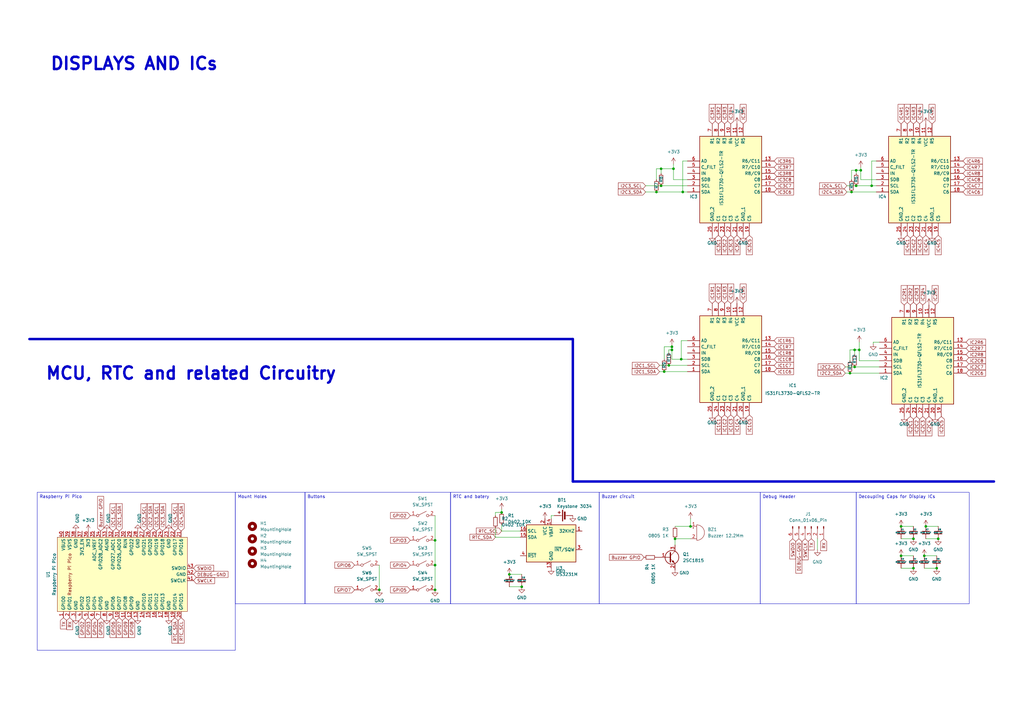
<source format=kicad_sch>
(kicad_sch (version 20230121) (generator eeschema)
  (paper "A3")
  (junction (at 273.05 354.33))
  (junction (at 311.15 463.55))
  (junction (at 31.75 485.14))
  (junction (at 148.59 463.55))
  (junction (at 41.91 440.69))
  (junction (at 255.27 378.46))
  (junction (at 73.66 354.33))
  (junction (at 297.18 452.12))
  (junction (at 379.73 215.9))
  (junction (at 259.08 450.85))
  (junction (at 297.18 474.98))
  (junction (at 204.47 378.46))
  (junction (at 363.22 463.55))
  (junction (at 350.52 150.495))
  (junction (at 166.37 331.47))
  (junction (at 377.19 486.41))
  (junction (at 391.16 389.89))
  (junction (at 273.05 377.19))
  (junction (at 273.05 331.47))
  (junction (at 180.34 402.59))
  (junction (at 166.37 402.59))
  (junction (at 83.82 332.74))
  (junction (at 176.53 344.17))
  (junction (at 204.47 367.03))
  (junction (at 59.69 439.42))
  (junction (at 152.4 377.19))
  (junction (at 190.5 367.03))
  (junction (at 152.4 439.42))
  (junction (at 377.19 332.74))
  (junction (at 401.32 379.73))
  (junction (at 349.25 440.69))
  (junction (at 31.75 365.76))
  (junction (at 374.65 233.045))
  (junction (at 259.08 354.33))
  (junction (at 162.56 321.31))
  (junction (at 176.53 367.03))
  (junction (at 83.82 474.98))
  (junction (at 415.29 368.3))
  (junction (at 374.65 220.98))
  (junction (at 138.43 439.42))
  (junction (at 271.145 69.215))
  (junction (at 55.88 463.55))
  (junction (at 245.11 342.9))
  (junction (at 255.27 332.74))
  (junction (at 276.225 69.215))
  (junction (at 259.08 462.28))
  (junction (at 245.11 462.28))
  (junction (at 190.5 332.74))
  (junction (at 166.37 485.14))
  (junction (at 391.16 463.55))
  (junction (at 45.72 365.76))
  (junction (at 297.18 440.69))
  (junction (at 190.5 355.6))
  (junction (at 273.05 510.54))
  (junction (at 97.79 429.26))
  (junction (at 83.82 463.55))
  (junction (at 259.08 402.59))
  (junction (at 166.37 365.76))
  (junction (at 283.21 367.03))
  (junction (at 59.69 402.59))
  (junction (at 180.34 365.76))
  (junction (at 31.75 462.28))
  (junction (at 363.22 486.41))
  (junction (at 59.69 510.54))
  (junction (at 166.37 496.57))
  (junction (at 363.22 474.98))
  (junction (at 259.08 439.42))
  (junction (at 269.24 78.74))
  (junction (at 391.16 511.81))
  (junction (at 259.08 510.54))
  (junction (at 273.05 365.76))
  (junction (at 138.43 485.14))
  (junction (at 231.14 510.54))
  (junction (at 259.08 388.62))
  (junction (at 373.38 464.82))
  (junction (at 259.08 377.19))
  (junction (at 287.02 496.57))
  (junction (at 387.35 487.68))
  (junction (at 69.85 429.26))
  (junction (at 148.59 355.6))
  (junction (at 97.79 344.17))
  (junction (at 152.4 402.59))
  (junction (at 138.43 462.28))
  (junction (at 31.75 439.42))
  (junction (at 166.37 388.62))
  (junction (at 162.56 332.74))
  (junction (at 359.41 368.3))
  (junction (at 352.425 143.51))
  (junction (at 377.19 474.98))
  (junction (at 152.4 473.71))
  (junction (at 59.69 496.57))
  (junction (at 138.43 331.47))
  (junction (at 83.82 321.31))
  (junction (at 45.72 331.47))
  (junction (at 255.27 452.12))
  (junction (at 259.08 473.71))
  (junction (at 245.11 354.33))
  (junction (at 415.29 430.53))
  (junction (at 69.85 355.6))
  (junction (at 349.25 463.55))
  (junction (at 297.18 429.26))
  (junction (at 73.66 462.28))
  (junction (at 97.79 367.03))
  (junction (at 176.53 429.26))
  (junction (at 283.21 486.41))
  (junction (at 245.11 510.54))
  (junction (at 359.41 487.68))
  (junction (at 148.59 367.03))
  (junction (at 204.47 463.55))
  (junction (at 31.75 450.85))
  (junction (at 349.25 486.41))
  (junction (at 373.38 334.01))
  (junction (at 273.05 342.9))
  (junction (at 255.27 463.55))
  (junction (at 176.53 332.74))
  (junction (at 69.85 378.46))
  (junction (at 387.35 464.82))
  (junction (at 287.02 439.42))
  (junction (at 45.72 354.33))
  (junction (at 359.41 345.44))
  (junction (at 180.34 450.85))
  (junction (at 83.82 452.12))
  (junction (at 401.32 368.3))
  (junction (at 69.85 486.41))
  (junction (at 231.14 402.59))
  (junction (at 31.75 496.57))
  (junction (at 148.59 429.26))
  (junction (at 180.34 462.28))
  (junction (at 363.22 378.46))
  (junction (at 269.24 355.6))
  (junction (at 138.43 342.9))
  (junction (at 97.79 332.74))
  (junction (at 73.66 485.14))
  (junction (at 45.72 342.9))
  (junction (at 204.47 429.26))
  (junction (at 166.37 342.9))
  (junction (at 351.155 69.85))
  (junction (at 73.66 365.76))
  (junction (at 283.21 378.46))
  (junction (at 297.18 463.55))
  (junction (at 271.145 76.2))
  (junction (at 31.75 354.33))
  (junction (at 148.59 440.69))
  (junction (at 373.38 453.39))
  (junction (at 204.47 332.74))
  (junction (at 204.47 452.12))
  (junction (at 176.53 378.46))
  (junction (at 55.88 355.6))
  (junction (at 349.25 389.89))
  (junction (at 59.69 342.9))
  (junction (at 138.43 354.33))
  (junction (at 73.66 388.62))
  (junction (at 297.18 378.46))
  (junction (at 245.11 331.47))
  (junction (at 245.11 402.59))
  (junction (at 363.22 452.12))
  (junction (at 83.82 378.46))
  (junction (at 162.56 429.26))
  (junction (at 283.21 355.6))
  (junction (at 359.41 334.01))
  (junction (at 190.5 440.69))
  (junction (at 287.02 450.85))
  (junction (at 73.66 331.47))
  (junction (at 83.82 440.69))
  (junction (at 391.16 452.12))
  (junction (at 259.08 342.9))
  (junction (at 377.19 403.86))
  (junction (at 297.18 332.74))
  (junction (at 269.24 452.12))
  (junction (at 387.35 322.58))
  (junction (at 349.25 355.6))
  (junction (at 259.08 331.47))
  (junction (at 176.53 486.41))
  (junction (at 311.15 429.26))
  (junction (at 152.4 354.33))
  (junction (at 287.02 462.28))
  (junction (at 31.75 510.54))
  (junction (at 55.88 332.74))
  (junction (at 204.47 440.69))
  (junction (at 190.5 344.17))
  (junction (at 369.57 227.965))
  (junction (at 180.34 473.71))
  (junction (at 391.16 344.17))
  (junction (at 311.15 440.69))
  (junction (at 387.35 334.01))
  (junction (at 155.575 241.935))
  (junction (at 369.57 215.9))
  (junction (at 190.5 474.98))
  (junction (at 190.5 463.55))
  (junction (at 152.4 365.76))
  (junction (at 59.69 462.28))
  (junction (at 17.78 402.59))
  (junction (at 45.72 496.57))
  (junction (at 55.88 440.69))
  (junction (at 178.435 241.935))
  (junction (at 59.69 354.33))
  (junction (at 69.85 344.17))
  (junction (at 415.29 334.01))
  (junction (at 283.21 332.74))
  (junction (at 97.79 463.55))
  (junction (at 208.915 235.585))
  (junction (at 415.29 476.25))
  (junction (at 152.4 388.62))
  (junction (at 259.08 496.57))
  (junction (at 180.34 510.54))
  (junction (at 269.24 321.31))
  (junction (at 363.22 389.89))
  (junction (at 335.28 511.81))
  (junction (at 148.59 474.98))
  (junction (at 287.02 485.14))
  (junction (at 349.25 497.84))
  (junction (at 162.56 440.69))
  (junction (at 83.82 367.03))
  (junction (at 391.16 497.84))
  (junction (at 297.18 344.17))
  (junction (at 138.43 473.71))
  (junction (at 363.22 511.81))
  (junction (at 401.32 464.82))
  (junction (at 269.24 463.55))
  (junction (at 205.74 210.185))
  (junction (at 359.41 441.96))
  (junction (at 245.11 388.62))
  (junction (at 273.05 485.14))
  (junction (at 269.24 474.98))
  (junction (at 384.81 220.98))
  (junction (at 363.22 344.17))
  (junction (at 245.11 473.71))
  (junction (at 255.27 486.41))
  (junction (at 415.29 441.96))
  (junction (at 349.25 378.46))
  (junction (at 59.69 331.47))
  (junction (at 166.37 510.54))
  (junction (at 162.56 355.6))
  (junction (at 213.995 240.665))
  (junction (at 162.56 463.55))
  (junction (at 138.43 510.54))
  (junction (at 176.53 452.12))
  (junction (at 162.56 378.46))
  (junction (at 283.21 474.98))
  (junction (at 73.66 473.71))
  (junction (at 59.69 377.19))
  (junction (at 349.25 452.12))
  (junction (at 273.05 462.28))
  (junction (at 41.91 355.6))
  (junction (at 391.16 403.86))
  (junction (at 359.41 356.87))
  (junction (at 283.21 463.55))
  (junction (at 377.19 344.17))
  (junction (at 69.85 463.55))
  (junction (at 190.5 378.46))
  (junction (at 273.05 496.57))
  (junction (at 311.15 378.46))
  (junction (at 373.38 368.3))
  (junction (at 283.21 452.12))
  (junction (at 349.25 367.03))
  (junction (at 148.59 486.41))
  (junction (at 148.59 378.46))
  (junction (at 311.15 452.12))
  (junction (at 152.4 342.9))
  (junction (at 335.28 403.86))
  (junction (at 124.46 510.54))
  (junction (at 204.47 344.17))
  (junction (at 45.72 462.28))
  (junction (at 69.85 321.31))
  (junction (at 166.37 377.19))
  (junction (at 162.56 474.98))
  (junction (at 180.34 439.42))
  (junction (at 391.16 486.41))
  (junction (at 41.91 463.55))
  (junction (at 97.79 474.98))
  (junction (at 387.35 441.96))
  (junction (at 31.75 402.59))
  (junction (at 162.56 486.41))
  (junction (at 97.79 378.46))
  (junction (at 152.4 450.85))
  (junction (at 41.91 486.41))
  (junction (at 41.91 332.74))
  (junction (at 73.66 342.9))
  (junction (at 377.19 497.84))
  (junction (at 73.66 496.57))
  (junction (at 401.32 345.44))
  (junction (at 176.53 355.6))
  (junction (at 283.21 440.69))
  (junction (at 401.32 356.87))
  (junction (at 273.05 402.59))
  (junction (at 269.24 344.17))
  (junction (at 373.38 430.53))
  (junction (at 166.37 473.71))
  (junction (at 97.79 321.31))
  (junction (at 204.47 474.98))
  (junction (at 69.85 474.98))
  (junction (at 287.02 377.19))
  (junction (at 272.415 152.4))
  (junction (at 41.91 452.12))
  (junction (at 359.41 464.82))
  (junction (at 69.85 440.69))
  (junction (at 152.4 496.57))
  (junction (at 148.59 321.31))
  (junction (at 166.37 462.28))
  (junction (at 97.79 486.41))
  (junction (at 180.34 388.62))
  (junction (at 255.27 321.31))
  (junction (at 259.08 485.14))
  (junction (at 269.24 429.26))
  (junction (at 363.22 367.03))
  (junction (at 69.85 332.74))
  (junction (at 138.43 365.76))
  (junction (at 273.05 388.62))
  (junction (at 297.18 486.41))
  (junction (at 273.05 450.85))
  (junction (at 311.15 486.41))
  (junction (at 415.29 379.73))
  (junction (at 287.02 388.62))
  (junction (at 275.59 142.24))
  (junction (at 152.4 331.47))
  (junction (at 377.19 463.55))
  (junction (at 255.27 429.26))
  (junction (at 391.16 378.46))
  (junction (at 180.34 331.47))
  (junction (at 31.75 331.47))
  (junction (at 287.02 402.59))
  (junction (at 287.02 365.76))
  (junction (at 349.25 511.81))
  (junction (at 138.43 388.62))
  (junction (at 363.22 440.69))
  (junction (at 45.72 388.62))
  (junction (at 269.24 440.69))
  (junction (at 41.91 378.46))
  (junction (at 287.02 331.47))
  (junction (at 41.91 429.26))
  (junction (at 391.16 332.74))
  (junction (at 287.02 354.33))
  (junction (at 166.37 354.33))
  (junction (at 359.41 322.58))
  (junction (at 180.34 485.14))
  (junction (at 55.88 367.03))
  (junction (at 415.29 345.44))
  (junction (at 245.11 450.85))
  (junction (at 166.37 450.85))
  (junction (at 41.91 474.98))
  (junction (at 401.32 334.01))
  (junction (at 166.37 439.42))
  (junction (at 97.79 440.69))
  (junction (at 373.38 379.73))
  (junction (at 204.47 321.31))
  (junction (at 152.4 485.14))
  (junction (at 275.59 143.51))
  (junction (at 384.175 233.045))
  (junction (at 283.21 344.17))
  (junction (at 190.5 429.26))
  (junction (at 297.18 355.6))
  (junction (at 415.29 356.87))
  (junction (at 259.08 365.76))
  (junction (at 377.19 378.46))
  (junction (at 245.11 365.76))
  (junction (at 373.38 476.25))
  (junction (at 69.85 367.03))
  (junction (at 287.02 342.9))
  (junction (at 176.53 321.31))
  (junction (at 255.27 355.6))
  (junction (at 363.22 497.84))
  (junction (at 269.24 378.46))
  (junction (at 45.72 377.19))
  (junction (at 148.59 332.74))
  (junction (at 415.29 487.68))
  (junction (at 55.88 321.31))
  (junction (at 45.72 473.71))
  (junction (at 387.35 430.53))
  (junction (at 373.38 356.87))
  (junction (at 349.25 403.86))
  (junction (at 391.16 367.03))
  (junction (at 245.11 485.14))
  (junction (at 138.43 377.19))
  (junction (at 373.38 441.96))
  (junction (at 363.22 332.74))
  (junction (at 55.88 344.17))
  (junction (at 73.66 450.85))
  (junction (at 401.32 476.25))
  (junction (at 283.21 321.31))
  (junction (at 190.5 452.12))
  (junction (at 279.4 147.32))
  (junction (at 415.29 322.58))
  (junction (at 97.79 452.12))
  (junction (at 180.34 354.33))
  (junction (at 280.035 78.74))
  (junction (at 391.16 355.6))
  (junction (at 377.19 440.69))
  (junction (at 59.69 450.85))
  (junction (at 162.56 367.03))
  (junction (at 377.19 452.12))
  (junction (at 359.41 379.73))
  (junction (at 59.69 473.71))
  (junction (at 276.86 220.98))
  (junction (at 359.41 476.25))
  (junction (at 391.16 440.69))
  (junction (at 349.25 344.17))
  (junction (at 152.4 462.28))
  (junction (at 190.5 486.41))
  (junction (at 353.06 69.85))
  (junction (at 45.72 510.54))
  (junction (at 45.72 450.85))
  (junction (at 379.095 227.965))
  (junction (at 348.615 153.035))
  (junction (at 55.88 486.41))
  (junction (at 73.66 510.54))
  (junction (at 83.82 355.6))
  (junction (at 41.91 344.17))
  (junction (at 359.41 430.53))
  (junction (at 138.43 496.57))
  (junction (at 31.75 342.9))
  (junction (at 55.88 452.12))
  (junction (at 55.88 378.46))
  (junction (at 269.24 486.41))
  (junction (at 269.24 367.03))
  (junction (at 387.35 356.87))
  (junction (at 297.18 367.03))
  (junction (at 283.21 215.9))
  (junction (at 83.82 344.17))
  (junction (at 148.59 344.17))
  (junction (at 138.43 450.85))
  (junction (at 283.21 429.26))
  (junction (at 373.38 345.44))
  (junction (at 350.52 143.51))
  (junction (at 152.4 510.54))
  (junction (at 138.43 402.59))
  (junction (at 255.27 367.03))
  (junction (at 97.79 355.6))
  (junction (at 351.155 76.2))
  (junction (at 273.05 439.42))
  (junction (at 59.69 365.76))
  (junction (at 401.32 487.68))
  (junction (at 387.35 368.3))
  (junction (at 245.11 439.42))
  (junction (at 373.38 487.68))
  (junction (at 55.88 474.98))
  (junction (at 180.34 342.9))
  (junction (at 274.32 149.86))
  (junction (at 349.25 78.74))
  (junction (at 377.19 389.89))
  (junction (at 387.35 379.73))
  (junction (at 255.27 344.17))
  (junction (at 273.05 473.71))
  (junction (at 401.32 441.96))
  (junction (at 311.15 367.03))
  (junction (at 363.22 403.86))
  (junction (at 415.29 453.39))
  (junction (at 245.11 496.57))
  (junction (at 377.19 511.81))
  (junction (at 83.82 486.41))
  (junction (at 311.15 332.74))
  (junction (at 31.75 473.71))
  (junction (at 124.46 402.59))
  (junction (at 204.47 486.41))
  (junction (at 311.15 344.17))
  (junction (at 45.72 439.42))
  (junction (at 59.69 485.14))
  (junction (at 255.27 474.98))
  (junction (at 359.41 453.39))
  (junction (at 178.435 221.615))
  (junction (at 17.78 510.54))
  (junction (at 415.29 464.82))
  (junction (at 148.59 452.12))
  (junction (at 178.435 231.775))
  (junction (at 55.88 429.26))
  (junction (at 401.32 453.39))
  (junction (at 349.25 332.74))
  (junction (at 297.18 321.31))
  (junction (at 387.35 453.39))
  (junction (at 287.02 510.54))
  (junction (at 311.15 321.31))
  (junction (at 162.56 344.17))
  (junction (at 373.38 322.58))
  (junction (at 73.66 402.59))
  (junction (at 401.32 322.58))
  (junction (at 377.19 367.03))
  (junction (at 45.72 402.59))
  (junction (at 69.85 452.12))
  (junction (at 311.15 474.98))
  (junction (at 391.16 474.98))
  (junction (at 176.53 463.55))
  (junction (at 83.82 429.26))
  (junction (at 176.53 474.98))
  (junction (at 176.53 440.69))
  (junction (at 41.91 367.03))
  (junction (at 190.5 321.31))
  (junction (at 363.22 355.6))
  (junction (at 387.35 476.25))
  (junction (at 73.66 377.19))
  (junction (at 357.505 76.2))
  (junction (at 287.02 473.71))
  (junction (at 204.47 355.6))
  (junction (at 162.56 452.12))
  (junction (at 180.34 377.19))
  (junction (at 311.15 355.6))
  (junction (at 387.35 345.44))
  (junction (at 45.72 485.14))
  (junction (at 269.24 332.74))
  (junction (at 255.27 440.69))
  (junction (at 180.34 496.57))
  (junction (at 349.25 474.98))
  (junction (at 41.91 321.31))
  (junction (at 31.75 388.62))
  (junction (at 377.19 355.6))
  (junction (at 73.66 439.42))
  (junction (at 401.32 430.53))
  (junction (at 31.75 377.19))
  (junction (at 59.69 388.62))
  (junction (at 245.11 377.19))
  (wire (pts (xy 87.63 334.01) (xy 87.63 332.74)))
  (wire (pts (xy 194.31 344.17) (xy 204.47 344.17)))
  (wire (pts (xy 363.22 354.33) (xy 363.22 355.6)))
  (wire (pts (xy 369.57 215.9) (xy 374.65 215.9)))
  (wire (pts (xy 300.99 473.71) (xy 300.99 472.44)))
  (wire (pts (xy 300.99 345.44) (xy 300.99 344.17)))
  (wire (pts (xy 31.75 497.84) (xy 31.75 499.11)))
  (wire (pts (xy 138.43 439.42) (xy 152.4 439.42)))
  (wire (pts (xy 245.11 487.68) (xy 245.11 486.41)))
  (wire (pts (xy 59.69 495.3) (xy 59.69 496.57)))
  (wire (pts (xy 180.34 341.63) (xy 180.34 342.9)))
  (wire (pts (xy 166.37 368.3) (xy 166.37 367.03)))
  (wire (pts (xy 349.25 486.41) (xy 363.22 486.41)))
  (wire (pts (xy 73.66 389.89) (xy 73.66 391.16)))
  (wire (pts (xy 204.47 367.03) (xy 204.47 355.6)))
  (wire (pts (xy 287.02 355.6) (xy 297.18 355.6)))
  (wire (pts (xy 275.59 142.24) (xy 275.59 141.605)))
  (wire (pts (xy 132.08 389.89) (xy 124.46 389.89)))
  (wire (pts (xy 273.05 476.25) (xy 273.05 474.98)))
  (wire (pts (xy 273.05 334.01) (xy 273.05 332.74)))
  (wire (pts (xy 194.31 430.53) (xy 194.31 429.26)))
  (wire (pts (xy 59.69 332.74) (xy 69.85 332.74)))
  (wire (pts (xy 194.31 398.78) (xy 194.31 402.59)))
  (wire (pts (xy 223.52 462.28) (xy 245.11 462.28)))
  (wire (pts (xy 59.69 356.87) (xy 59.69 355.6)))
  (wire (pts (xy 391.16 488.95) (xy 391.16 487.68)))
  (wire (pts (xy 73.66 388.62) (xy 87.63 388.62)))
  (wire (pts (xy 204.47 355.6) (xy 204.47 344.17)))
  (wire (pts (xy 152.4 486.41) (xy 162.56 486.41)))
  (wire (pts (xy 377.19 332.74) (xy 391.16 332.74)))
  (wire (pts (xy 287.02 332.74) (xy 297.18 332.74)))
  (wire (pts (xy 363.22 334.01) (xy 373.38 334.01)))
  (wire (pts (xy 180.34 487.68) (xy 180.34 486.41)))
  (wire (pts (xy 10.16 377.19) (xy 31.75 377.19)))
  (wire (pts (xy 300.99 355.6) (xy 311.15 355.6)))
  (wire (pts (xy 87.63 439.42) (xy 87.63 438.15)))
  (wire (pts (xy 45.72 461.01) (xy 45.72 462.28)))
  (wire (pts (xy 377.19 496.57) (xy 377.19 497.84)))
  (wire (pts (xy 190.5 486.41) (xy 190.5 497.84)))
  (wire (pts (xy 213.995 240.665) (xy 208.915 240.665)))
  (wire (pts (xy 349.25 431.8) (xy 349.25 430.53)))
  (wire (pts (xy 391.16 379.73) (xy 401.32 379.73)))
  (wire (pts (xy 287.02 344.17) (xy 297.18 344.17)))
  (wire (pts (xy 300.99 496.57) (xy 300.99 495.3)))
  (wire (pts (xy 59.69 483.87) (xy 59.69 485.14)))
  (wire (pts (xy 45.72 355.6) (xy 55.88 355.6)))
  (wire (pts (xy 269.24 463.55) (xy 269.24 474.98)))
  (wire (pts (xy 176.53 497.84) (xy 166.37 497.84)))
  (wire (pts (xy 138.43 331.47) (xy 152.4 331.47)))
  (wire (pts (xy 59.69 330.2) (xy 59.69 331.47)))
  (wire (pts (xy 259.08 367.03) (xy 269.24 367.03)))
  (wire (pts (xy 349.25 400.05) (xy 349.25 403.86)))
  (wire (pts (xy 377.19 355.6) (xy 391.16 355.6)))
  (wire (pts (xy 69.85 367.03) (xy 69.85 378.46)))
  (wire (pts (xy 97.79 497.84) (xy 97.79 486.41)))
  (wire (pts (xy 405.13 345.44) (xy 415.29 345.44)))
  (wire (pts (xy 245.11 375.92) (xy 245.11 377.19)))
  (wire (pts (xy 73.66 331.47) (xy 87.63 331.47)))
  (wire (pts (xy 401.32 499.11) (xy 391.16 499.11)))
  (wire (pts (xy 73.66 474.98) (xy 83.82 474.98)))
  (wire (pts (xy 166.37 330.2) (xy 166.37 331.47)))
  (wire (pts (xy 405.13 453.39) (xy 415.29 453.39)))
  (wire (pts (xy 300.99 497.84) (xy 300.99 499.11)))
  (wire (pts (xy 194.31 485.14) (xy 194.31 483.87)))
  (wire (pts (xy 391.16 511.81) (xy 405.13 511.81)))
  (wire (pts (xy 391.16 453.39) (xy 401.32 453.39)))
  (wire (pts (xy 377.19 369.57) (xy 377.19 368.3)))
  (wire (pts (xy 59.69 464.82) (xy 59.69 463.55)))
  (wire (pts (xy 391.16 485.14) (xy 391.16 486.41)))
  (wire (pts (xy 387.35 441.96) (xy 387.35 453.39)))
  (wire (pts (xy 269.24 321.31) (xy 269.24 332.74)))
  (wire (pts (xy 132.08 317.5) (xy 132.08 389.89)))
  (wire (pts (xy 349.25 377.19) (xy 349.25 378.46)))
  (wire (pts (xy 152.4 332.74) (xy 162.56 332.74)))
  (wire (pts (xy 226.06 211.455) (xy 227.33 211.455)))
  (wire (pts (xy 391.16 354.33) (xy 391.16 355.6)))
  (wire (pts (xy 363.22 356.87) (xy 373.38 356.87)))
  (wire (pts (xy 245.11 364.49) (xy 245.11 365.76)))
  (wire (pts (xy 178.435 231.775) (xy 178.435 241.935)))
  (wire (pts (xy 41.91 317.5) (xy 41.91 321.31)))
  (wire (pts (xy 166.37 510.54) (xy 180.34 510.54)))
  (wire (pts (xy 152.4 510.54) (xy 166.37 510.54)))
  (wire (pts (xy 152.4 379.73) (xy 152.4 378.46)))
  (wire (pts (xy 363.22 365.76) (xy 363.22 367.03)))
  (wire (pts (xy 377.19 368.3) (xy 387.35 368.3)))
  (wire (pts (xy 180.34 453.39) (xy 180.34 452.12)))
  (wire (pts (xy 41.91 355.6) (xy 41.91 367.03)))
  (wire (pts (xy 259.08 341.63) (xy 259.08 342.9)))
  (wire (pts (xy 255.27 367.03) (xy 255.27 378.46)))
  (wire (pts (xy 377.19 377.19) (xy 377.19 378.46)))
  (wire (pts (xy 83.82 474.98) (xy 83.82 486.41)))
  (wire (pts (xy 194.31 379.73) (xy 194.31 378.46)))
  (wire (pts (xy 83.82 367.03) (xy 83.82 378.46)))
  (wire (pts (xy 166.37 367.03) (xy 176.53 367.03)))
  (wire (pts (xy 10.16 485.14) (xy 31.75 485.14)))
  (wire (pts (xy 204.47 497.84) (xy 204.47 486.41)))
  (wire (pts (xy 391.16 391.16) (xy 391.16 392.43)))
  (wire (pts (xy 59.69 510.54) (xy 73.66 510.54)))
  (wire (pts (xy 269.24 317.5) (xy 269.24 321.31)))
  (wire (pts (xy 69.85 344.17) (xy 69.85 355.6)))
  (wire (pts (xy 363.22 431.8) (xy 363.22 430.53)))
  (wire (pts (xy 273.05 367.03) (xy 283.21 367.03)))
  (wire (pts (xy 311.15 474.98) (xy 311.15 463.55)))
  (wire (pts (xy 31.75 332.74) (xy 41.91 332.74)))
  (wire (pts (xy 148.59 344.17) (xy 148.59 355.6)))
  (wire (pts (xy 327.66 389.89) (xy 349.25 389.89)))
  (wire (pts (xy 45.72 506.73) (xy 45.72 510.54)))
  (wire (pts (xy 124.46 497.84) (xy 124.46 499.11)))
  (wire (pts (xy 377.19 499.11) (xy 377.19 500.38)))
  (wire (pts (xy 276.225 69.215) (xy 276.225 73.66)))
  (wire (pts (xy 83.82 425.45) (xy 83.82 429.26)))
  (wire (pts (xy 166.37 378.46) (xy 176.53 378.46)))
  (wire (pts (xy 359.41 391.16) (xy 349.25 391.16)))
  (wire (pts (xy 59.69 355.6) (xy 69.85 355.6)))
  (wire (pts (xy 162.56 440.69) (xy 162.56 452.12)))
  (wire (pts (xy 391.16 344.17) (xy 405.13 344.17)))
  (wire (pts (xy 415.29 430.53) (xy 415.29 426.72)))
  (wire (pts (xy 391.16 346.71) (xy 391.16 345.44)))
  (wire (pts (xy 350.52 145.415) (xy 350.52 143.51)))
  (wire (pts (xy 152.4 365.76) (xy 166.37 365.76)))
  (wire (pts (xy 347.345 76.2) (xy 351.155 76.2)))
  (wire (pts (xy 176.53 452.12) (xy 176.53 463.55)))
  (wire (pts (xy 271.145 69.215) (xy 276.225 69.215)))
  (wire (pts (xy 273.05 389.89) (xy 273.05 391.16)))
  (wire (pts (xy 73.66 345.44) (xy 73.66 344.17)))
  (wire (pts (xy 10.16 402.59) (xy 17.78 402.59)))
  (wire (pts (xy 401.32 345.44) (xy 401.32 356.87)))
  (wire (pts (xy 45.72 463.55) (xy 55.88 463.55)))
  (wire (pts (xy 59.69 487.68) (xy 59.69 486.41)))
  (wire (pts (xy 373.38 356.87) (xy 373.38 368.3)))
  (wire (pts (xy 273.05 497.84) (xy 273.05 499.11)))
  (wire (pts (xy 194.31 463.55) (xy 204.47 463.55)))
  (wire (pts (xy 391.16 474.98) (xy 405.13 474.98)))
  (wire (pts (xy 377.19 487.68) (xy 387.35 487.68)))
  (wire (pts (xy 87.63 367.03) (xy 97.79 367.03)))
  (wire (pts (xy 363.22 369.57) (xy 363.22 368.3)))
  (wire (pts (xy 377.19 477.52) (xy 377.19 476.25)))
  (wire (pts (xy 97.79 429.26) (xy 97.79 425.45)))
  (wire (pts (xy 190.5 452.12) (xy 190.5 463.55)))
  (wire (pts (xy 349.25 430.53) (xy 359.41 430.53)))
  (wire (pts (xy 138.43 342.9) (xy 152.4 342.9)))
  (wire (pts (xy 10.16 510.54) (xy 17.78 510.54)))
  (wire (pts (xy 353.06 68.58) (xy 353.06 69.85)))
  (wire (pts (xy 194.31 345.44) (xy 194.31 344.17)))
  (wire (pts (xy 287.02 440.69) (xy 297.18 440.69)))
  (wire (pts (xy 17.78 402.59) (xy 31.75 402.59)))
  (wire (pts (xy 59.69 430.53) (xy 59.69 429.26)))
  (wire (pts (xy 349.25 441.96) (xy 359.41 441.96)))
  (wire (pts (xy 59.69 429.26) (xy 69.85 429.26)))
  (wire (pts (xy 180.34 332.74) (xy 190.5 332.74)))
  (wire (pts (xy 166.37 355.6) (xy 176.53 355.6)))
  (wire (pts (xy 45.72 365.76) (xy 59.69 365.76)))
  (wire (pts (xy 208.915 235.585) (xy 213.995 235.585)))
  (wire (pts (xy 45.72 367.03) (xy 55.88 367.03)))
  (wire (pts (xy 269.24 355.6) (xy 269.24 367.03)))
  (wire (pts (xy 31.75 367.03) (xy 41.91 367.03)))
  (wire (pts (xy 166.37 364.49) (xy 166.37 365.76)))
  (wire (pts (xy 180.34 486.41) (xy 190.5 486.41)))
  (wire (pts (xy 166.37 452.12) (xy 176.53 452.12)))
  (wire (pts (xy 273.05 449.58) (xy 273.05 450.85)))
  (wire (pts (xy 377.19 389.89) (xy 391.16 389.89)))
  (wire (pts (xy 273.05 353.06) (xy 273.05 354.33)))
  (wire (pts (xy 180.34 345.44) (xy 180.34 344.17)))
  (wire (pts (xy 194.31 462.28) (xy 194.31 461.01)))
  (wire (pts (xy 223.52 331.47) (xy 245.11 331.47)))
  (wire (pts (xy 59.69 440.69) (xy 69.85 440.69)))
  (polyline (pts (xy 407.67 197.485) (xy 234.95 197.485)) (stroke (width 1)))
  (wire (pts (xy 245.11 378.46) (xy 255.27 378.46)))
  (wire (pts (xy 73.66 341.63) (xy 73.66 342.9)))
  (wire (pts (xy 275.59 143.51) (xy 275.59 142.24)))
  (wire (pts (xy 45.72 474.98) (xy 55.88 474.98)))
  (wire (pts (xy 391.16 439.42) (xy 391.16 440.69)))
  (wire (pts (xy 138.43 388.62) (xy 152.4 388.62)))
  (wire (pts (xy 245.11 356.87) (xy 245.11 355.6)))
  (wire (pts (xy 273.05 365.76) (xy 287.02 365.76)))
  (wire (pts (xy 401.32 322.58) (xy 401.32 334.01)))
  (wire (pts (xy 350.52 143.51) (xy 352.425 143.51)))
  (wire (pts (xy 180.34 510.54) (xy 194.31 510.54)))
  (wire (pts (xy 377.19 342.9) (xy 377.19 344.17)))
  (wire (pts (xy 176.53 367.03) (xy 176.53 378.46)))
  (wire (pts (xy 350.52 150.495) (xy 360.68 150.495)))
  (wire (pts (xy 166.37 389.89) (xy 166.37 391.16)))
  (wire (pts (xy 259.08 353.06) (xy 259.08 354.33)))
  (wire (pts (xy 259.08 486.41) (xy 269.24 486.41)))
  (wire (pts (xy 273.05 344.17) (xy 283.21 344.17)))
  (wire (pts (xy 194.31 473.71) (xy 194.31 472.44)))
  (wire (pts (xy 311.15 344.17) (xy 311.15 332.74)))
  (wire (pts (xy 287.02 486.41) (xy 297.18 486.41)))
  (wire (pts (xy 245.11 367.03) (xy 255.27 367.03)))
  (wire (pts (xy 148.59 332.74) (xy 148.59 344.17)))
  (wire (pts (xy 391.16 454.66) (xy 391.16 453.39)))
  (wire (pts (xy 180.34 355.6) (xy 190.5 355.6)))
  (wire (pts (xy 349.25 477.52) (xy 349.25 476.25)))
  (wire (pts (xy 162.56 332.74) (xy 162.56 344.17)))
  (wire (pts (xy 255.27 429.26) (xy 255.27 440.69)))
  (wire (pts (xy 264.795 78.74) (xy 269.24 78.74)))
  (wire (pts (xy 59.69 353.06) (xy 59.69 354.33)))
  (wire (pts (xy 10.16 462.28) (xy 31.75 462.28)))
  (wire (pts (xy 73.66 342.9) (xy 87.63 342.9)))
  (wire (pts (xy 152.4 438.15) (xy 152.4 439.42)))
  (wire (pts (xy 311.15 367.03) (xy 311.15 355.6)))
  (wire (pts (xy 59.69 474.98) (xy 69.85 474.98)))
  (wire (pts (xy 87.63 322.58) (xy 87.63 321.31)))
  (wire (pts (xy 273.05 439.42) (xy 287.02 439.42)))
  (wire (pts (xy 194.31 342.9) (xy 194.31 341.63)))
  (wire (pts (xy 259.08 377.19) (xy 273.05 377.19)))
  (wire (pts (xy 349.25 453.39) (xy 359.41 453.39)))
  (wire (pts (xy 59.69 342.9) (xy 73.66 342.9)))
  (wire (pts (xy 176.53 486.41) (xy 176.53 497.84)))
  (wire (pts (xy 45.72 398.78) (xy 45.72 402.59)))
  (wire (pts (xy 55.88 344.17) (xy 55.88 355.6)))
  (wire (pts (xy 255.27 344.17) (xy 255.27 355.6)))
  (wire (pts (xy 223.52 342.9) (xy 245.11 342.9)))
  (wire (pts (xy 259.08 332.74) (xy 269.24 332.74)))
  (wire (pts (xy 401.32 368.3) (xy 401.32 379.73)))
  (wire (pts (xy 363.22 486.41) (xy 377.19 486.41)))
  (wire (pts (xy 59.69 438.15) (xy 59.69 439.42)))
  (wire (pts (xy 363.22 441.96) (xy 373.38 441.96)))
  (wire (pts (xy 138.43 344.17) (xy 148.59 344.17)))
  (wire (pts (xy 194.31 332.74) (xy 204.47 332.74)))
  (wire (pts (xy 87.63 485.14) (xy 87.63 483.87)))
  (wire (pts (xy 377.19 430.53) (xy 387.35 430.53)))
  (wire (pts (xy 176.53 389.89) (xy 166.37 389.89)))
  (wire (pts (xy 87.63 474.98) (xy 97.79 474.98)))
  (wire (pts (xy 373.38 426.72) (xy 373.38 430.53)))
  (wire (pts (xy 279.4 139.7) (xy 279.4 147.32)))
  (wire (pts (xy 116.84 365.76) (xy 138.43 365.76)))
  (wire (pts (xy 10.16 365.76) (xy 31.75 365.76)))
  (wire (pts (xy 31.75 364.49) (xy 31.75 365.76)))
  (wire (pts (xy 287.02 345.44) (xy 287.02 344.17)))
  (wire (pts (xy 204.47 344.17) (xy 204.47 332.74)))
  (wire (pts (xy 166.37 486.41) (xy 176.53 486.41)))
  (wire (pts (xy 300.99 342.9) (xy 300.99 341.63)))
  (wire (pts (xy 281.94 139.7) (xy 279.4 139.7)))
  (wire (pts (xy 259.08 473.71) (xy 273.05 473.71)))
  (wire (pts (xy 373.38 487.68) (xy 373.38 499.11)))
  (wire (pts (xy 245.11 483.87) (xy 245.11 485.14)))
  (wire (pts (xy 124.46 389.89) (xy 124.46 391.16)))
  (wire (pts (xy 132.08 425.45) (xy 132.08 497.84)))
  (wire (pts (xy 349.25 332.74) (xy 363.22 332.74)))
  (wire (pts (xy 152.4 506.73) (xy 152.4 510.54)))
  (wire (pts (xy 405.13 379.73) (xy 415.29 379.73)))
  (wire (pts (xy 349.25 443.23) (xy 349.25 441.96)))
  (wire (pts (xy 180.34 398.78) (xy 180.34 402.59)))
  (wire (pts (xy 148.59 486.41) (xy 148.59 497.84)))
  (wire (pts (xy 391.16 486.41) (xy 405.13 486.41)))
  (wire (pts (xy 31.75 452.12) (xy 41.91 452.12)))
  (wire (pts (xy 283.21 440.69) (xy 283.21 452.12)))
  (wire (pts (xy 349.25 322.58) (xy 359.41 322.58)))
  (wire (pts (xy 349.25 73.66) (xy 349.25 69.85)))
  (wire (pts (xy 152.4 354.33) (xy 166.37 354.33)))
  (wire (pts (xy 377.19 358.14) (xy 377.19 356.87)))
  (wire (pts (xy 300.99 332.74) (xy 311.15 332.74)))
  (wire (pts (xy 194.31 476.25) (xy 194.31 474.98)))
  (wire (pts (xy 180.34 364.49) (xy 180.34 365.76)))
  (wire (pts (xy 138.43 345.44) (xy 138.43 344.17)))
  (wire (pts (xy 255.27 452.12) (xy 255.27 463.55)))
  (wire (pts (xy 273.05 461.01) (xy 273.05 462.28)))
  (wire (pts (xy 31.75 344.17) (xy 41.91 344.17)))
  (wire (pts (xy 255.27 317.5) (xy 255.27 321.31)))
  (wire (pts (xy 73.66 510.54) (xy 87.63 510.54)))
  (wire (pts (xy 335.28 511.81) (xy 349.25 511.81)))
  (wire (pts (xy 287.02 485.14) (xy 300.99 485.14)))
  (wire (pts (xy 327.66 452.12) (xy 349.25 452.12)))
  (wire (pts (xy 300.99 388.62) (xy 300.99 387.35)))
  (wire (pts (xy 97.79 332.74) (xy 97.79 321.31)))
  (wire (pts (xy 31.75 485.14) (xy 45.72 485.14)))
  (wire (pts (xy 273.05 322.58) (xy 273.05 321.31)))
  (wire (pts (xy 273.05 321.31) (xy 283.21 321.31)))
  (wire (pts (xy 259.08 453.39) (xy 259.08 452.12)))
  (wire (pts (xy 162.56 389.89) (xy 152.4 389.89)))
  (wire (pts (xy 17.78 510.54) (xy 31.75 510.54)))
  (wire (pts (xy 178.435 221.615) (xy 178.435 231.775)))
  (wire (pts (xy 45.72 472.44) (xy 45.72 473.71)))
  (wire (pts (xy 283.21 486.41) (xy 283.21 497.84)))
  (wire (pts (xy 73.66 495.3) (xy 73.66 496.57)))
  (wire (pts (xy 204.47 440.69) (xy 204.47 429.26)))
  (wire (pts (xy 166.37 497.84) (xy 166.37 499.11)))
  (wire (pts (xy 45.72 430.53) (xy 45.72 429.26)))
  (wire (pts (xy 138.43 402.59) (xy 152.4 402.59)))
  (wire (pts (xy 87.63 497.84) (xy 87.63 499.11)))
  (wire (pts (xy 73.66 449.58) (xy 73.66 450.85)))
  (wire (pts (xy 180.34 464.82) (xy 180.34 463.55)))
  (wire (pts (xy 194.31 506.73) (xy 194.31 510.54)))
  (wire (pts (xy 287.02 321.31) (xy 297.18 321.31)))
  (wire (pts (xy 273.05 330.2) (xy 273.05 331.47)))
  (wire (pts (xy 415.29 368.3) (xy 415.29 356.87)))
  (wire (pts (xy 97.79 486.41) (xy 97.79 474.98)))
  (wire (pts (xy 259.08 487.68) (xy 259.08 486.41)))
  (wire (pts (xy 373.38 453.39) (xy 373.38 464.82)))
  (wire (pts (xy 152.4 497.84) (xy 152.4 499.11)))
  (wire (pts (xy 152.4 440.69) (xy 162.56 440.69)))
  (wire (pts (xy 31.75 486.41) (xy 41.91 486.41)))
  (wire (pts (xy 405.13 440.69) (xy 405.13 439.42)))
  (wire (pts (xy 405.13 378.46) (xy 405.13 377.19)))
  (wire (pts (xy 405.13 499.11) (xy 415.29 499.11)))
  (wire (pts (xy 377.19 323.85) (xy 377.19 322.58)))
  (wire (pts (xy 359.41 430.53) (xy 359.41 441.96)))
  (wire (pts (xy 287.02 461.01) (xy 287.02 462.28)))
  (wire (pts (xy 245.11 388.62) (xy 259.08 388.62)))
  (wire (pts (xy 379.73 215.9) (xy 384.81 215.9)))
  (wire (pts (xy 55.88 321.31) (xy 55.88 332.74)))
  (wire (pts (xy 415.29 499.11) (xy 415.29 487.68)))
  (wire (pts (xy 87.63 450.85) (xy 87.63 449.58)))
  (wire (pts (xy 245.11 439.42) (xy 259.08 439.42)))
  (wire (pts (xy 373.38 318.77) (xy 373.38 322.58)))
  (wire (pts (xy 245.11 345.44) (xy 245.11 344.17)))
  (wire (pts (xy 287.02 388.62) (xy 300.99 388.62)))
  (wire (pts (xy 287.02 439.42) (xy 300.99 439.42)))
  (wire (pts (xy 273.05 375.92) (xy 273.05 377.19)))
  (wire (pts (xy 245.11 462.28) (xy 259.08 462.28)))
  (wire (pts (xy 166.37 354.33) (xy 180.34 354.33)))
  (wire (pts (xy 124.46 510.54) (xy 124.46 506.73)))
  (wire (pts (xy 273.05 486.41) (xy 283.21 486.41)))
  (wire (pts (xy 342.9 318.77) (xy 342.9 391.16)))
  (wire (pts (xy 31.75 341.63) (xy 31.75 342.9)))
  (wire (pts (xy 31.75 356.87) (xy 31.75 355.6)))
  (wire (pts (xy 274.32 143.51) (xy 275.59 143.51)))
  (wire (pts (xy 83.82 321.31) (xy 83.82 332.74)))
  (wire (pts (xy 83.82 344.17) (xy 83.82 355.6)))
  (wire (pts (xy 300.99 464.82) (xy 300.99 463.55)))
  (wire (pts (xy 87.63 453.39) (xy 87.63 452.12)))
  (wire (pts (xy 259.08 496.57) (xy 273.05 496.57)))
  (wire (pts (xy 83.82 463.55) (xy 83.82 474.98)))
  (wire (pts (xy 31.75 450.85) (xy 45.72 450.85)))
  (wire (pts (xy 41.91 378.46) (xy 41.91 389.89)))
  (wire (pts (xy 97.79 378.46) (xy 97.79 367.03)))
  (wire (pts (xy 311.15 486.41) (xy 311.15 474.98)))
  (wire (pts (xy 391.16 388.62) (xy 391.16 389.89)))
  (wire (pts (xy 138.43 389.89) (xy 138.43 391.16)))
  (wire (pts (xy 69.85 429.26) (xy 69.85 440.69)))
  (wire (pts (xy 45.72 388.62) (xy 59.69 388.62)))
  (wire (pts (xy 190.5 367.03) (xy 190.5 378.46)))
  (wire (pts (xy 180.34 331.47) (xy 194.31 331.47)))
  (wire (pts (xy 59.69 462.28) (xy 73.66 462.28)))
  (wire (pts (xy 287.02 322.58) (xy 287.02 321.31)))
  (wire (pts (xy 59.69 331.47) (xy 73.66 331.47)))
  (wire (pts (xy 73.66 497.84) (xy 73.66 499.11)))
  (wire (pts (xy 297.18 321.31) (xy 297.18 332.74)))
  (wire (pts (xy 377.19 476.25) (xy 387.35 476.25)))
  (wire (pts (xy 245.11 474.98) (xy 255.27 474.98)))
  (wire (pts (xy 45.72 353.06) (xy 45.72 354.33)))
  (wire (pts (xy 87.63 429.26) (xy 97.79 429.26)))
  (wire (pts (xy 287.02 367.03) (xy 297.18 367.03)))
  (wire (pts (xy 116.84 450.85) (xy 138.43 450.85)))
  (wire (pts (xy 138.43 462.28) (xy 152.4 462.28)))
  (wire (pts (xy 31.75 473.71) (xy 45.72 473.71)))
  (wire (pts (xy 273.05 430.53) (xy 273.05 429.26)))
  (wire (pts (xy 190.5 344.17) (xy 190.5 355.6)))
  (wire (pts (xy 287.02 429.26) (xy 297.18 429.26)))
  (wire (pts (xy 204.47 321.31) (xy 204.47 317.5)))
  (wire (pts (xy 335.28 403.86) (xy 349.25 403.86)))
  (wire (pts (xy 205.74 217.805) (xy 205.74 215.265)))
  (wire (pts (xy 73.66 332.74) (xy 83.82 332.74)))
  (wire (pts (xy 45.72 368.3) (xy 45.72 367.03)))
  (wire (pts (xy 391.16 499.11) (xy 391.16 500.38)))
  (wire (pts (xy 97.79 344.17) (xy 97.79 332.74)))
  (wire (pts (xy 138.43 378.46) (xy 148.59 378.46)))
  (wire (pts (xy 97.79 389.89) (xy 97.79 378.46)))
  (wire (pts (xy 166.37 483.87) (xy 166.37 485.14)))
  (wire (pts (xy 327.66 378.46) (xy 349.25 378.46)))
  (wire (pts (xy 276.86 215.9) (xy 283.21 215.9)))
  (wire (pts (xy 300.99 354.33) (xy 300.99 353.06)))
  (wire (pts (xy 10.16 354.33) (xy 31.75 354.33)))
  (wire (pts (xy 401.32 476.25) (xy 401.32 487.68)))
  (wire (pts (xy 69.85 486.41) (xy 69.85 497.84)))
  (wire (pts (xy 194.31 496.57) (xy 194.31 495.3)))
  (wire (pts (xy 87.63 463.55) (xy 97.79 463.55)))
  (wire (pts (xy 363.22 323.85) (xy 363.22 322.58)))
  (wire (pts (xy 73.66 364.49) (xy 73.66 365.76)))
  (wire (pts (xy 138.43 464.82) (xy 138.43 463.55)))
  (wire (pts (xy 31.75 476.25) (xy 31.75 474.98)))
  (wire (pts (xy 297.18 429.26) (xy 297.18 440.69)))
  (wire (pts (xy 377.19 474.98) (xy 391.16 474.98)))
  (wire (pts (xy 166.37 461.01) (xy 166.37 462.28)))
  (wire (pts (xy 73.66 461.01) (xy 73.66 462.28)))
  (wire (pts (xy 180.34 450.85) (xy 194.31 450.85)))
  (wire (pts (xy 283.21 463.55) (xy 283.21 474.98)))
  (wire (pts (xy 45.72 487.68) (xy 45.72 486.41)))
  (wire (pts (xy 374.65 220.98) (xy 369.57 220.98)))
  (wire (pts (xy 273.05 462.28) (xy 287.02 462.28)))
  (wire (pts (xy 349.25 463.55) (xy 363.22 463.55)))
  (wire (pts (xy 259.08 495.3) (xy 259.08 496.57)))
  (wire (pts (xy 391.16 381) (xy 391.16 379.73)))
  (wire (pts (xy 280.035 78.74) (xy 281.94 78.74)))
  (wire (pts (xy 273.05 402.59) (xy 287.02 402.59)))
  (wire (pts (xy 377.19 440.69) (xy 391.16 440.69)))
  (wire (pts (xy 87.63 342.9) (xy 87.63 341.63)))
  (wire (pts (xy 245.11 506.73) (xy 245.11 510.54)))
  (wire (pts (xy 283.21 220.98) (xy 276.86 220.98)))
  (wire (pts (xy 259.08 398.78) (xy 259.08 402.59)))
  (wire (pts (xy 300.99 497.84) (xy 311.15 497.84)))
  (wire (pts (xy 138.43 453.39) (xy 138.43 452.12)))
  (wire (pts (xy 59.69 341.63) (xy 59.69 342.9)))
  (wire (pts (xy 73.66 330.2) (xy 73.66 331.47)))
  (wire (pts (xy 162.56 452.12) (xy 162.56 463.55)))
  (wire (pts (xy 45.72 321.31) (xy 55.88 321.31)))
  (wire (pts (xy 138.43 367.03) (xy 148.59 367.03)))
  (wire (pts (xy 73.66 368.3) (xy 73.66 367.03)))
  (wire (pts (xy 363.22 403.86) (xy 377.19 403.86)))
  (wire (pts (xy 391.16 356.87) (xy 401.32 356.87)))
  (wire (pts (xy 405.13 497.84) (xy 405.13 496.57)))
  (wire (pts (xy 55.88 425.45) (xy 55.88 429.26)))
  (wire (pts (xy 391.16 377.19) (xy 391.16 378.46)))
  (wire (pts (xy 273.05 388.62) (xy 287.02 388.62)))
  (wire (pts (xy 363.22 464.82) (xy 373.38 464.82)))
  (wire (pts (xy 166.37 463.55) (xy 176.53 463.55)))
  (wire (pts (xy 180.34 463.55) (xy 190.5 463.55)))
  (wire (pts (xy 194.31 367.03) (xy 204.47 367.03)))
  (wire (pts (xy 55.88 378.46) (xy 55.88 389.89)))
  (wire (pts (xy 300.99 322.58) (xy 300.99 321.31)))
  (wire (pts (xy 223.52 496.57) (xy 245.11 496.57)))
  (wire (pts (xy 245.11 461.01) (xy 245.11 462.28)))
  (wire (pts (xy 391.16 443.23) (xy 391.16 441.96)))
  (wire (pts (xy 273.05 464.82) (xy 273.05 463.55)))
  (wire (pts (xy 287.02 379.73) (xy 287.02 378.46)))
  (wire (pts (xy 363.22 332.74) (xy 377.19 332.74)))
  (wire (pts (xy 401.32 426.72) (xy 401.32 430.53)))
  (wire (pts (xy 194.31 441.96) (xy 194.31 440.69)))
  (wire (pts (xy 273.05 398.78) (xy 273.05 402.59)))
  (wire (pts (xy 363.22 389.89) (xy 377.19 389.89)))
  (wire (pts (xy 259.08 462.28) (xy 273.05 462.28)))
  (wire (pts (xy 180.34 334.01) (xy 180.34 332.74)))
  (wire (pts (xy 166.37 472.44) (xy 166.37 473.71)))
  (wire (pts (xy 415.29 345.44) (xy 415.29 334.01)))
  (wire (pts (xy 69.85 321.31) (xy 69.85 332.74)))
  (wire (pts (xy 223.52 473.71) (xy 245.11 473.71)))
  (wire (pts (xy 31.75 389.89) (xy 31.75 391.16)))
  (wire (pts (xy 190.5 332.74) (xy 190.5 344.17)))
  (wire (pts (xy 405.13 431.8) (xy 405.13 430.53)))
  (wire (pts (xy 166.37 331.47) (xy 180.34 331.47)))
  (wire (pts (xy 405.13 430.53) (xy 415.29 430.53)))
  (wire (pts (xy 148.59 321.31) (xy 148.59 332.74)))
  (wire (pts (xy 300.99 344.17) (xy 311.15 344.17)))
  (wire (pts (xy 231.14 402.59) (xy 245.11 402.59)))
  (wire (pts (xy 87.63 486.41) (xy 97.79 486.41)))
  (wire (pts (xy 270.51 152.4) (xy 272.415 152.4)))
  (wire (pts (xy 31.75 510.54) (xy 45.72 510.54)))
  (wire (pts (xy 138.43 483.87) (xy 138.43 485.14)))
  (wire (pts (xy 359.41 441.96) (xy 359.41 453.39)))
  (wire (pts (xy 349.25 452.12) (xy 363.22 452.12)))
  (wire (pts (xy 166.37 440.69) (xy 176.53 440.69)))
  (wire (pts (xy 391.16 342.9) (xy 391.16 344.17)))
  (wire (pts (xy 73.66 485.14) (xy 87.63 485.14)))
  (wire (pts (xy 287.02 375.92) (xy 287.02 377.19)))
  (wire (pts (xy 152.4 377.19) (xy 166.37 377.19)))
  (wire (pts (xy 273.05 342.9) (xy 287.02 342.9)))
  (wire (pts (xy 297.18 355.6) (xy 297.18 367.03)))
  (wire (pts (xy 87.63 379.73) (xy 87.63 378.46)))
  (wire (pts (xy 351.155 71.12) (xy 351.155 69.85)))
  (wire (pts (xy 152.4 353.06) (xy 152.4 354.33)))
  (wire (pts (xy 363.22 473.71) (xy 363.22 474.98)))
  (wire (pts (xy 391.16 497.84) (xy 405.13 497.84)))
  (wire (pts (xy 87.63 321.31) (xy 97.79 321.31)))
  (wire (pts (xy 148.59 355.6) (xy 148.59 367.03)))
  (wire (pts (xy 116.84 331.47) (xy 138.43 331.47)))
  (wire (pts (xy 213.36 217.805) (xy 205.74 217.805)))
  (wire (pts (xy 255.27 486.41) (xy 255.27 497.84)))
  (wire (pts (xy 31.75 483.87) (xy 31.75 485.14)))
  (wire (pts (xy 31.75 430.53) (xy 31.75 429.26)))
  (wire (pts (xy 377.19 443.23) (xy 377.19 441.96)))
  (wire (pts (xy 152.4 321.31) (xy 162.56 321.31)))
  (wire (pts (xy 138.43 452.12) (xy 148.59 452.12)))
  (wire (pts (xy 363.22 368.3) (xy 373.38 368.3)))
  (wire (pts (xy 259.08 474.98) (xy 269.24 474.98)))
  (wire (pts (xy 272.415 142.24) (xy 275.59 142.24)))
  (wire (pts (xy 358.14 140.335) (xy 358.14 140.97)))
  (wire (pts (xy 255.27 389.89) (xy 245.11 389.89)))
  (wire (pts (xy 273.05 474.98) (xy 283.21 474.98)))
  (wire (pts (xy 31.75 365.76) (xy 45.72 365.76)))
  (wire (pts (xy 194.31 334.01) (xy 194.31 332.74)))
  (wire (pts (xy 31.75 464.82) (xy 31.75 463.55)))
  (wire (pts (xy 194.31 440.69) (xy 204.47 440.69)))
  (wire (pts (xy 335.28 499.11) (xy 335.28 500.38)))
  (wire (pts (xy 259.08 402.59) (xy 273.05 402.59)))
  (wire (pts (xy 377.19 322.58) (xy 387.35 322.58)))
  (wire (pts (xy 83.82 486.41) (xy 83.82 497.84)))
  (wire (pts (xy 180.34 474.98) (xy 190.5 474.98)))
  (wire (pts (xy 349.25 391.16) (xy 349.25 392.43)))
  (wire (pts (xy 363.22 499.11) (xy 363.22 500.38)))
  (wire (pts (xy 363.22 487.68) (xy 373.38 487.68)))
  (wire (pts (xy 283.21 355.6) (xy 283.21 367.03)))
  (wire (pts (xy 387.35 356.87) (xy 387.35 368.3)))
  (wire (pts (xy 31.75 398.78) (xy 31.75 402.59)))
  (wire (pts (xy 180.34 449.58) (xy 180.34 450.85)))
  (wire (pts (xy 273.05 354.33) (xy 287.02 354.33)))
  (wire (pts (xy 405.13 443.23) (xy 405.13 441.96)))
  (wire (pts (xy 259.08 378.46) (xy 269.24 378.46)))
  (wire (pts (xy 152.4 429.26) (xy 162.56 429.26)))
  (wire (pts (xy 377.19 466.09) (xy 377.19 464.82)))
  (wire (pts (xy 349.25 466.09) (xy 349.25 464.82)))
  (wire (pts (xy 138.43 486.41) (xy 148.59 486.41)))
  (wire (pts (xy 405.13 323.85) (xy 405.13 322.58)))
  (wire (pts (xy 87.63 473.71) (xy 87.63 472.44)))
  (wire (pts (xy 55.88 463.55) (xy 55.88 474.98)))
  (wire (pts (xy 377.19 453.39) (xy 387.35 453.39)))
  (wire (pts (xy 311.15 452.12) (xy 311.15 440.69)))
  (wire (pts (xy 73.66 379.73) (xy 73.66 378.46)))
  (wire (pts (xy 373.38 379.73) (xy 373.38 391.16)))
  (wire (pts (xy 138.43 387.35) (xy 138.43 388.62)))
  (wire (pts (xy 17.78 389.89) (xy 17.78 391.16)))
  (wire (pts (xy 180.34 354.33) (xy 194.31 354.33)))
  (wire (pts (xy 138.43 398.78) (xy 138.43 402.59)))
  (wire (pts (xy 152.4 378.46) (xy 162.56 378.46)))
  (wire (pts (xy 180.34 483.87) (xy 180.34 485.14)))
  (wire (pts (xy 55.88 355.6) (xy 55.88 367.03)))
  (wire (pts (xy 287.02 496.57) (xy 300.99 496.57)))
  (wire (pts (xy 194.31 355.6) (xy 204.47 355.6)))
  (wire (pts (xy 401.32 356.87) (xy 401.32 368.3)))
  (wire (pts (xy 73.66 472.44) (xy 73.66 473.71)))
  (wire (pts (xy 87.63 331.47) (xy 87.63 330.2)))
  (wire (pts (xy 259.08 472.44) (xy 259.08 473.71)))
  (wire (pts (xy 152.4 356.87) (xy 152.4 355.6)))
  (wire (pts (xy 377.19 334.01) (xy 387.35 334.01)))
  (wire (pts (xy 223.52 365.76) (xy 245.11 365.76)))
  (wire (pts (xy 363.22 331.47) (xy 363.22 332.74)))
  (wire (pts (xy 31.75 429.26) (xy 41.91 429.26)))
  (wire (pts (xy 166.37 506.73) (xy 166.37 510.54)))
  (wire (pts (xy 387.35 345.44) (xy 387.35 356.87)))
  (wire (pts (xy 55.88 474.98) (xy 55.88 486.41)))
  (wire (pts (xy 97.79 474.98) (xy 97.79 463.55)))
  (wire (pts (xy 166.37 356.87) (xy 166.37 355.6)))
  (wire (pts (xy 359.41 334.01) (xy 359.41 345.44)))
  (wire (pts (xy 245.11 485.14) (xy 259.08 485.14)))
  (wire (pts (xy 59.69 497.84) (xy 59.69 499.11)))
  (wire (pts (xy 377.19 463.55) (xy 391.16 463.55)))
  (wire (pts (xy 373.38 345.44) (xy 373.38 356.87)))
  (wire (pts (xy 124.46 510.54) (xy 138.43 510.54)))
  (wire (pts (xy 255.27 321.31) (xy 255.27 332.74)))
  (wire (pts (xy 59.69 449.58) (xy 59.69 450.85)))
  (wire (pts (xy 152.4 398.78) (xy 152.4 402.59)))
  (wire (pts (xy 245.11 402.59) (xy 259.08 402.59)))
  (wire (pts (xy 273.05 506.73) (xy 273.05 510.54)))
  (wire (pts (xy 245.11 398.78) (xy 245.11 402.59)))
  (wire (pts (xy 41.91 332.74) (xy 41.91 344.17)))
  (wire (pts (xy 45.72 387.35) (xy 45.72 388.62)))
  (polyline (pts (xy 12.065 139.065) (xy 234.95 139.065)) (stroke (width 1)))
  (wire (pts (xy 190.5 355.6) (xy 190.5 367.03)))
  (wire (pts (xy 327.66 355.6) (xy 349.25 355.6)))
  (wire (pts (xy 180.34 367.03) (xy 190.5 367.03)))
  (wire (pts (xy 87.63 487.68) (xy 87.63 486.41)))
  (wire (pts (xy 259.08 355.6) (xy 269.24 355.6)))
  (wire (pts (xy 166.37 441.96) (xy 166.37 440.69)))
  (wire (pts (xy 359.41 345.44) (xy 359.41 356.87)))
  (wire (pts (xy 138.43 356.87) (xy 138.43 355.6)))
  (wire (pts (xy 269.24 78.74) (xy 280.035 78.74)))
  (wire (pts (xy 59.69 365.76) (xy 73.66 365.76)))
  (wire (pts (xy 166.37 377.19) (xy 180.34 377.19)))
  (wire (pts (xy 55.88 497.84) (xy 45.72 497.84)))
  (wire (pts (xy 31.75 345.44) (xy 31.75 344.17)))
  (wire (pts (xy 41.91 452.12) (xy 41.91 463.55)))
  (wire (pts (xy 87.63 440.69) (xy 97.79 440.69)))
  (wire (pts (xy 245.11 429.26) (xy 255.27 429.26)))
  (wire (pts (xy 405.13 381) (xy 405.13 379.73)))
  (wire (pts (xy 255.27 425.45) (xy 255.27 429.26)))
  (wire (pts (xy 166.37 453.39) (xy 166.37 452.12)))
  (wire (pts (xy 87.63 398.78) (xy 87.63 402.59)))
  (wire (pts (xy 176.53 355.6) (xy 176.53 367.03)))
  (wire (pts (xy 300.99 506.73) (xy 300.99 510.54)))
  (wire (pts (xy 180.34 430.53) (xy 180.34 429.26)))
  (wire (pts (xy 271.145 76.2) (xy 281.94 76.2)))
  (wire (pts (xy 349.25 450.85) (xy 349.25 452.12)))
  (wire (pts (xy 41.91 344.17) (xy 41.91 355.6)))
  (wire (pts (xy 300.99 398.78) (xy 300.99 402.59)))
  (wire (pts (xy 273.05 377.19) (xy 287.02 377.19)))
  (wire (pts (xy 55.88 317.5) (xy 55.88 321.31)))
  (wire (pts (xy 363.22 463.55) (xy 377.19 463.55)))
  (wire (pts (xy 138.43 485.14) (xy 152.4 485.14)))
  (wire (pts (xy 73.66 486.41) (xy 83.82 486.41)))
  (wire (pts (xy 377.19 356.87) (xy 387.35 356.87)))
  (wire (pts (xy 363.22 496.57) (xy 363.22 497.84)))
  (wire (pts (xy 363.22 485.14) (xy 363.22 486.41)))
  (wire (pts (xy 359.41 453.39) (xy 359.41 464.82)))
  (wire (pts (xy 83.82 429.26) (xy 83.82 440.69)))
  (wire (pts (xy 348.615 147.955) (xy 348.615 143.51)))
  (wire (pts (xy 377.19 388.62) (xy 377.19 389.89)))
  (wire (pts (xy 273.05 438.15) (xy 273.05 439.42)))
  (wire (pts (xy 73.66 334.01) (xy 73.66 332.74)))
  (wire (pts (xy 349.25 454.66) (xy 349.25 453.39)))
  (wire (pts (xy 116.84 473.71) (xy 138.43 473.71)))
  (wire (pts (xy 31.75 375.92) (xy 31.75 377.19)))
  (wire (pts (xy 152.4 334.01) (xy 152.4 332.74)))
  (wire (pts (xy 138.43 354.33) (xy 152.4 354.33)))
  (wire (pts (xy 259.08 389.89) (xy 259.08 391.16)))
  (wire (pts (xy 152.4 388.62) (xy 166.37 388.62)))
  (wire (pts (xy 138.43 355.6) (xy 148.59 355.6)))
  (wire (pts (xy 264.795 76.2) (xy 271.145 76.2)))
  (wire (pts (xy 379.095 227.965) (xy 384.175 227.965)))
  (wire (pts (xy 259.08 322.58) (xy 259.08 321.31)))
  (wire (pts (xy 73.66 367.03) (xy 83.82 367.03)))
  (wire (pts (xy 283.21 332.74) (xy 283.21 344.17)))
  (wire (pts (xy 83.82 317.5) (xy 83.82 321.31)))
  (wire (pts (xy 363.22 335.28) (xy 363.22 334.01)))
  (wire (pts (xy 138.43 450.85) (xy 152.4 450.85)))
  (wire (pts (xy 59.69 452.12) (xy 69.85 452.12)))
  (wire (pts (xy 138.43 495.3) (xy 138.43 496.57)))
  (wire (pts (xy 245.11 430.53) (xy 245.11 429.26)))
  (wire (pts (xy 363.22 342.9) (xy 363.22 344.17)))
  (wire (pts (xy 87.63 464.82) (xy 87.63 463.55)))
  (wire (pts (xy 300.99 367.03) (xy 311.15 367.03)))
  (wire (pts (xy 259.08 449.58) (xy 259.08 450.85)))
  (wire (pts (xy 45.72 473.71) (xy 59.69 473.71)))
  (wire (pts (xy 349.25 354.33) (xy 349.25 355.6)))
  (wire (pts (xy 401.32 379.73) (xy 401.32 391.16)))
  (wire (pts (xy 259.08 356.87) (xy 259.08 355.6)))
  (wire (pts (xy 152.4 344.17) (xy 162.56 344.17)))
  (wire (pts (xy 87.63 389.89) (xy 87.63 391.16)))
  (wire (pts (xy 138.43 429.26) (xy 148.59 429.26)))
  (wire (pts (xy 363.22 466.09) (xy 363.22 464.82)))
  (wire (pts (xy 363.22 452.12) (xy 377.19 452.12)))
  (wire (pts (xy 31.75 377.19) (xy 45.72 377.19)))
  (wire (pts (xy 180.34 441.96) (xy 180.34 440.69)))
  (wire (pts (xy 349.25 476.25) (xy 359.41 476.25)))
  (wire (pts (xy 272.415 152.4) (xy 281.94 152.4)))
  (wire (pts (xy 166.37 379.73) (xy 166.37 378.46)))
  (wire (pts (xy 287.02 452.12) (xy 297.18 452.12)))
  (wire (pts (xy 283.21 429.26) (xy 283.21 440.69)))
  (wire (pts (xy 363.22 344.17) (xy 377.19 344.17)))
  (wire (pts (xy 363.22 454.66) (xy 363.22 453.39)))
  (wire (pts (xy 190.5 497.84) (xy 180.34 497.84)))
  (wire (pts (xy 255.27 332.74) (xy 255.27 344.17)))
  (wire (pts (xy 138.43 430.53) (xy 138.43 429.26)))
  (wire (pts (xy 45.72 344.17) (xy 55.88 344.17)))
  (wire (pts (xy 377.19 450.85) (xy 377.19 452.12)))
  (wire (pts (xy 69.85 425.45) (xy 69.85 429.26)))
  (wire (pts (xy 287.02 387.35) (xy 287.02 388.62)))
  (wire (pts (xy 363.22 378.46) (xy 377.19 378.46)))
  (wire (pts (xy 259.08 430.53) (xy 259.08 429.26)))
  (wire (pts (xy 259.08 342.9) (xy 273.05 342.9)))
  (wire (pts (xy 280.035 78.74) (xy 280.035 66.04)))
  (wire (pts (xy 300.99 487.68) (xy 300.99 486.41)))
  (wire (pts (xy 245.11 438.15) (xy 245.11 439.42)))
  (wire (pts (xy 283.21 344.17) (xy 283.21 355.6)))
  (wire (pts (xy 287.02 464.82) (xy 287.02 463.55)))
  (wire (pts (xy 273.05 355.6) (xy 283.21 355.6)))
  (wire (pts (xy 245.11 389.89) (xy 245.11 391.16)))
  (wire (pts (xy 377.19 464.82) (xy 387.35 464.82)))
  (wire (pts (xy 259.08 483.87) (xy 259.08 485.14)))
  (wire (pts (xy 152.4 368.3) (xy 152.4 367.03)))
  (wire (pts (xy 205.74 210.185) (xy 203.2 210.185)))
  (wire (pts (xy 384.175 233.045) (xy 379.095 233.045)))
  (wire (pts (xy 59.69 472.44) (xy 59.69 473.71)))
  (wire (pts (xy 31.75 440.69) (xy 41.91 440.69)))
  (wire (pts (xy 45.72 476.25) (xy 45.72 474.98)))
  (wire (pts (xy 245.11 341.63) (xy 245.11 342.9)))
  (wire (pts (xy 287.02 330.2) (xy 287.02 331.47)))
  (wire (pts (xy 377.19 485.14) (xy 377.19 486.41)))
  (wire (pts (xy 45.72 389.89) (xy 45.72 391.16)))
  (wire (pts (xy 287.02 398.78) (xy 287.02 402.59)))
  (wire (pts (xy 287.02 473.71) (xy 300.99 473.71)))
  (wire (pts (xy 245.11 321.31) (xy 255.27 321.31)))
  (wire (pts (xy 327.66 403.86) (xy 335.28 403.86)))
  (wire (pts (xy 10.16 439.42) (xy 31.75 439.42)))
  (wire (pts (xy 73.66 387.35) (xy 73.66 388.62)))
  (wire (pts (xy 45.72 322.58) (xy 45.72 321.31)))
  (wire (pts (xy 377.19 365.76) (xy 377.19 367.03)))
  (wire (pts (xy 300.99 377.19) (xy 300.99 375.92)))
  (wire (pts (xy 245.11 354.33) (xy 259.08 354.33)))
  (wire (pts (xy 97.79 452.12) (xy 97.79 440.69)))
  (wire (pts (xy 300.99 474.98) (xy 311.15 474.98)))
  (wire (pts (xy 273.05 368.3) (xy 273.05 367.03)))
  (wire (pts (xy 287.02 331.47) (xy 300.99 331.47)))
  (wire (pts (xy 25.4 317.5) (xy 25.4 389.89)))
  (wire (pts (xy 73.66 356.87) (xy 73.66 355.6)))
  (wire (pts (xy 269.24 429.26) (xy 269.24 440.69)))
  (wire (pts (xy 349.25 474.98) (xy 363.22 474.98)))
  (wire (pts (xy 204.47 332.74) (xy 204.47 321.31)))
  (wire (pts (xy 363.22 440.69) (xy 377.19 440.69)))
  (wire (pts (xy 45.72 440.69) (xy 55.88 440.69)))
  (wire (pts (xy 297.18 474.98) (xy 297.18 486.41)))
  (wire (pts (xy 59.69 506.73) (xy 59.69 510.54)))
  (wire (pts (xy 166.37 332.74) (xy 176.53 332.74)))
  (wire (pts (xy 31.75 439.42) (xy 45.72 439.42)))
  (wire (pts (xy 387.35 476.25) (xy 387.35 487.68)))
  (wire (pts (xy 45.72 464.82) (xy 45.72 463.55)))
  (wire (pts (xy 166.37 388.62) (xy 180.34 388.62)))
  (wire (pts (xy 349.25 334.01) (xy 359.41 334.01)))
  (wire (pts (xy 287.02 378.46) (xy 297.18 378.46)))
  (wire (pts (xy 10.16 496.57) (xy 31.75 496.57)))
  (wire (pts (xy 162.56 474.98) (xy 162.56 486.41)))
  (wire (pts (xy 194.31 487.68) (xy 194.31 486.41)))
  (wire (pts (xy 273.05 472.44) (xy 273.05 473.71)))
  (wire (pts (xy 180.34 452.12) (xy 190.5 452.12)))
  (wire (pts (xy 300.99 368.3) (xy 300.99 367.03)))
  (wire (pts (xy 269.24 497.84) (xy 259.08 497.84)))
  (wire (pts (xy 69.85 378.46) (xy 69.85 389.89)))
  (wire (pts (xy 59.69 367.03) (xy 69.85 367.03)))
  (wire (pts (xy 180.34 506.73) (xy 180.34 510.54)))
  (wire (pts (xy 405.13 367.03) (xy 405.13 365.76)))
  (wire (pts (xy 255.27 463.55) (xy 255.27 474.98)))
  (wire (pts (xy 300.99 450.85) (xy 300.99 449.58)))
  (wire (pts (xy 31.75 355.6) (xy 41.91 355.6)))
  (wire (pts (xy 405.13 344.17) (xy 405.13 342.9)))
  (wire (pts (xy 87.63 462.28) (xy 87.63 461.01)))
  (wire (pts (xy 223.52 439.42) (xy 245.11 439.42)))
  (wire (pts (xy 259.08 387.35) (xy 259.08 388.62)))
  (wire (pts (xy 194.31 377.19) (xy 194.31 375.92)))
  (wire (pts (xy 273.05 450.85) (xy 287.02 450.85)))
  (wire (pts (xy 273.05 440.69) (xy 283.21 440.69)))
  (wire (pts (xy 349.25 511.81) (xy 363.22 511.81)))
  (wire (pts (xy 180.34 342.9) (xy 194.31 342.9)))
  (wire (pts (xy 405.13 335.28) (xy 405.13 334.01)))
  (wire (pts (xy 405.13 464.82) (xy 415.29 464.82)))
  (wire (pts (xy 401.32 441.96) (xy 401.32 453.39)))
  (wire (pts (xy 17.78 510.54) (xy 17.78 506.73)))
  (wire (pts (xy 377.19 367.03) (xy 391.16 367.03)))
  (wire (pts (xy 152.4 472.44) (xy 152.4 473.71)))
  (wire (pts (xy 297.18 389.89) (xy 287.02 389.89)))
  (wire (pts (xy 73.66 487.68) (xy 73.66 486.41)))
  (wire (pts (xy 391.16 322.58) (xy 401.32 322.58)))
  (wire (pts (xy 245.11 495.3) (xy 245.11 496.57)))
  (wire (pts (xy 259.08 334.01) (xy 259.08 332.74)))
  (wire (pts (xy 283.21 317.5) (xy 283.21 321.31)))
  (wire (pts (xy 166.37 473.71) (xy 180.34 473.71)))
  (wire (pts (xy 387.35 499.11) (xy 377.19 499.11)))
  (wire (pts (xy 180.34 438.15) (xy 180.34 439.42)))
  (wire (pts (xy 41.91 486.41) (xy 41.91 497.84)))
  (wire (pts (xy 287.02 377.19) (xy 300.99 377.19)))
  (wire (pts (xy 59.69 461.01) (xy 59.69 462.28)))
  (wire (pts (xy 245.11 368.3) (xy 245.11 367.03)))
  (wire (pts (xy 83.82 452.12) (xy 83.82 463.55)))
  (wire (pts (xy 180.34 377.19) (xy 194.31 377.19)))
  (wire (pts (xy 138.43 506.73) (xy 138.43 510.54)))
  (wire (pts (xy 391.16 365.76) (xy 391.16 367.03)))
  (wire (pts (xy 287.02 368.3) (xy 287.02 367.03)))
  (wire (pts (xy 152.4 474.98) (xy 162.56 474.98)))
  (wire (pts (xy 59.69 402.59) (xy 73.66 402.59)))
  (wire (pts (xy 73.66 321.31) (xy 83.82 321.31)))
  (wire (pts (xy 374.65 233.045) (xy 369.57 233.045)))
  (wire (pts (xy 190.5 429.26) (xy 190.5 440.69)))
  (wire (pts (xy 55.88 332.74) (xy 55.88 344.17)))
  (wire (pts (xy 31.75 438.15) (xy 31.75 439.42)))
  (wire (pts (xy 166.37 438.15) (xy 166.37 439.42)))
  (wire (pts (xy 87.63 377.19) (xy 87.63 375.92)))
  (wire (pts (xy 45.72 496.57) (xy 59.69 496.57)))
  (wire (pts (xy 300.99 441.96) (xy 300.99 440.69)))
  (wire (pts (xy 87.63 365.76) (xy 87.63 364.49)))
  (wire (pts (xy 59.69 485.14) (xy 73.66 485.14)))
  (wire (pts (xy 194.31 450.85) (xy 194.31 449.58)))
  (wire (pts (xy 357.505 76.2) (xy 359.41 76.2)))
  (wire (pts (xy 152.4 449.58) (xy 152.4 450.85)))
  (wire (pts (xy 87.63 344.17) (xy 97.79 344.17)))
  (wire (pts (xy 180.34 365.76) (xy 194.31 365.76)))
  (wire (pts (xy 363.22 462.28) (xy 363.22 463.55)))
  (wire (pts (xy 373.38 322.58) (xy 373.38 334.01)))
  (wire (pts (xy 166.37 321.31) (xy 176.53 321.31)))
  (wire (pts (xy 138.43 510.54) (xy 152.4 510.54)))
  (wire (pts (xy 300.99 462.28) (xy 300.99 461.01)))
  (wire (pts (xy 327.66 486.41) (xy 349.25 486.41)))
  (wire (pts (xy 391.16 462.28) (xy 391.16 463.55)))
  (wire (pts (xy 297.18 332.74) (xy 297.18 344.17)))
  (wire (pts (xy 255.27 378.46) (xy 255.27 389.89)))
  (wire (pts (xy 162.56 355.6) (xy 162.56 367.03)))
  (wire (pts (xy 349.25 439.42) (xy 349.25 440.69)))
  (wire (pts (xy 10.16 342.9) (xy 31.75 342.9)))
  (wire (pts (xy 180.34 353.06) (xy 180.34 354.33)))
  (wire (pts (xy 166.37 341.63) (xy 166.37 342.9)))
  (wire (pts (xy 59.69 486.41) (xy 69.85 486.41)))
  (wire (pts (xy 166.37 375.92) (xy 166.37 377.19)))
  (wire (pts (xy 73.66 476.25) (xy 73.66 474.98)))
  (wire (pts (xy 405.13 486.41) (xy 405.13 485.14)))
  (wire (pts (xy 59.69 473.71) (xy 73.66 473.71)))
  (wire (pts (xy 155.575 231.775) (xy 155.575 241.935)))
  (wire (pts (xy 73.66 429.26) (xy 83.82 429.26)))
  (wire (pts (xy 152.4 462.28) (xy 166.37 462.28)))
  (wire (pts (xy 176.53 463.55) (xy 176.53 474.98)))
  (wire (pts (xy 180.34 461.01) (xy 180.34 462.28)))
  (wire (pts (xy 363.22 381) (xy 363.22 379.73)))
  (wire (pts (xy 273.05 495.3) (xy 273.05 496.57)))
  (wire (pts (xy 138.43 497.84) (xy 138.43 499.11)))
  (wire (pts (xy 273.05 387.35) (xy 273.05 388.62)))
  (wire (pts (xy 245.11 353.06) (xy 245.11 354.33)))
  (wire (pts (xy 287.02 353.06) (xy 287.02 354.33)))
  (wire (pts (xy 373.38 499.11) (xy 363.22 499.11)))
  (wire (pts (xy 283.21 367.03) (xy 283.21 378.46)))
  (wire (pts (xy 377.19 454.66) (xy 377.19 453.39)))
  (wire (pts (xy 31.75 330.2) (xy 31.75 331.47)))
  (wire (pts (xy 45.72 379.73) (xy 45.72 378.46)))
  (wire (pts (xy 300.99 378.46) (xy 311.15 378.46)))
  (wire (pts (xy 116.84 342.9) (xy 138.43 342.9)))
  (wire (pts (xy 97.79 440.69) (xy 97.79 429.26)))
  (wire (pts (xy 300.99 430.53) (xy 300.99 429.26)))
  (wire (pts (xy 273.05 463.55) (xy 283.21 463.55)))
  (wire (pts (xy 349.25 487.68) (xy 359.41 487.68)))
  (wire (pts (xy 259.08 429.26) (xy 269.24 429.26)))
  (wire (pts (xy 176.53 429.26) (xy 176.53 440.69)))
  (wire (pts (xy 283.21 425.45) (xy 283.21 429.26)))
  (wire (pts (xy 269.24 486.41) (xy 269.24 497.84)))
  (wire (pts (xy 138.43 461.01) (xy 138.43 462.28)))
  (wire (pts (xy 31.75 453.39) (xy 31.75 452.12)))
  (wire (pts (xy 300.99 389.89) (xy 311.15 389.89)))
  (wire (pts (xy 363.22 358.14) (xy 363.22 356.87)))
  (wire (pts (xy 391.16 368.3) (xy 401.32 368.3)))
  (wire (pts (xy 166.37 398.78) (xy 166.37 402.59)))
  (wire (pts (xy 152.4 345.44) (xy 152.4 344.17)))
  (wire (pts (xy 377.19 403.86) (xy 391.16 403.86)))
  (wire (pts (xy 152.4 341.63) (xy 152.4 342.9)))
  (wire (pts (xy 311.15 355.6) (xy 311.15 344.17)))
  (wire (pts (xy 273.05 485.14) (xy 287.02 485.14)))
  (wire (pts (xy 97.79 367.03) (xy 97.79 355.6)))
  (wire (pts (xy 245.11 440.69) (xy 255.27 440.69)))
  (wire (pts (xy 357.505 66.04) (xy 359.41 66.04)))
  (wire (pts (xy 377.19 486.41) (xy 391.16 486.41)))
  (wire (pts (xy 166.37 402.59) (xy 180.34 402.59)))
  (wire (pts (xy 45.72 330.2) (xy 45.72 331.47)))
  (wire (pts (xy 349.25 342.9) (xy 349.25 344.17)))
  (wire (pts (xy 194.31 378.46) (xy 204.47 378.46)))
  (wire (pts (xy 59.69 375.92) (xy 59.69 377.19)))
  (wire (pts (xy 162.56 367.03) (xy 162.56 378.46)))
  (wire (pts (xy 190.5 463.55) (xy 190.5 474.98)))
  (wire (pts (xy 31.75 354.33) (xy 45.72 354.33)))
  (wire (pts (xy 245.11 342.9) (xy 259.08 342.9)))
  (wire (pts (xy 391.16 431.8) (xy 391.16 430.53)))
  (wire (pts (xy 259.08 440.69) (xy 269.24 440.69)))
  (wire (pts (xy 255.27 440.69) (xy 255.27 452.12)))
  (wire (pts (xy 287.02 450.85) (xy 300.99 450.85)))
  (wire (pts (xy 166.37 365.76) (xy 180.34 365.76)))
  (wire (pts (xy 138.43 368.3) (xy 138.43 367.03)))
  (wire (pts (xy 45.72 332.74) (xy 55.88 332.74)))
  (wire (pts (xy 73.66 375.92) (xy 73.66 377.19)))
  (wire (pts (xy 59.69 334.01) (xy 59.69 332.74)))
  (wire (pts (xy 391.16 464.82) (xy 401.32 464.82)))
  (wire (pts (xy 377.19 335.28) (xy 377.19 334.01)))
  (wire (pts (xy 259.08 441.96) (xy 259.08 440.69)))
  (wire (pts (xy 269.24 389.89) (xy 259.08 389.89)))
  (wire (pts (xy 352.425 147.955) (xy 360.68 147.955)))
  (wire (pts (xy 138.43 449.58) (xy 138.43 450.85)))
  (wire (pts (xy 59.69 387.35) (xy 59.69 388.62)))
  (wire (pts (xy 363.22 450.85) (xy 363.22 452.12)))
  (wire (pts (xy 83.82 355.6) (xy 83.82 367.03)))
  (wire (pts (xy 387.35 322.58) (xy 387.35 334.01)))
  (wire (pts (xy 349.25 69.85) (xy 351.155 69.85)))
  (wire (pts (xy 387.35 464.82) (xy 387.35 476.25)))
  (wire (pts (xy 180.34 356.87) (xy 180.34 355.6)))
  (wire (pts (xy 245.11 463.55) (xy 255.27 463.55)))
  (wire (pts (xy 41.91 440.69) (xy 41.91 452.12)))
  (wire (pts (xy 405.13 369.57) (xy 405.13 368.3)))
  (wire (pts (xy 73.66 365.76) (xy 87.63 365.76)))
  (wire (pts (xy 180.34 344.17) (xy 190.5 344.17)))
  (wire (pts (xy 245.11 486.41) (xy 255.27 486.41)))
  (wire (pts (xy 148.59 497.84) (xy 138.43 497.84)))
  (wire (pts (xy 405.13 488.95) (xy 405.13 487.68)))
  (wire (pts (xy 190.5 321.31) (xy 190.5 332.74)))
  (wire (pts (xy 45.72 452.12) (xy 55.88 452.12)))
  (wire (pts (xy 87.63 441.96) (xy 87.63 440.69)))
  (wire (pts (xy 138.43 334.01) (xy 138.43 332.74)))
  (wire (pts (xy 152.4 342.9) (xy 166.37 342.9)))
  (wire (pts (xy 152.4 496.57) (xy 166.37 496.57)))
  (wire (pts (xy 273.05 473.71) (xy 287.02 473.71)))
  (wire (pts (xy 405.13 466.09) (xy 405.13 464.82)))
  (wire (pts (xy 259.08 452.12) (xy 269.24 452.12)))
  (wire (pts (xy 194.31 389.89) (xy 194.31 391.16)))
  (wire (pts (xy 245.11 450.85) (xy 259.08 450.85)))
  (wire (pts (xy 69.85 355.6) (xy 69.85 367.03)))
  (wire (pts (xy 349.25 78.74) (xy 359.41 78.74)))
  (wire (pts (xy 87.63 355.6) (xy 97.79 355.6)))
  (wire (pts (xy 31.75 462.28) (xy 45.72 462.28)))
  (wire (pts (xy 204.47 429.26) (xy 204.47 425.45)))
  (wire (pts (xy 138.43 438.15) (xy 138.43 439.42)))
  (wire (pts (xy 194.31 365.76) (xy 194.31 364.49)))
  (wire (pts (xy 205.74 208.915) (xy 205.74 210.185)))
  (wire (pts (xy 148.59 452.12) (xy 148.59 463.55)))
  (wire (pts (xy 180.34 472.44) (xy 180.34 473.71)))
  (wire (pts (xy 387.35 318.77) (xy 387.35 322.58)))
  (wire (pts (xy 415.29 334.01) (xy 415.29 322.58)))
  (wire (pts (xy 273.05 487.68) (xy 273.05 486.41)))
  (wire (pts (xy 297.18 425.45) (xy 297.18 429.26)))
  (wire (pts (xy 73.66 450.85) (xy 87.63 450.85)))
  (wire (pts (xy 162.56 429.26) (xy 162.56 440.69)))
  (wire (pts (xy 180.34 389.89) (xy 180.34 391.16)))
  (wire (pts (xy 238.76 425.45) (xy 238.76 497.84)))
  (wire (pts (xy 59.69 354.33) (xy 73.66 354.33)))
  (wire (pts (xy 259.08 344.17) (xy 269.24 344.17)))
  (wire (pts (xy 45.72 453.39) (xy 45.72 452.12)))
  (wire (pts (xy 31.75 441.96) (xy 31.75 440.69)))
  (wire (pts (xy 259.08 506.73) (xy 259.08 510.54)))
  (wire (pts (xy 377.19 439.42) (xy 377.19 440.69)))
  (wire (pts (xy 194.31 452.12) (xy 204.47 452.12)))
  (wire (pts (xy 287.02 402.59) (xy 300.99 402.59)))
  (wire (pts (xy 287.02 453.39) (xy 287.02 452.12)))
  (wire (pts (xy 245.11 464.82) (xy 245.11 463.55)))
  (wire (pts (xy 359.41 318.77) (xy 359.41 322.58)))
  (wire (pts (xy 363.22 400.05) (xy 363.22 403.86)))
  (wire (pts (xy 287.02 463.55) (xy 297.18 463.55)))
  (wire (pts (xy 377.19 431.8) (xy 377.19 430.53)))
  (wire (pts (xy 55.88 452.12) (xy 55.88 463.55)))
  (wire (pts (xy 180.34 496.57) (xy 194.31 496.57)))
  (wire (pts (xy 152.4 375.92) (xy 152.4 377.19)))
  (wire (pts (xy 73.66 402.59) (xy 87.63 402.59)))
  (wire (pts (xy 391.16 367.03) (xy 405.13 367.03)))
  (wire (pts (xy 132.08 497.84) (xy 124.46 497.84)))
  (wire (pts (xy 223.52 402.59) (xy 231.14 402.59)))
  (wire (pts (xy 359.41 379.73) (xy 359.41 391.16)))
  (wire (pts (xy 73.66 483.87) (xy 73.66 485.14)))
  (wire (pts (xy 152.4 402.59) (xy 166.37 402.59)))
  (wire (pts (xy 31.75 379.73) (xy 31.75 378.46)))
  (wire (pts (xy 405.13 391.16) (xy 405.13 392.43)))
  (wire (pts (xy 166.37 345.44) (xy 166.37 344.17)))
  (wire (pts (xy 69.85 497.84) (xy 59.69 497.84)))
  (wire (pts (xy 45.72 342.9) (xy 59.69 342.9)))
  (wire (pts (xy 348.615 143.51) (xy 350.52 143.51)))
  (wire (pts (xy 41.91 463.55) (xy 41.91 474.98)))
  (wire (pts (xy 349.25 369.57) (xy 349.25 368.3)))
  (wire (pts (xy 297.18 367.03) (xy 297.18 378.46)))
  (wire (pts (xy 97.79 321.31) (xy 97.79 317.5)))
  (wire (pts (xy 245.11 449.58) (xy 245.11 450.85)))
  (wire (pts (xy 391.16 358.14) (xy 391.16 356.87)))
  (wire (pts (xy 245.11 453.39) (xy 245.11 452.12)))
  (wire (pts (xy 300.99 334.01) (xy 300.99 332.74)))
  (wire (pts (xy 405.13 355.6) (xy 405.13 354.33)))
  (wire (pts (xy 373.38 334.01) (xy 373.38 345.44)))
  (wire (pts (xy 245.11 334.01) (xy 245.11 332.74)))
  (wire (pts (xy 415.29 391.16) (xy 415.29 379.73)))
  (wire (pts (xy 283.21 212.725) (xy 283.21 215.9)))
  (wire (pts (xy 405.13 368.3) (xy 415.29 368.3)))
  (wire (pts (xy 152.4 487.68) (xy 152.4 486.41)))
  (wire (pts (xy 124.46 402.59) (xy 138.43 402.59)))
  (wire (pts (xy 138.43 341.63) (xy 138.43 342.9)))
  (wire (pts (xy 373.38 476.25) (xy 373.38 487.68)))
  (wire (pts (xy 300.99 439.42) (xy 300.99 438.15)))
  (wire (pts (xy 377.19 508) (xy 377.19 511.81)))
  (wire (pts (xy 415.29 453.39) (xy 415.29 441.96)))
  (wire (pts (xy 203.2 220.345) (xy 213.36 220.345)))
  (wire (pts (xy 45.72 334.01) (xy 45.72 332.74)))
  (wire (pts (xy 45.72 510.54) (xy 59.69 510.54)))
  (wire (pts (xy 194.31 429.26) (xy 204.47 429.26)))
  (wire (pts (xy 31.75 342.9) (xy 45.72 342.9)))
  (wire (pts (xy 391.16 441.96) (xy 401.32 441.96)))
  (wire (pts (xy 377.19 462.28) (xy 377.19 463.55)))
  (wire (pts (xy 138.43 353.06) (xy 138.43 354.33)))
  (wire (pts (xy 73.66 439.42) (xy 87.63 439.42)))
  (wire (pts (xy 347.345 78.74) (xy 349.25 78.74)))
  (wire (pts (xy 255.27 474.98) (xy 255.27 486.41)))
  (wire (pts (xy 223.52 450.85) (xy 245.11 450.85)))
  (wire (pts (xy 176.53 378.46) (xy 176.53 389.89)))
  (wire (pts (xy 41.91 497.84) (xy 31.75 497.84)))
  (wire (pts (xy 245.11 379.73) (xy 245.11 378.46)))
  (wire (pts (xy 349.25 464.82) (xy 359.41 464.82)))
  (wire (pts (xy 45.72 375.92) (xy 45.72 377.19)))
  (wire (pts (xy 166.37 476.25) (xy 166.37 474.98)))
  (wire (pts (xy 270.51 149.86) (xy 274.32 149.86)))
  (wire (pts (xy 349.25 485.14) (xy 349.25 486.41)))
  (wire (pts (xy 152.4 461.01) (xy 152.4 462.28)))
  (wire (pts (xy 166.37 485.14) (xy 180.34 485.14)))
  (wire (pts (xy 194.31 356.87) (xy 194.31 355.6)))
  (wire (pts (xy 10.16 473.71) (xy 31.75 473.71)))
  (wire (pts (xy 373.38 464.82) (xy 373.38 476.25)))
  (wire (pts (xy 166.37 464.82) (xy 166.37 463.55)))
  (wire (pts (xy 391.16 487.68) (xy 401.32 487.68)))
  (wire (pts (xy 31.75 321.31) (xy 41.91 321.31)))
  (wire (pts (xy 349.25 499.11) (xy 349.25 500.38)))
  (wire (pts (xy 300.99 331.47) (xy 300.99 330.2)))
  (wire (pts (xy 59.69 398.78) (xy 59.69 402.59)))
  (wire (pts (xy 245.11 387.35) (xy 245.11 388.62)))
  (wire (pts (xy 152.4 485.14) (xy 166.37 485.14)))
  (wire (pts (xy 259.08 510.54) (xy 273.05 510.54)))
  (wire (pts (xy 45.72 483.87) (xy 45.72 485.14)))
  (wire (pts (xy 377.19 381) (xy 377.19 379.73)))
  (wire (pts (xy 363.22 388.62) (xy 363.22 389.89)))
  (wire (pts (xy 73.66 354.33) (xy 87.63 354.33)))
  (wire (pts (xy 273.05 345.44) (xy 273.05 344.17)))
  (wire (pts (xy 148.59 378.46) (xy 148.59 389.89)))
  (wire (pts (xy 363.22 355.6) (xy 377.19 355.6)))
  (wire (pts (xy 31.75 353.06) (xy 31.75 354.33)))
  (wire (pts (xy 287.02 342.9) (xy 300.99 342.9)))
  (wire (pts (xy 245.11 377.19) (xy 259.08 377.19)))
  (wire (pts (xy 31.75 368.3) (xy 31.75 367.03)))
  (wire (pts (xy 10.16 331.47) (xy 31.75 331.47)))
  (wire (pts (xy 166.37 496.57) (xy 180.34 496.57)))
  (wire (pts (xy 59.69 450.85) (xy 73.66 450.85)))
  (wire (pts (xy 391.16 450.85) (xy 391.16 452.12)))
  (wire (pts (xy 152.4 355.6) (xy 162.56 355.6)))
  (wire (pts (xy 349.25 440.69) (xy 363.22 440.69)))
  (wire (pts (xy 59.69 389.89) (xy 59.69 391.16)))
  (wire (pts (xy 287.02 389.89) (xy 287.02 391.16)))
  (wire (pts (xy 269.24 474.98) (xy 269.24 486.41)))
  (wire (pts (xy 87.63 332.74) (xy 97.79 332.74)))
  (wire (pts (xy 10.16 388.62) (xy 31.75 388.62)))
  (wire (pts (xy 283.21 474.98) (xy 283.21 486.41)))
  (wire (pts (xy 162.56 317.5) (xy 162.56 321.31)))
  (wire (pts (xy 273.05 452.12) (xy 283.21 452.12)))
  (wire (pts (xy 359.41 476.25) (xy 359.41 487.68)))
  (wire (pts (xy 287.02 497.84) (xy 287.02 499.11)))
  (wire (pts (xy 384.81 220.98) (xy 379.73 220.98)))
  (wire (pts (xy 391.16 334.01) (xy 401.32 334.01)))
  (wire (pts (xy 73.66 438.15) (xy 73.66 439.42)))
  (wire (pts (xy 41.91 429.26) (xy 41.91 440.69)))
  (wire (pts (xy 166.37 450.85) (xy 180.34 450.85)))
  (wire (pts (xy 391.16 369.57) (xy 391.16 368.3)))
  (wire (pts (xy 152.4 452.12) (xy 162.56 452.12)))
  (wire (pts (xy 300.99 389.89) (xy 300.99 391.16)))
  (wire (pts (xy 359.41 426.72) (xy 359.41 430.53)))
  (wire (pts (xy 269.24 440.69) (xy 269.24 452.12)))
  (wire (pts (xy 349.25 473.71) (xy 349.25 474.98)))
  (wire (pts (xy 363.22 391.16) (xy 363.22 392.43)))
  (wire (pts (xy 190.5 440.69) (xy 190.5 452.12)))
  (wire (pts (xy 259.08 461.01) (xy 259.08 462.28)))
  (wire (pts (xy 300.99 476.25) (xy 300.99 474.98)))
  (wire (pts (xy 415.29 476.25) (xy 415.29 464.82)))
  (wire (pts (xy 377.19 511.81) (xy 391.16 511.81)))
  (wire (pts (xy 152.4 364.49) (xy 152.4 365.76)))
  (wire (pts (xy 377.19 331.47) (xy 377.19 332.74)))
  (wire (pts (xy 405.13 474.98) (xy 405.13 473.71)))
  (wire (pts (xy 180.34 495.3) (xy 180.34 496.57)))
  (wire (pts (xy 273.05 379.73) (xy 273.05 378.46)))
  (wire (pts (xy 31.75 472.44) (xy 31.75 473.71)))
  (wire (pts (xy 415.29 322.58) (xy 415.29 318.77)))
  (wire (pts (xy 45.72 485.14) (xy 59.69 485.14)))
  (wire (pts (xy 45.72 438.15) (xy 45.72 439.42)))
  (wire (pts (xy 73.66 440.69) (xy 83.82 440.69)))
  (wire (pts (xy 287.02 476.25) (xy 287.02 474.98)))
  (wire (pts (xy 391.16 440.69) (xy 405.13 440.69)))
  (wire (pts (xy 259.08 321.31) (xy 269.24 321.31)))
  (wire (pts (xy 194.31 331.47) (xy 194.31 330.2)))
  (wire (pts (xy 391.16 463.55) (xy 405.13 463.55)))
  (wire (pts (xy 391.16 331.47) (xy 391.16 332.74)))
  (wire (pts (xy 287.02 462.28) (xy 300.99 462.28)))
  (wire (pts (xy 138.43 476.25) (xy 138.43 474.98)))
  (wire (pts (xy 59.69 476.25) (xy 59.69 474.98)))
  (wire (pts (xy 245.11 496.57) (xy 259.08 496.57)))
  (wire (pts (xy 87.63 389.89) (xy 97.79 389.89)))
  (wire (pts (xy 405.13 441.96) (xy 415.29 441.96)))
  (wire (pts (xy 297.18 463.55) (xy 297.18 474.98)))
  (wire (pts (xy 363.22 474.98) (xy 377.19 474.98)))
  (wire (pts (xy 269.24 378.46) (xy 269.24 389.89)))
  (wire (pts (xy 349.25 368.3) (xy 359.41 368.3)))
  (wire (pts (xy 342.9 391.16) (xy 335.28 391.16)))
  (wire (pts (xy 269.24 425.45) (xy 269.24 429.26)))
  (wire (pts (xy 180.34 388.62) (xy 194.31 388.62)))
  (wire (pts (xy 359.41 487.68) (xy 359.41 499.11)))
  (wire (pts (xy 45.72 356.87) (xy 45.72 355.6)))
  (wire (pts (xy 287.02 474.98) (xy 297.18 474.98)))
  (wire (pts (xy 204.47 389.89) (xy 204.47 378.46)))
  (wire (pts (xy 405.13 356.87) (xy 415.29 356.87)))
  (wire (pts (xy 349.25 388.62) (xy 349.25 389.89)))
  (wire (pts (xy 405.13 334.01) (xy 415.29 334.01)))
  (wire (pts (xy 369.57 227.965) (xy 374.65 227.965)))
  (wire (pts (xy 176.53 344.17) (xy 176.53 355.6)))
  (wire (pts (xy 73.66 344.17) (xy 83.82 344.17)))
  (wire (pts (xy 391.16 355.6) (xy 405.13 355.6)))
  (wire (pts (xy 391.16 403.86) (xy 405.13 403.86)))
  (wire (pts (xy 138.43 322.58) (xy 138.43 321.31)))
  (wire (pts (xy 401.32 430.53) (xy 401.32 441.96)))
  (wire (pts (xy 45.72 486.41) (xy 55.88 486.41)))
  (wire (pts (xy 391.16 496.57) (xy 391.16 497.84)))
  (wire (pts (xy 162.56 321.31) (xy 162.56 332.74)))
  (wire (pts (xy 377.19 344.17) (xy 391.16 344.17)))
  (wire (pts (xy 223.52 510.54) (xy 231.14 510.54)))
  (wire (pts (xy 180.34 476.25) (xy 180.34 474.98)))
  (wire (pts (xy 387.35 379.73) (xy 387.35 391.16)))
  (wire (pts (xy 148.59 463.55) (xy 148.59 474.98)))
  (wire (pts (xy 287.02 483.87) (xy 287.02 485.14)))
  (wire (pts (xy 391.16 473.71) (xy 391.16 474.98)))
  (wire (pts (xy 259.08 354.33) (xy 273.05 354.33)))
  (wire (pts (xy 405.13 463.55) (xy 405.13 462.28)))
  (wire (pts (xy 415.29 441.96) (xy 415.29 430.53)))
  (wire (pts (xy 363.22 439.42) (xy 363.22 440.69)))
  (wire (pts (xy 166.37 342.9) (xy 180.34 342.9)))
  (wire (pts (xy 83.82 389.89) (xy 73.66 389.89)))
  (wire (pts (xy 59.69 378.46) (xy 69.85 378.46)))
  (wire (pts (xy 259.08 388.62) (xy 273.05 388.62)))
  (wire (pts (xy 283.21 452.12) (xy 283.21 463.55)))
  (wire (pts (xy 83.82 497.84) (xy 73.66 497.84)))
  (wire (pts (xy 300.99 486.41) (xy 311.15 486.41)))
  (wire (pts (xy 311.15 378.46) (xy 311.15 367.03)))
  (wire (pts (xy 69.85 463.55) (xy 69.85 474.98)))
  (wire (pts (xy 346.71 153.035) (xy 348.615 153.035)))
  (wire (pts (xy 349.25 462.28) (xy 349.25 463.55)))
  (wire (pts (xy 363.22 488.95) (xy 363.22 487.68)))
  (wire (pts (xy 269.24 344.17) (xy 269.24 355.6)))
  (wire (pts (xy 138.43 364.49) (xy 138.43 365.76)))
  (wire (pts (xy 273.05 378.46) (xy 283.21 378.46)))
  (wire (pts (xy 97.79 463.55) (xy 97.79 452.12)))
  (wire (pts (xy 138.43 379.73) (xy 138.43 378.46)))
  (wire (pts (xy 166.37 334.01) (xy 166.37 332.74)))
  (wire (pts (xy 55.88 486.41) (xy 55.88 497.84)))
  (wire (pts (xy 273.05 364.49) (xy 273.05 365.76)))
  (wire (pts (xy 190.5 425.45) (xy 190.5 429.26)))
  (wire (pts (xy 351.155 69.85) (xy 353.06 69.85)))
  (wire (pts (xy 124.46 402.59) (xy 124.46 398.78)))
  (wire (pts (xy 87.63 506.73) (xy 87.63 510.54)))
  (wire (pts (xy 245.11 473.71) (xy 259.08 473.71)))
  (wire (pts (xy 391.16 430.53) (xy 401.32 430.53)))
  (wire (pts (xy 273.05 453.39) (xy 273.05 452.12)))
  (wire (pts (xy 138.43 473.71) (xy 152.4 473.71)))
  (wire (pts (xy 152.4 441.96) (xy 152.4 440.69)))
  (wire (pts (xy 166.37 344.17) (xy 176.53 344.17)))
  (wire (pts (xy 148.59 317.5) (xy 148.59 321.31)))
  (wire (pts (xy 152.4 464.82) (xy 152.4 463.55)))
  (wire (pts (xy 166.37 474.98) (xy 176.53 474.98)))
  (wire (pts (xy 190.5 378.46) (xy 190.5 389.89)))
  (wire (pts (xy 297.18 344.17) (xy 297.18 355.6)))
  (wire (pts (xy 152.4 453.39) (xy 152.4 452.12)))
  (wire (pts (xy 280.035 66.04) (xy 281.94 66.04)))
  (wire (pts (xy 45.72 495.3) (xy 45.72 496.57)))
  (wire (pts (xy 311.15 440.69) (xy 311.15 429.26)))
  (wire (pts (xy 283.21 389.89) (xy 273.05 389.89)))
  (wire (pts (xy 87.63 356.87) (xy 87.63 355.6)))
  (wire (pts (xy 73.66 453.39) (xy 73.66 452.12)))
  (wire (pts (xy 300.99 356.87) (xy 300.99 355.6)))
  (wire (pts (xy 194.31 389.89) (xy 204.47 389.89)))
  (wire (pts (xy 391.16 400.05) (xy 391.16 403.86)))
  (wire (pts (xy 259.08 464.82) (xy 259.08 463.55)))
  (wire (pts (xy 87.63 496.57) (xy 87.63 495.3)))
  (wire (pts (xy 274.32 144.78) (xy 274.32 143.51)))
  (wire (pts (xy 287.02 495.3) (xy 287.02 496.57)))
  (wire (pts (xy 297.18 440.69) (xy 297.18 452.12)))
  (wire (pts (xy 166.37 429.26) (xy 176.53 429.26)))
  (wire (pts (xy 276.86 220.98) (xy 276.86 223.52)))
  (wire (pts (xy 391.16 332.74) (xy 405.13 332.74)))
  (wire (pts (xy 176.53 317.5) (xy 176.53 321.31)))
  (wire (pts (xy 152.4 476.25) (xy 152.4 474.98)))
  (wire (pts (xy 73.66 463.55) (xy 83.82 463.55)))
  (wire (pts (xy 83.82 332.74) (xy 83.82 344.17)))
  (wire (pts (xy 83.82 378.46) (xy 83.82 389.89)))
  (wire (pts (xy 405.13 499.11) (xy 405.13 500.38)))
  (wire (pts (xy 231.14 389.89) (xy 231.14 391.16)))
  (wire (pts (xy 269.24 367.03) (xy 269.24 378.46)))
  (wire (pts (xy 300.99 452.12) (xy 311.15 452.12)))
  (wire (pts (xy 351.155 76.2) (xy 357.505 76.2)))
  (wire (pts (xy 231.14 510.54) (xy 231.14 506.73)))
  (wire (pts (xy 287.02 438.15) (xy 287.02 439.42)))
  (wire (pts (xy 352.425 143.51) (xy 352.425 147.955)))
  (wire (pts (xy 203.2 210.185) (xy 203.2 211.455)))
  (wire (pts (xy 73.66 464.82) (xy 73.66 463.55)))
  (wire (pts (xy 245.11 441.96) (xy 245.11 440.69)))
  (wire (pts (xy 245.11 510.54) (xy 259.08 510.54)))
  (wire (pts (xy 405.13 400.05) (xy 405.13 403.86)))
  (wire (pts (xy 405.13 389.89) (xy 405.13 388.62)))
  (wire (pts (xy 41.91 389.89) (xy 31.75 389.89)))
  (wire (pts (xy 245.11 332.74) (xy 255.27 332.74)))
  (wire (pts (xy 405.13 346.71) (xy 405.13 345.44)))
  (wire (pts (xy 349.25 389.89) (xy 363.22 389.89)))
  (wire (pts (xy 349.25 356.87) (xy 359.41 356.87)))
  (wire (pts (xy 363.22 508) (xy 363.22 511.81)))
  (wire (pts (xy 357.505 76.2) (xy 357.505 66.04)))
  (wire (pts (xy 152.4 322.58) (xy 152.4 321.31)))
  (wire (pts (xy 373.38 368.3) (xy 373.38 379.73)))
  (wire (pts (xy 352.425 140.335) (xy 352.425 143.51)))
  (wire (pts (xy 245.11 472.44) (xy 245.11 473.71)))
  (wire (pts (xy 287.02 356.87) (xy 287.02 355.6)))
  (wire (pts (xy 283.21 497.84) (xy 273.05 497.84)))
  (wire (pts (xy 166.37 462.28) (xy 180.34 462.28)))
  (wire (pts (xy 401.32 487.68) (xy 401.32 499.11)))
  (wire (pts (xy 269.24 73.66) (xy 269.24 69.215)))
  (wire (pts (xy 363.22 497.84) (xy 377.19 497.84)))
  (wire (pts (xy 166.37 449.58) (xy 166.37 450.85)))
  (wire (pts (xy 45.72 441.96) (xy 45.72 440.69)))
  (wire (pts (xy 116.84 462.28) (xy 138.43 462.28)))
  (wire (pts (xy 87.63 378.46) (xy 97.79 378.46)))
  (wire (pts (xy 166.37 387.35) (xy 166.37 388.62)))
  (wire (pts (xy 287.02 487.68) (xy 287.02 486.41)))
  (wire (pts (xy 223.52 354.33) (xy 245.11 354.33)))
  (wire (pts (xy 271.145 71.12) (xy 271.145 69.215)))
  (wire (pts (xy 87.63 345.44) (xy 87.63 344.17)))
  (wire (pts (xy 353.06 73.66) (xy 359.41 73.66)))
  (wire (pts (xy 17.78 402.59) (xy 17.78 398.78)))
  (wire (pts (xy 349.25 367.03) (xy 363.22 367.03)))
  (wire (pts (xy 405.13 358.14) (xy 405.13 356.87)))
  (wire (pts (xy 45.72 402.59) (xy 59.69 402.59)))
  (wire (pts (xy 276.225 67.31) (xy 276.225 69.215)))
  (wire (pts (xy 45.72 450.85) (xy 59.69 450.85)))
  (wire (pts (xy 405.13 332.74) (xy 405.13 331.47)))
  (wire (pts (xy 245.11 497.84) (xy 245.11 499.11)))
  (wire (pts (xy 349.25 346.71) (xy 349.25 345.44)))
  (wire (pts (xy 245.11 365.76) (xy 259.08 365.76)))
  (wire (pts (xy 349.25 323.85) (xy 349.25 322.58)))
  (wire (pts (xy 327.66 511.81) (xy 335.28 511.81)))
  (wire (pts (xy 415.29 487.68) (xy 415.29 476.25)))
  (wire (pts (xy 335.28 225.425) (xy 335.28 220.98)))
  (wire (pts (xy 259.08 330.2) (xy 259.08 331.47)))
  (wire (pts (xy 116.84 354.33) (xy 138.43 354.33)))
  (wire (pts (xy 87.63 368.3) (xy 87.63 367.03)))
  (wire (pts (xy 287.02 364.49) (xy 287.02 365.76)))
  (wire (pts (xy 363.22 345.44) (xy 373.38 345.44)))
  (wire (pts (xy 180.34 497.84) (xy 180.34 499.11)))
  (wire (pts (xy 377.19 379.73) (xy 387.35 379.73)))
  (wire (pts (xy 180.34 485.14) (xy 194.31 485.14)))
  (wire (pts (xy 363.22 476.25) (xy 373.38 476.25)))
  (wire (pts (xy 194.31 464.82) (xy 194.31 463.55)))
  (wire (pts (xy 349.25 344.17) (xy 363.22 344.17)))
  (wire (pts (xy 116.84 496.57) (xy 138.43 496.57)))
  (wire (pts (xy 238.76 497.84) (xy 231.14 497.84)))
  (wire (pts (xy 401.32 318.77) (xy 401.32 322.58)))
  (wire (pts (xy 273.05 332.74) (xy 283.21 332.74)))
  (wire (pts (xy 363.22 477.52) (xy 363.22 476.25)))
  (wire (pts (xy 387.35 368.3) (xy 387.35 379.73)))
  (wire (pts (xy 166.37 322.58) (xy 166.37 321.31)))
  (wire (pts (xy 31.75 378.46) (xy 41.91 378.46)))
  (wire (pts (xy 41.91 321.31) (xy 41.91 332.74)))
  (wire (pts (xy 245.11 330.2) (xy 245.11 331.47)))
  (wire (pts (xy 148.59 474.98) (xy 148.59 486.41)))
  (wire (pts (xy 152.4 331.47) (xy 166.37 331.47)))
  (wire (pts (xy 204.47 452.12) (xy 204.47 440.69)))
  (wire (pts (xy 272.415 147.32) (xy 272.415 142.24)))
  (wire (pts (xy 148.59 367.03) (xy 148.59 378.46)))
  (wire (pts (xy 73.66 355.6) (xy 83.82 355.6)))
  (wire (pts (xy 180.34 322.58) (xy 180.34 321.31)))
  (wire (pts (xy 259.08 476.25) (xy 259.08 474.98)))
  (wire (pts (xy 180.34 462.28) (xy 194.31 462.28)))
  (wire (pts (xy 138.43 487.68) (xy 138.43 486.41)))
  (wire (pts (xy 391.16 345.44) (xy 401.32 345.44)))
  (wire (pts (xy 300.99 440.69) (xy 311.15 440.69)))
  (wire (pts (xy 138.43 496.57) (xy 152.4 496.57)))
  (wire (pts (xy 391.16 477.52) (xy 391.16 476.25)))
  (wire (pts (xy 348.615 153.035) (xy 360.68 153.035)))
  (wire (pts (xy 311.15 389.89) (xy 311.15 378.46)))
  (wire (pts (xy 194.31 497.84) (xy 204.47 497.84)))
  (wire (pts (xy 279.4 147.32) (xy 281.94 147.32)))
  (wire (pts (xy 231.14 510.54) (xy 245.11 510.54)))
  (wire (pts (xy 231.14 402.59) (xy 231.14 398.78)))
  (wire (pts (xy 287.02 441.96) (xy 287.02 440.69)))
  (wire (pts (xy 194.31 368.3) (xy 194.31 367.03)))
  (wire (pts (xy 415.29 379.73) (xy 415.29 368.3)))
  (wire (pts (xy 59.69 321.31) (xy 69.85 321.31)))
  (wire (pts (xy 31.75 496.57) (xy 45.72 496.57)))
  (wire (pts (xy 273.05 496.57) (xy 287.02 496.57)))
  (wire (pts (xy 311.15 463.55) (xy 311.15 452.12)))
  (wire (pts (xy 41.91 474.98) (xy 41.91 486.41)))
  (wire (pts (xy 358.14 140.335) (xy 360.68 140.335)))
  (wire (pts (xy 349.25 381) (xy 349.25 379.73)))
  (wire (pts (xy 359.41 322.58) (xy 359.41 334.01)))
  (wire (pts (xy 45.72 449.58) (xy 45.72 450.85)))
  (wire (pts (xy 162.56 486.41) (xy 162.56 497.84)))
  (wire (pts (xy 405.13 322.58) (xy 415.29 322.58)))
  (wire (pts (xy 69.85 452.12) (xy 69.85 463.55)))
  (wire (pts (xy 245.11 322.58) (xy 245.11 321.31)))
  (wire (pts (xy 73.66 462.28) (xy 87.63 462.28)))
  (polyline (pts (xy 234.95 197.485) (xy 234.95 139.065)) (stroke (width 1)))
  (wire (pts (xy 363.22 367.03) (xy 377.19 367.03)))
  (wire (pts (xy 377.19 345.44) (xy 387.35 345.44)))
  (wire (pts (xy 269.24 452.12) (xy 269.24 463.55)))
  (wire (pts (xy 152.4 389.89) (xy 152.4 391.16)))
  (wire (pts (xy 73.66 441.96) (xy 73.66 440.69)))
  (wire (pts (xy 363.22 346.71) (xy 363.22 345.44)))
  (wire (pts (xy 73.66 473.71) (xy 87.63 473.71)))
  (wire (pts (xy 259.08 345.44) (xy 259.08 344.17)))
  (wire (pts (xy 223.52 377.19) (xy 245.11 377.19)))
  (wire (pts (xy 373.38 430.53) (xy 373.38 441.96)))
  (wire (pts (xy 31.75 387.35) (xy 31.75 388.62)))
  (wire (pts (xy 283.21 321.31) (xy 283.21 332.74)))
  (wire (pts (xy 138.43 440.69) (xy 148.59 440.69)))
  (wire (pts (xy 190.5 474.98) (xy 190.5 486.41)))
  (wire (pts (xy 116.84 402.59) (xy 124.46 402.59)))
  (wire (pts (xy 297.18 486.41) (xy 297.18 497.84)))
  (wire (pts (xy 269.24 332.74) (xy 269.24 344.17)))
  (wire (pts (xy 194.31 388.62) (xy 194.31 387.35)))
  (wire (pts (xy 87.63 452.12) (xy 97.79 452.12)))
  (wire (pts (xy 31.75 402.59) (xy 45.72 402.59)))
  (wire (pts (xy 327.66 332.74) (xy 349.25 332.74)))
  (wire (pts (xy 31.75 331.47) (xy 45.72 331.47)))
  (wire (pts (xy 45.72 439.42) (xy 59.69 439.42)))
  (wire (pts (xy 391.16 323.85) (xy 391.16 322.58)))
  (wire (pts (xy 59.69 377.19) (xy 73.66 377.19)))
  (wire (pts (xy 255.27 355.6) (xy 255.27 367.03)))
  (wire (pts (xy 55.88 440.69) (xy 55.88 452.12)))
  (wire (pts (xy 401.32 334.01) (xy 401.32 345.44)))
  (wire (pts (xy 31.75 474.98) (xy 41.91 474.98)))
  (wire (pts (xy 55.88 429.26) (xy 55.88 440.69)))
  (wire (pts (xy 45.72 331.47) (xy 59.69 331.47)))
  (wire (pts (xy 25.4 497.84) (xy 17.78 497.84)))
  (wire (pts (xy 166.37 353.06) (xy 166.37 354.33)))
  (wire (pts (xy 300.99 429.26) (xy 311.15 429.26)))
  (wire (pts (xy 327.66 344.17) (xy 349.25 344.17)))
  (wire (pts (xy 59.69 463.55) (xy 69.85 463.55)))
  (wire (pts (xy 387.35 487.68) (xy 387.35 499.11)))
  (wire (pts (xy 353.06 69.85) (xy 353.06 73.66)))
  (wire (pts (xy 55.88 389.89) (xy 45.72 389.89)))
  (wire (pts (xy 166.37 430.53) (xy 166.37 429.26)))
  (wire (pts (xy 148.59 389.89) (xy 138.43 389.89)))
  (wire (pts (xy 180.34 368.3) (xy 180.34 367.03)))
  (wire (pts (xy 349.25 365.76) (xy 349.25 367.03)))
  (wire (pts (xy 349.25 378.46) (xy 363.22 378.46)))
  (wire (pts (xy 87.63 497.84) (xy 97.79 497.84)))
  (wire (pts (xy 45.72 354.33) (xy 59.69 354.33)))
  (wire (pts (xy 311.15 429.26) (xy 311.15 425.45)))
  (wire (pts (xy 116.84 485.14) (xy 138.43 485.14)))
  (wire (pts (xy 259.08 331.47) (xy 273.05 331.47)))
  (wire (pts (xy 45.72 341.63) (xy 45.72 342.9)))
  (wire (pts (xy 311.15 332.74) (xy 311.15 321.31)))
  (wire (pts (xy 359.41 464.82) (xy 359.41 476.25)))
  (wire (pts (xy 349.25 331.47) (xy 349.25 332.74)))
  (wire (pts (xy 342.9 426.72) (xy 342.9 499.11)))
  (wire (pts (xy 391.16 508) (xy 391.16 511.81)))
  (wire (pts (xy 73.66 378.46) (xy 83.82 378.46)))
  (wire (pts (xy 311.15 321.31) (xy 311.15 317.5)))
  (wire (pts (xy 274.32 149.86) (xy 281.94 149.86)))
  (wire (pts (xy 180.34 402.59) (xy 194.31 402.59)))
  (wire (pts (xy 180.34 375.92) (xy 180.34 377.19)))
  (wire (pts (xy 259.08 497.84) (xy 259.08 499.11)))
  (wire (pts (xy 152.4 495.3) (xy 152.4 496.57)))
  (wire (pts (xy 152.4 473.71) (xy 166.37 473.71)))
  (wire (pts (xy 138.43 332.74) (xy 148.59 332.74)))
  (wire (pts (xy 176.53 321.31) (xy 176.53 332.74)))
  (wire (pts (xy 287.02 510.54) (xy 300.99 510.54)))
  (wire (pts (xy 415.29 464.82) (xy 415.29 453.39)))
  (wire (pts (xy 238.76 317.5) (xy 238.76 389.89)))
  (wire (pts (xy 138.43 321.31) (xy 148.59 321.31)))
  (wire (pts (xy 194.31 322.58) (xy 194.31 321.31)))
  (wire (pts (xy 297.18 497.84) (xy 287.02 497.84)))
  (wire (pts (xy 245.11 355.6) (xy 255.27 355.6)))
  (wire (pts (xy 59.69 364.49) (xy 59.69 365.76)))
  (wire (pts (xy 245.11 331.47) (xy 259.08 331.47)))
  (wire (pts (xy 259.08 450.85) (xy 273.05 450.85)))
  (wire (pts (xy 273.05 510.54) (xy 287.02 510.54)))
  (wire (pts (xy 405.13 452.12) (xy 405.13 450.85)))
  (wire (pts (xy 162.56 378.46) (xy 162.56 389.89)))
  (wire (pts (xy 148.59 429.26) (xy 148.59 440.69)))
  (wire (pts (xy 346.71 150.495) (xy 350.52 150.495)))
  (wire (pts (xy 59.69 379.73) (xy 59.69 378.46)))
  (wire (pts (xy 297.18 317.5) (xy 297.18 321.31)))
  (wire (pts (xy 69.85 474.98) (xy 69.85 486.41)))
  (wire (pts (xy 138.43 441.96) (xy 138.43 440.69)))
  (wire (pts (xy 162.56 463.55) (xy 162.56 474.98)))
  (wire (pts (xy 31.75 461.01) (xy 31.75 462.28)))
  (wire (pts (xy 178.435 211.455) (xy 178.435 221.615)))
  (wire (pts (xy 138.43 472.44) (xy 138.43 473.71)))
  (wire (pts (xy 275.59 147.32) (xy 279.4 147.32)))
  (wire (pts (xy 148.59 440.69) (xy 148.59 452.12)))
  (wire (pts (xy 300.99 485.14) (xy 300.99 483.87)))
  (wire (pts (xy 391.16 466.09) (xy 391.16 464.82)))
  (wire (pts (xy 273.05 341.63) (xy 273.05 342.9)))
  (wire (pts (xy 405.13 454.66) (xy 405.13 453.39)))
  (wire (pts (xy 31.75 463.55) (xy 41.91 463.55)))
  (wire (pts (xy 327.66 474.98) (xy 349.25 474.98)))
  (wire (pts (xy 31.75 322.58) (xy 31.75 321.31)))
  (wire (pts (xy 373.38 391.16) (xy 363.22 391.16)))
  (wire (pts (xy 204.47 463.55) (xy 204.47 452.12)))
  (wire (pts (xy 73.66 377.19) (xy 87.63 377.19)))
  (wire (pts (xy 180.34 379.73) (xy 180.34 378.46)))
  (wire (pts (xy 152.4 483.87) (xy 152.4 485.14)))
  (wire (pts (xy 349.25 488.95) (xy 349.25 487.68)))
  (wire (pts (xy 245.11 344.17) (xy 255.27 344.17)))
  (wire (pts (xy 283.21 378.46) (xy 283.21 389.89)))
  (wire (pts (xy 138.43 474.98) (xy 148.59 474.98)))
  (wire (pts (xy 349.25 508) (xy 349.25 511.81)))
  (wire (pts (xy 138.43 375.92) (xy 138.43 377.19)))
  (wire (pts (xy 152.4 387.35) (xy 152.4 388.62)))
  (wire (pts (xy 59.69 453.39) (xy 59.69 452.12)))
  (wire (pts (xy 204.47 378.46) (xy 204.47 367.03)))
  (wire (pts (xy 359.41 356.87) (xy 359.41 368.3)))
  (wire (pts (xy 391.16 389.89) (xy 405.13 389.89)))
  (wire (pts (xy 391.16 452.12) (xy 405.13 452.12)))
  (wire (pts (xy 152.4 463.55) (xy 162.56 463.55)))
  (wire (pts (xy 349.25 497.84) (xy 363.22 497.84)))
  (wire (pts (xy 349.25 496.57) (xy 349.25 497.84)))
  (wire (pts (xy 359.41 368.3) (xy 359.41 379.73)))
  (wire (pts (xy 287.02 354.33) (xy 300.99 354.33)))
  (wire (pts (xy 59.69 496.57) (xy 73.66 496.57)))
  (wire (pts (xy 116.84 388.62) (xy 138.43 388.62)))
  (wire (pts (xy 335.28 403.86) (xy 335.28 400.05)))
  (wire (pts (xy 176.53 332.74) (xy 176.53 344.17)))
  (wire (pts (xy 148.59 425.45) (xy 148.59 429.26)))
  (wire (pts (xy 349.25 345.44) (xy 359.41 345.44)))
  (wire (pts (xy 259.08 375.92) (xy 259.08 377.19)))
  (wire (pts (xy 273.05 441.96) (xy 273.05 440.69)))
  (wire (pts (xy 45.72 429.26) (xy 55.88 429.26)))
  (wire (pts (xy 387.35 391.16) (xy 377.19 391.16)))
  (wire (pts (xy 59.69 345.44) (xy 59.69 344.17)))
  (wire (pts (xy 297.18 378.46) (xy 297.18 389.89)))
  (wire (pts (xy 391.16 378.46) (xy 405.13 378.46)))
  (wire (pts (xy 194.31 354.33) (xy 194.31 353.06)))
  (wire (pts (xy 363.22 443.23) (xy 363.22 441.96)))
  (wire (pts (xy 405.13 477.52) (xy 405.13 476.25)))
  (wire (pts (xy 45.72 462.28) (xy 59.69 462.28)))
  (wire (pts (xy 180.34 330.2) (xy 180.34 331.47)))
  (wire (pts (xy 31.75 449.58) (xy 31.75 450.85)))
  (wire (pts (xy 259.08 364.49) (xy 259.08 365.76)))
  (wire (pts (xy 55.88 367.03) (xy 55.88 378.46)))
  (wire (pts (xy 87.63 388.62) (xy 87.63 387.35)))
  (wire (pts (xy 363.22 322.58) (xy 373.38 322.58)))
  (wire (pts (xy 401.32 391.16) (xy 391.16 391.16)))
  (wire (pts (xy 276.225 73.66) (xy 281.94 73.66)))
  (wire (pts (xy 259.08 485.14) (xy 273.05 485.14)))
  (wire (pts (xy 300.99 321.31) (xy 311.15 321.31)))
  (wire (pts (xy 226.06 211.455) (xy 226.06 212.725)))
  (wire (pts (xy 10.16 450.85) (xy 31.75 450.85)))
  (wire (pts (xy 194.31 439.42) (xy 194.31 438.15)))
  (wire (pts (xy 180.34 387.35) (xy 180.34 388.62)))
  (wire (pts (xy 359.41 499.11) (xy 349.25 499.11)))
  (wire (pts (xy 273.05 356.87) (xy 273.05 355.6)))
  (wire (pts (xy 391.16 476.25) (xy 401.32 476.25)))
  (wire (pts (xy 166.37 487.68) (xy 166.37 486.41)))
  (wire (pts (xy 73.66 322.58) (xy 73.66 321.31)))
  (wire (pts (xy 297.18 452.12) (xy 297.18 463.55)))
  (wire (pts (xy 194.31 497.84) (xy 194.31 499.11)))
  (wire (pts (xy 300.99 453.39) (xy 300.99 452.12)))
  (wire (pts (xy 116.84 439.42) (xy 138.43 439.42)))
  (wire (pts (xy 238.76 389.89) (xy 231.14 389.89)))
  (wire (pts (xy 45.72 497.84) (xy 45.72 499.11)))
  (wire (pts (xy 377.19 391.16) (xy 377.19 392.43)))
  (wire (pts (xy 162.56 497.84) (xy 152.4 497.84)))
  (wire (pts (xy 245.11 476.25) (xy 245.11 474.98)))
  (wire (pts (xy 152.4 330.2) (xy 152.4 331.47)))
  (wire (pts (xy 269.24 69.215) (xy 271.145 69.215)))
  (wire (pts (xy 300.99 365.76) (xy 300.99 364.49)))
  (wire (pts (xy 41.91 367.03) (xy 41.91 378.46)))
  (wire (pts (xy 377.19 354.33) (xy 377.19 355.6)))
  (wire (pts (xy 194.31 486.41) (xy 204.47 486.41)))
  (wire (pts (xy 194.31 474.98) (xy 204.47 474.98)))
  (wire (pts (xy 59.69 439.42) (xy 73.66 439.42)))
  (wire (pts (xy 69.85 440.69) (xy 69.85 452.12)))
  (wire (pts (xy 335.28 391.16) (xy 335.28 392.43)))
  (wire (pts (xy 73.66 452.12) (xy 83.82 452.12)))
  (wire (pts (xy 176.53 425.45) (xy 176.53 429.26)))
  (wire (pts (xy 245.11 452.12) (xy 255.27 452.12)))
  (wire (pts (xy 363.22 511.81) (xy 377.19 511.81)))
  (wire (pts (xy 204.47 486.41) (xy 204.47 474.98)))
  (wire (pts (xy 152.4 439.42) (xy 166.37 439.42)))
  (wire (pts (xy 273.05 429.26) (xy 283.21 429.26)))
  (wire (pts (xy 342.9 499.11) (xy 335.28 499.11)))
  (wire (pts (xy 59.69 441.96) (xy 59.69 440.69)))
  (wire (pts (xy 73.66 353.06) (xy 73.66 354.33)))
  (wire (pts (xy 73.66 430.53) (xy 73.66 429.26)))
  (wire (pts (xy 349.25 355.6) (xy 363.22 355.6)))
  (wire (pts (xy 405.13 487.68) (xy 415.29 487.68)))
  (wire (pts (xy 180.34 473.71) (xy 194.31 473.71)))
  (wire (pts (xy 363.22 430.53) (xy 373.38 430.53)))
  (wire (pts (xy 259.08 438.15) (xy 259.08 439.42)))
  (wire (pts (xy 162.56 425.45) (xy 162.56 429.26)))
  (wire (pts (xy 223.52 485.14) (xy 245.11 485.14)))
  (wire (pts (xy 59.69 322.58) (xy 59.69 321.31)))
  (wire (pts (xy 116.84 377.19) (xy 138.43 377.19)))
  (wire (pts (xy 45.72 345.44) (xy 45.72 344.17)))
  (wire (pts (xy 287.02 365.76) (xy 300.99 365.76)))
  (wire (pts (xy 415.29 356.87) (xy 415.29 345.44)))
  (wire (pts (xy 31.75 506.73) (xy 31.75 510.54)))
  (wire (pts (xy 327.66 367.03) (xy 349.25 367.03)))
  (wire (pts (xy 387.35 453.39) (xy 387.35 464.82)))
  (wire (pts (xy 373.38 441.96) (xy 373.38 453.39)))
  (wire (pts (xy 25.4 389.89) (xy 17.78 389.89)))
  (wire (pts (xy 31.75 495.3) (xy 31.75 496.57)))
  (wire (pts (xy 73.66 506.73) (xy 73.66 510.54)))
  (wire (pts (xy 327.66 497.84) (xy 349.25 497.84)))
  (wire (pts (xy 176.53 440.69) (xy 176.53 452.12)))
  (wire (pts (xy 405.13 391.16) (xy 415.29 391.16)))
  (wire (pts (xy 327.66 463.55) (xy 349.25 463.55)))
  (wire (pts (xy 59.69 388.62) (xy 73.66 388.62)))
  (wire (pts (xy 152.4 430.53) (xy 152.4 429.26)))
  (wire (pts (xy 377.19 452.12) (xy 391.16 452.12)))
  (wire (pts (xy 377.19 400.05) (xy 377.19 403.86)))
  (wire (pts (xy 194.31 321.31) (xy 204.47 321.31)))
  (wire (pts (xy 138.43 463.55) (xy 148.59 463.55)))
  (wire (pts (xy 363.22 377.19) (xy 363.22 378.46)))
  (wire (pts (xy 204.47 474.98) (xy 204.47 463.55)))
  (wire (pts (xy 259.08 365.76) (xy 273.05 365.76)))
  (wire (pts (xy 152.4 367.03) (xy 162.56 367.03)))
  (wire (pts (xy 387.35 426.72) (xy 387.35 430.53)))
  (wire (pts (xy 349.25 403.86) (xy 363.22 403.86)))
  (wire (pts (xy 377.19 497.84) (xy 391.16 497.84)))
  (wire (pts (xy 87.63 430.53) (xy 87.63 429.26)))
  (wire (pts (xy 405.13 508) (xy 405.13 511.81)))
  (wire (pts (xy 162.56 344.17) (xy 162.56 355.6)))
  (wire (pts (xy 73.66 496.57) (xy 87.63 496.57)))
  (wire (pts (xy 349.25 358.14) (xy 349.25 356.87)))
  (wire (pts (xy 41.91 425.45) (xy 41.91 429.26)))
  (wire (pts (xy 180.34 439.42) (xy 194.31 439.42)))
  (wire (pts (xy 203.2 216.535) (xy 203.2 220.345)))
  (wire (pts (xy 287.02 472.44) (xy 287.02 473.71)))
  (wire (pts (xy 287.02 506.73) (xy 287.02 510.54)))
  (wire (pts (xy 363.22 453.39) (xy 373.38 453.39)))
  (wire (pts (xy 45.72 378.46) (xy 55.88 378.46)))
  (wire (pts (xy 255.27 497.84) (xy 245.11 497.84)))
  (wire (pts (xy 190.5 317.5) (xy 190.5 321.31)))
  (wire (pts (xy 259.08 379.73) (xy 259.08 378.46)))
  (wire (pts (xy 59.69 368.3) (xy 59.69 367.03)))
  (wire (pts (xy 377.19 346.71) (xy 377.19 345.44)))
  (wire (pts (xy 275.59 147.32) (xy 275.59 143.51)))
  (wire (pts (xy 45.72 377.19) (xy 59.69 377.19)))
  (wire (pts (xy 300.99 379.73) (xy 300.99 378.46)))
  (wire (pts (xy 363.22 379.73) (xy 373.38 379.73)))
  (wire (pts (xy 87.63 476.25) (xy 87.63 474.98)))
  (wire (pts (xy 180.34 321.31) (xy 190.5 321.31)))
  (wire (pts (xy 287.02 334.01) (xy 287.02 332.74)))
  (wire (pts (xy 273.05 483.87) (xy 273.05 485.14)))
  (wire (pts (xy 401.32 453.39) (xy 401.32 464.82)))
  (wire (pts (xy 377.19 441.96) (xy 387.35 441.96)))
  (wire (pts (xy 401.32 464.82) (xy 401.32 476.25)))
  (wire (pts (xy 311.15 497.84) (xy 311.15 486.41)))
  (wire (pts (xy 69.85 332.74) (xy 69.85 344.17)))
  (wire (pts (xy 138.43 330.2) (xy 138.43 331.47)))
  (wire (pts (xy 166.37 439.42) (xy 180.34 439.42)))
  (wire (pts (xy 97.79 355.6) (xy 97.79 344.17)))
  (wire (pts (xy 259.08 463.55) (xy 269.24 463.55)))
  (wire (pts (xy 405.13 476.25) (xy 415.29 476.25)))
  (wire (pts (xy 45.72 364.49) (xy 45.72 365.76)))
  (wire (pts (xy 87.63 354.33) (xy 87.63 353.06)))
  (wire (pts (xy 152.4 450.85) (xy 166.37 450.85)))
  (wire (pts (xy 166.37 495.3) (xy 166.37 496.57)))
  (wire (pts (xy 391.16 335.28) (xy 391.16 334.01)))
  (wire (pts (xy 180.34 440.69) (xy 190.5 440.69)))
  (wire (pts (xy 138.43 365.76) (xy 152.4 365.76)))
  (wire (pts (xy 231.14 497.84) (xy 231.14 499.11)))
  (wire (pts (xy 69.85 389.89) (xy 59.69 389.89)))
  (wire (pts (xy 335.28 511.81) (xy 335.28 508)))
  (wire (pts (xy 190.5 389.89) (xy 180.34 389.89)))
  (wire (pts (xy 17.78 497.84) (xy 17.78 499.11)))
  (wire (pts (xy 273.05 331.47) (xy 287.02 331.47)))
  (wire (pts (xy 59.69 344.17) (xy 69.85 344.17)))
  (wire (pts (xy 387.35 430.53) (xy 387.35 441.96)))
  (wire (pts (xy 180.34 378.46) (xy 190.5 378.46)))
  (wire (pts (xy 31.75 487.68) (xy 31.75 486.41)))
  (wire (pts (xy 287.02 449.58) (xy 287.02 450.85)))
  (wire (pts (xy 31.75 334.01) (xy 31.75 332.74)))
  (wire (pts (xy 73.66 398.78) (xy 73.66 402.59)))
  (wire (pts (xy 176.53 474.98) (xy 176.53 486.41)))
  (wire (pts (xy 223.52 388.62) (xy 245.11 388.62)))
  (wire (pts (xy 287.02 430.53) (xy 287.02 429.26)))
  (wire (pts (xy 138.43 377.19) (xy 152.4 377.19)))
  (wire (pts (xy 180.34 429.26) (xy 190.5 429.26)))
  (wire (pts (xy 31.75 388.62) (xy 45.72 388.62)))
  (wire (pts (xy 377.19 488.95) (xy 377.19 487.68)))
  (wire (pts (xy 259.08 439.42) (xy 273.05 439.42)))
  (wire (pts (xy 327.66 440.69) (xy 349.25 440.69)))
  (wire (pts (xy 377.19 378.46) (xy 391.16 378.46)))
  (wire (pts (xy 300.99 463.55) (xy 311.15 463.55)))
  (wire (pts (xy 25.4 425.45) (xy 25.4 497.84)))
  (wire (pts (xy 377.19 473.71) (xy 377.19 474.98)))
  (wire (pts (xy 387.35 334.01) (xy 387.35 345.44)))
  (wire (pts (xy 259.08 368.3) (xy 259.08 367.03)))
  (wire (pts (xy 83.82 440.69) (xy 83.82 452.12)))
  (wire (pts (xy 349.25 335.28) (xy 349.25 334.01)))
  (wire (pts (xy 194.31 453.39) (xy 194.31 452.12)))
  (wire (pts (xy 349.25 379.73) (xy 359.41 379.73)))
  (wire (pts (xy 116.84 510.54) (xy 124.46 510.54)))
  (wire (pts (xy 69.85 317.5) (xy 69.85 321.31)))
  (wire (pts (xy 287.02 341.63) (xy 287.02 342.9)))
  (text_box "Raspberry Pi Pico" (at 15.24 201.93 0) (size 81.28 64.77) (effects (font (size 1.27 1.27)) (justify left top)))
  (text_box "RTC and batery" (at 184.785 201.93 0) (size 60.96 45.72) (effects (font (size 1.27 1.27)) (justify left top)))
  (text_box "Mount Holes" (at 96.52 201.93 0) (size 28.575 45.72) (effects (font (size 1.27 1.27)) (justify left top)))
  (text_box "Buzzer circuit" (at 245.745 201.93 0) (size 66.04 45.72) (effects (font (size 1.27 1.27)) (justify left top)))
  (text_box "Debug Header" (at 311.785 201.93 0) (size 39.37 45.72) (effects (font (size 1.27 1.27)) (justify left top)))
  (text_box "Decoupling Caps for Display ICs" (at 351.155 201.93 0) (size 46.355 45.72) (effects (font (size 1.27 1.27)) (justify left top)))
  (text_box "Buttons" (at 125.095 201.93 0) (size 59.69 45.72) (effects (font (size 1.27 1.27)) (justify left top)))
  (text "DISPLAYS AND ICs" (at 20.32 29.21 0) (effects (font (size 5 5) (thickness 1) bold) (justify left bottom)))
  (text "MCU, RTC and related Circuitry" (at 18.415 156.21 0) (effects (font (size 5 5) (thickness 1) bold) (justify left bottom)))
  (global_label "IC2R2" (shape input) (at 162.56 425.45 90) (property "Intersheetrefs" "${INTERSHEET_REFS}" (effects hide)))
  (global_label "IC1C6" (shape input) (at 317.5 152.4 0) (property "Intersheetrefs" "${INTERSHEET_REFS}" (effects hide)))
  (global_label "IC4C1" (shape input) (at 359.41 318.77 90) (property "Intersheetrefs" "${INTERSHEET_REFS}" (effects hide)))
  (global_label "IC2R4" (shape input) (at 116.84 365.76 180) (property "Intersheetrefs" "${INTERSHEET_REFS}" (effects hide)))
  (global_label "IC2C4" (shape input) (at 116.84 473.71 180) (property "Intersheetrefs" "${INTERSHEET_REFS}" (effects hide)))
  (global_label "RX" (shape input) (at 337.82 220.98 270) (property "Intersheetrefs" "${INTERSHEET_REFS}" (effects hide)))
  (global_label "IC3R2" (shape input) (at 269.24 425.45 90) (property "Intersheetrefs" "${INTERSHEET_REFS}" (effects hide)))
  (global_label "IC2R3" (shape input) (at 176.53 425.45 90) (property "Intersheetrefs" "${INTERSHEET_REFS}" (effects hide)))
  (global_label "IC1C3" (shape input) (at 299.72 170.18 270) (property "Intersheetrefs" "${INTERSHEET_REFS}" (effects hide)))
  (global_label "IC1R3" (shape input) (at 297.18 124.46 90) (property "Intersheetrefs" "${INTERSHEET_REFS}" (effects hide)))
  (global_label "IC4R3" (shape input) (at 327.66 355.6 180) (property "Intersheetrefs" "${INTERSHEET_REFS}" (effects hide)))
  (global_label "IC1R1" (shape input) (at 41.91 425.45 90) (property "Intersheetrefs" "${INTERSHEET_REFS}" (effects hide)))
  (global_label "SWCLK" (shape input) (at 330.2 220.98 270) (property "Intersheetrefs" "${INTERSHEET_REFS}" (effects hide)))
  (global_label "IC3R7" (shape input) (at 223.52 402.59 180) (property "Intersheetrefs" "${INTERSHEET_REFS}" (effects hide)))
  (global_label "IC1C7" (shape input) (at 317.5 149.86 0) (property "Intersheetrefs" "${INTERSHEET_REFS}" (effects hide)))
  (global_label "IC4R7" (shape input) (at 327.66 403.86 180) (property "Intersheetrefs" "${INTERSHEET_REFS}" (effects hide)))
  (global_label "IC1C6" (shape input) (at 10.16 496.57 180) (property "Intersheetrefs" "${INTERSHEET_REFS}" (effects hide)))
  (global_label "IC1R7" (shape input) (at 317.5 142.24 0) (property "Intersheetrefs" "${INTERSHEET_REFS}" (effects hide)))
  (global_label "IC2C3" (shape input) (at 378.46 170.815 270) (property "Intersheetrefs" "${INTERSHEET_REFS}" (effects hide)))
  (global_label "IC4C7" (shape input) (at 327.66 511.81 180) (property "Intersheetrefs" "${INTERSHEET_REFS}" (effects hide)))
  (global_label "IC2C1" (shape input) (at 116.84 439.42 180) (property "Intersheetrefs" "${INTERSHEET_REFS}" (effects hide)))
  (global_label "GPIO4" (shape input) (at 168.275 231.775 180) (property "Intersheetrefs" "${INTERSHEET_REFS}" (effects hide)))
  (global_label "I2C4_SDA" (shape input) (at 74.295 217.805 90) (property "Intersheetrefs" "${INTERSHEET_REFS}" (effects hide)))
  (global_label "IC1C5" (shape input) (at 10.16 485.14 180) (property "Intersheetrefs" "${INTERSHEET_REFS}" (effects hide)))
  (global_label "IC3C6" (shape input) (at 317.5 78.74 0) (property "Intersheetrefs" "${INTERSHEET_REFS}" (effects hide)))
  (global_label "IC4R2" (shape input) (at 372.11 50.8 90) (property "Intersheetrefs" "${INTERSHEET_REFS}" (effects hide)))
  (global_label "IC1R4" (shape input) (at 10.16 365.76 180) (property "Intersheetrefs" "${INTERSHEET_REFS}" (effects hide)))
  (global_label "IC4R3" (shape input) (at 374.65 50.8 90) (property "Intersheetrefs" "${INTERSHEET_REFS}" (effects hide)))
  (global_label "I2C2_SDA" (shape input) (at 61.595 217.805 90) (property "Intersheetrefs" "${INTERSHEET_REFS}" (effects hide)))
  (global_label "IC1C5" (shape input) (at 307.34 170.18 270) (property "Intersheetrefs" "${INTERSHEET_REFS}" (effects hide)))
  (global_label "GPIO2" (shape input) (at 33.655 253.365 270) (property "Intersheetrefs" "${INTERSHEET_REFS}" (effects hide)))
  (global_label "IC2R8" (shape input) (at 396.24 145.415 0) (property "Intersheetrefs" "${INTERSHEET_REFS}" (effects hide)))
  (global_label "IC4C3" (shape input) (at 387.35 318.77 90) (property "Intersheetrefs" "${INTERSHEET_REFS}" (effects hide)))
  (global_label "IC2R2" (shape input) (at 373.38 125.095 90) (property "Intersheetrefs" "${INTERSHEET_REFS}" (effects hide)))
  (global_label "I2C1_SCL" (shape input) (at 46.355 217.805 90) (property "Intersheetrefs" "${INTERSHEET_REFS}" (effects hide)))
  (global_label "IC4C8" (shape input) (at 394.97 73.66 0) (property "Intersheetrefs" "${INTERSHEET_REFS}" (effects hide)))
  (global_label "IC3C7" (shape input) (at 317.5 76.2 0) (property "Intersheetrefs" "${INTERSHEET_REFS}" (effects hide)))
  (global_label "IC3R1" (shape input) (at 255.27 425.45 90) (property "Intersheetrefs" "${INTERSHEET_REFS}" (effects hide)))
  (global_label "I2C4_SCL" (shape input) (at 347.345 76.2 180) (property "Intersheetrefs" "${INTERSHEET_REFS}" (effects hide)))
  (global_label "IC4R3" (shape input) (at 387.35 426.72 90) (property "Intersheetrefs" "${INTERSHEET_REFS}" (effects hide)))
  (global_label "IC1C4" (shape input) (at 10.16 473.71 180) (property "Intersheetrefs" "${INTERSHEET_REFS}" (effects hide)))
  (global_label "IC2R8" (shape input) (at 132.08 425.45 90) (property "Intersheetrefs" "${INTERSHEET_REFS}" (effects hide)))
  (global_label "IC3R2" (shape input) (at 223.52 342.9 180) (property "Intersheetrefs" "${INTERSHEET_REFS}" (effects hide)))
  (global_label "GPIO3" (shape input) (at 36.195 253.365 270) (property "Intersheetrefs" "${INTERSHEET_REFS}" (effects hide)))
  (global_label "IC3R8" (shape input) (at 238.76 425.45 90) (property "Intersheetrefs" "${INTERSHEET_REFS}" (effects hide)))
  (global_label "IC1R5" (shape input) (at 10.16 377.19 180) (property "Intersheetrefs" "${INTERSHEET_REFS}" (effects hide)))
  (global_label "IC4R5" (shape input) (at 415.29 426.72 90) (property "Intersheetrefs" "${INTERSHEET_REFS}" (effects hide)))
  (global_label "GPIO4" (shape input) (at 38.735 253.365 270) (property "Intersheetrefs" "${INTERSHEET_REFS}" (effects hide)))
  (global_label "SWDIO" (shape input) (at 325.12 220.98 270) (property "Intersheetrefs" "${INTERSHEET_REFS}" (effects hide)))
  (global_label "DEBUG-GND" (shape input) (at 79.375 235.585 0) (property "Intersheetrefs" "${INTERSHEET_REFS}" (effects hide)))
  (global_label "IC2C1" (shape input) (at 373.38 170.815 270) (property "Intersheetrefs" "${INTERSHEET_REFS}" (effects hide)))
  (global_label "IC1C4" (shape input) (at 302.26 170.18 270) (property "Intersheetrefs" "${INTERSHEET_REFS}" (effects hide)))
  (global_label "GPIO5" (shape input) (at 168.275 241.935 180) (property "Intersheetrefs" "${INTERSHEET_REFS}" (effects hide)))
  (global_label "IC4R4" (shape input) (at 327.66 367.03 180) (property "Intersheetrefs" "${INTERSHEET_REFS}" (effects hide)))
  (global_label "IC2C7" (shape input) (at 396.24 150.495 0) (property "Intersheetrefs" "${INTERSHEET_REFS}" (effects hide)))
  (global_label "SWCLK" (shape input) (at 79.375 238.125 0) (property "Intersheetrefs" "${INTERSHEET_REFS}" (effects hide)))
  (global_label "IC3R3" (shape input) (at 283.21 425.45 90) (property "Intersheetrefs" "${INTERSHEET_REFS}" (effects hide)))
  (global_label "IC4R7" (shape input) (at 394.97 68.58 0) (property "Intersheetrefs" "${INTERSHEET_REFS}" (effects hide)))
  (global_label "TX" (shape input) (at 332.74 220.98 270) (property "Intersheetrefs" "${INTERSHEET_REFS}" (effects hide)))
  (global_label "IC3R1" (shape input) (at 223.52 331.47 180) (property "Intersheetrefs" "${INTERSHEET_REFS}" (effects hide)))
  (global_label "I2C3_SCL" (shape input) (at 64.135 217.805 90) (property "Intersheetrefs" "${INTERSHEET_REFS}" (effects hide)))
  (global_label "IC1R1" (shape input) (at 292.1 124.46 90) (property "Intersheetrefs" "${INTERSHEET_REFS}" (effects hide)))
  (global_label "IC3C3" (shape input) (at 223.52 462.28 180) (property "Intersheetrefs" "${INTERSHEET_REFS}" (effects hide)))
  (global_label "IC4R2" (shape input) (at 373.38 426.72 90) (property "Intersheetrefs" "${INTERSHEET_REFS}" (effects hide)))
  (global_label "GPIO6" (shape input) (at 46.355 253.365 270) (property "Intersheetrefs" "${INTERSHEET_REFS}" (effects hide)))
  (global_label "IC2C5" (shape input) (at 116.84 485.14 180) (property "Intersheetrefs" "${INTERSHEET_REFS}" (effects hide)))
  (global_label "IC2C5" (shape input) (at 204.47 317.5 90) (property "Intersheetrefs" "${INTERSHEET_REFS}" (effects hide)))
  (global_label "IC2C1" (shape input) (at 148.59 317.5 90) (property "Intersheetrefs" "${INTERSHEET_REFS}" (effects hide)))
  (global_label "IC3C4" (shape input) (at 297.18 317.5 90) (property "Intersheetrefs" "${INTERSHEET_REFS}" (effects hide)))
  (global_label "IC2R4" (shape input) (at 378.46 125.095 90) (property "Intersheetrefs" "${INTERSHEET_REFS}" (effects hide)))
  (global_label "IC1R8" (shape input) (at 317.5 144.78 0) (property "Intersheetrefs" "${INTERSHEET_REFS}" (effects hide)))
  (global_label "I2C1_SDA" (shape input) (at 270.51 152.4 180) (property "Intersheetrefs" "${INTERSHEET_REFS}" (effects hide)))
  (global_label "IC4C5" (shape input) (at 327.66 486.41 180) (property "Intersheetrefs" "${INTERSHEET_REFS}" (effects hide)))
  (global_label "GPIO7" (shape input) (at 145.415 241.935 180) (property "Intersheetrefs" "${INTERSHEET_REFS}" (effects hide)))
  (global_label "GPIO2" (shape input) (at 168.275 211.455 180) (property "Intersheetrefs" "${INTERSHEET_REFS}" (effects hide)))
  (global_label "IC3C2" (shape input) (at 223.52 450.85 180) (property "Intersheetrefs" "${INTERSHEET_REFS}" (effects hide)))
  (global_label "IC4C6" (shape input) (at 394.97 78.74 0) (property "Intersheetrefs" "${INTERSHEET_REFS}" (effects hide)))
  (global_label "RTC_SDA" (shape input) (at 71.755 253.365 270) (property "Intersheetrefs" "${INTERSHEET_REFS}" (effects hide)))
  (global_label "IC2C4" (shape input) (at 190.5 317.5 90) (property "Intersheetrefs" "${INTERSHEET_REFS}" (effects hide)))
  (global_label "IC1C5" (shape input) (at 97.79 317.5 90) (property "Intersheetrefs" "${INTERSHEET_REFS}" (effects hide)))
  (global_label "IC3R6" (shape input) (at 223.52 388.62 180) (property "Intersheetrefs" "${INTERSHEET_REFS}" (effects hide)))
  (global_label "GPIO8" (shape input) (at 53.975 253.365 270) (property "Intersheetrefs" "${INTERSHEET_REFS}" (effects hide)))
  (global_label "IC3C4" (shape input) (at 223.52 473.71 180) (property "Intersheetrefs" "${INTERSHEET_REFS}" (effects hide)))
  (global_label "IC2C6" (shape input) (at 116.84 496.57 180) (property "Intersheetrefs" "${INTERSHEET_REFS}" (effects hide)))
  (global_label "IC3R7" (shape input) (at 317.5 68.58 0) (property "Intersheetrefs" "${INTERSHEET_REFS}" (effects hide)))
  (global_label "IC2C3" (shape input) (at 116.84 462.28 180) (property "Intersheetrefs" "${INTERSHEET_REFS}" (effects hide)))
  (global_label "IC1R2" (shape input) (at 294.64 124.46 90) (property "Intersheetrefs" "${INTERSHEET_REFS}" (effects hide)))
  (global_label "RX" (shape input) (at 28.575 253.365 270) (property "Intersheetrefs" "${INTERSHEET_REFS}" (effects hide)))
  (global_label "I2C2_SDA" (shape input) (at 346.71 153.035 180) (property "Intersheetrefs" "${INTERSHEET_REFS}" (effects hide)))
  (global_label "RTC_SDA" (shape input) (at 203.2 220.345 180) (property "Intersheetrefs" "${INTERSHEET_REFS}" (effects hide)))
  (global_label "IC4R5" (shape input) (at 382.27 50.8 90) (property "Intersheetrefs" "${INTERSHEET_REFS}" (effects hide)))
  (global_label "IC3R8" (shape input) (at 317.5 71.12 0) (property "Intersheetrefs" "${INTERSHEET_REFS}" (effects hide)))
  (global_label "IC3C1" (shape input) (at 223.52 439.42 180) (property "Intersheetrefs" "${INTERSHEET_REFS}" (effects hide)))
  (global_label "IC1R6" (shape input) (at 317.5 139.7 0) (property "Intersheetrefs" "${INTERSHEET_REFS}" (effects hide)))
  (global_label "IC1C7" (shape input) (at 10.16 510.54 180) (property "Intersheetrefs" "${INTERSHEET_REFS}" (effects hide)))
  (global_label "IC1C1" (shape input) (at 41.91 317.5 90) (property "Intersheetrefs" "${INTERSHEET_REFS}" (effects hide)))
  (global_label "RTC_SCL" (shape input) (at 74.295 253.365 270) (property "Intersheetrefs" "${INTERSHEET_REFS}" (effects hide)))
  (global_label "IC1R8" (shape input) (at 25.4 425.45 90) (property "Intersheetrefs" "${INTERSHEET_REFS}" (effects hide)))
  (global_label "IC4C3" (shape input) (at 377.19 96.52 270) (property "Intersheetrefs" "${INTERSHEET_REFS}" (effects hide)))
  (global_label "IC1R2" (shape input) (at 10.16 342.9 180) (property "Intersheetrefs" "${INTERSHEET_REFS}" (effects hide)))
  (global_label "I2C4_SDA" (shape input) (at 347.345 78.74 180) (property "Intersheetrefs" "${INTERSHEET_REFS}" (effects hide)))
  (global_label "IC2C2" (shape input) (at 375.92 170.815 270) (property "Intersheetrefs" "${INTERSHEET_REFS}" (effects hide)))
  (global_label "IC1R5" (shape input) (at 97.79 425.45 90) (property "Intersheetrefs" "${INTERSHEET_REFS}" (effects hide)))
  (global_label "I2C1_SDA" (shape input) (at 48.895 217.805 90) (property "Intersheetrefs" "${INTERSHEET_REFS}" (effects hide)))
  (global_label "Buzzer GPIO" (shape input) (at 264.16 228.6 180) (property "Intersheetrefs" "${INTERSHEET_REFS}" (effects hide)))
  (global_label "IC4R8" (shape input) (at 342.9 426.72 90) (property "Intersheetrefs" "${INTERSHEET_REFS}" (effects hide)))
  (global_label "IC2C8" (shape input) (at 396.24 147.955 0) (property "Intersheetrefs" "${INTERSHEET_REFS}" (effects hide)))
  (global_label "GPIO6" (shape input) (at 145.415 231.775 180) (property "Intersheetrefs" "${INTERSHEET_REFS}" (effects hide)))
  (global_label "IC1C2" (shape input) (at 10.16 450.85 180) (property "Intersheetrefs" "${INTERSHEET_REFS}" (effects hide)))
  (global_label "IC3C8" (shape input) (at 238.76 317.5 90) (property "Intersheetrefs" "${INTERSHEET_REFS}" (effects hide)))
  (global_label "IC2R1" (shape input) (at 148.59 425.45 90) (property "Intersheetrefs" "${INTERSHEET_REFS}" (effects hide)))
  (global_label "IC1C1" (shape input) (at 294.64 170.18 270) (property "Intersheetrefs" "${INTERSHEET_REFS}" (effects hide)))
  (global_label "IC1R3" (shape input) (at 69.85 425.45 90) (property "Intersheetrefs" "${INTERSHEET_REFS}" (effects hide)))
  (global_label "DEBUG-GND" (shape input) (at 327.66 220.98 270) (property "Intersheetrefs" "${INTERSHEET_REFS}" (effects hide)))
  (global_label "I2C4_SCL" (shape input) (at 71.755 217.805 90) (property "Intersheetrefs" "${INTERSHEET_REFS}" (effects hide)))
  (global_label "IC2C2" (shape input) (at 162.56 317.5 90) (property "Intersheetrefs" "${INTERSHEET_REFS}" (effects hide)))
  (global_label "TX" (shape input) (at 26.035 253.365 270) (property "Intersheetrefs" "${INTERSHEET_REFS}" (effects hide)))
  (global_label "IC3C5" (shape input) (at 223.52 485.14 180) (property "Intersheetrefs" "${INTERSHEET_REFS}" (effects hide)))
  (global_label "IC2R5" (shape input) (at 204.47 425.45 90) (property "Intersheetrefs" "${INTERSHEET_REFS}" (effects hide)))
  (global_label "I2C3_SDA" (shape input) (at 66.675 217.805 90) (property "Intersheetrefs" "${INTERSHEET_REFS}" (effects hide)))
  (global_label "IC3C2" (shape input) (at 297.18 96.52 270) (property "Intersheetrefs" "${INTERSHEET_REFS}" (effects hide)))
  (global_label "IC2C2" (shape input) (at 116.84 450.85 180) (property "Intersheetrefs" "${INTERSHEET_REFS}" (effects hide)))
  (global_label "IC4R5" (shape input) (at 327.66 378.46 180) (property "Intersheetrefs" "${INTERSHEET_REFS}" (effects hide)))
  (global_label "IC2R6" (shape input) (at 116.84 388.62 180) (property "Intersheetrefs" "${INTERSHEET_REFS}" (effects hide)))
  (global_label "IC4R4" (shape input) (at 377.19 50.8 90) (property "Intersheetrefs" "${INTERSHEET_REFS}" (effects hide)))
  (global_label "IC2R3" (shape input) (at 116.84 354.33 180) (property "Intersheetrefs" "${INTERSHEET_REFS}" (effects hide)))
  (global_label "IC1R5" (shape input) (at 304.8 124.46 90) (property "Intersheetrefs" "${INTERSHEET_REFS}" (effects hide)))
  (global_label "IC2C6" (shape input) (at 396.24 153.035 0) (property "Intersheetrefs" "${INTERSHEET_REFS}" (effects hide)))
  (global_label "I2C2_SCL" (shape input) (at 346.71 150.495 180) (property "Intersheetrefs" "${INTERSHEET_REFS}" (effects hide)))
  (global_label "IC2C5" (shape input) (at 386.08 170.815 270) (property "Intersheetrefs" "${INTERSHEET_REFS}" (effects hide)))
  (global_label "IC3C4" (shape input) (at 302.26 96.52 270) (property "Intersheetrefs" "${INTERSHEET_REFS}" (effects hide)))
  (global_label "IC4C6" (shape input) (at 327.66 497.84 180) (property "Intersheetrefs" "${INTERSHEET_REFS}" (effects hide)))
  (global_label "SWDIO" (shape input) (at 79.375 233.045 0) (property "Intersheetrefs" "${INTERSHEET_REFS}" (effects hide)))
  (global_label "IC2R6" (shape input) (at 396.24 140.335 0) (property "Intersheetrefs" "${INTERSHEET_REFS}" (effects hide)))
  (global_label "IC1C2" (shape input) (at 55.88 317.5 90) (property "Intersheetrefs" "${INTERSHEET_REFS}" (effects hide)))
  (global_label "IC4C1" (shape input) (at 372.11 96.52 270) (property "Intersheetrefs" "${INTERSHEET_REFS}" (effects hide)))
  (global_label "IC2C8" (shape input) (at 132.08 317.5 90) (property "Intersheetrefs" "${INTERSHEET_REFS}" (effects hide)))
  (global_label "IC4R6" (shape input) (at 394.97 66.04 0) (property "Intersheetrefs" "${INTERSHEET_REFS}" (effects hide)))
  (global_label "IC3C5" (shape input) (at 311.15 317.5 90) (property "Intersheetrefs" "${INTERSHEET_REFS}" (effects hide)))
  (global_label "I2C1_SCL" (shape input) (at 270.51 149.86 180) (property "Intersheetrefs" "${INTERSHEET_REFS}" (effects hide)))
  (global_label "IC2R7" (shape input) (at 116.84 402.59 180) (property "Intersheetrefs" "${INTERSHEET_REFS}" (effects hide)))
  (global_label "IC4C4" (shape input) (at 327.66 474.98 180) (property "Intersheetrefs" "${INTERSHEET_REFS}" (effects hide)))
  (global_label "IC3C1" (shape input) (at 255.27 317.5 90) (property "Intersheetrefs" "${INTERSHEET_REFS}" (effects hide)))
  (global_label "IC3R5" (shape input) (at 223.52 377.19 180) (property "Intersheetrefs" "${INTERSHEET_REFS}" (effects hide)))
  (global_label "I2C3_SDA" (shape input) (at 264.795 78.74 180) (property "Intersheetrefs" "${INTERSHEET_REFS}" (effects hide)))
  (global_label "IC2R5" (shape input) (at 116.84 377.19 180) (property "Intersheetrefs" "${INTERSHEET_REFS}" (effects hide)))
  (global_label "IC3R6" (shape input) (at 317.5 66.04 0) (property "Intersheetrefs" "${INTERSHEET_REFS}" (effects hide)))
  (global_label "IC2R2" (shape input) (at 116.84 342.9 180) (property "Intersheetrefs" "${INTERSHEET_REFS}" (effects hide)))
  (global_label "IC4R8" (shape input) (at 394.97 71.12 0) (property "Intersheetrefs" "${INTERSHEET_REFS}" (effects hide)))
  (global_label "IC1C8" (shape input) (at 25.4 317.5 90) (property "Intersheetrefs" "${INTERSHEET_REFS}" (effects hide)))
  (global_label "IC4R2" (shape input) (at 327.66 344.17 180) (property "Intersheetrefs" "${INTERSHEET_REFS}" (effects hide)))
  (global_label "IC1C4" (shape input) (at 83.82 317.5 90) (property "Intersheetrefs" "${INTERSHEET_REFS}" (effects hide)))
  (global_label "IC1C3" (shape input) (at 69.85 317.5 90) (property "Intersheetrefs" "${INTERSHEET_REFS}" (effects hide)))
  (global_label "IC4R4" (shape input) (at 401.32 426.72 90) (property "Intersheetrefs" "${INTERSHEET_REFS}" (effects hide)))
  (global_label "IC4C4" (shape input) (at 401.32 318.77 90) (property "Intersheetrefs" "${INTERSHEET_REFS}" (effects hide)))
  (global_label "GPIO3" (shape input) (at 168.275 221.615 180) (property "Intersheetrefs" "${INTERSHEET_REFS}" (effects hide)))
  (global_label "IC3C5" (shape input) (at 307.34 96.52 270) (property "Intersheetrefs" "${INTERSHEET_REFS}" (effects hide)))
  (global_label "IC2R7" (shape input) (at 396.24 142.875 0) (property "Intersheetrefs" "${INTERSHEET_REFS}" (effects hide)))
  (global_label "IC2R1" (shape input) (at 370.84 125.095 90) (property "Intersheetrefs" "${INTERSHEET_REFS}" (effects hide)))
  (global_label "IC1C2" (shape input) (at 297.18 170.18 270) (property "Intersheetrefs" "${INTERSHEET_REFS}" (effects hide)))
  (global_label "IC3C3" (shape input) (at 283.21 317.5 90) (property "Intersheetrefs" "${INTERSHEET_REFS}" (effects hide)))
  (global_label "IC2R1" (shape input) (at 116.84 331.47 180) (property "Intersheetrefs" "${INTERSHEET_REFS}" (effects hide)))
  (global_label "IC2C3" (shape input) (at 176.53 317.5 90) (property "Intersheetrefs" "${INTERSHEET_REFS}" (effects hide)))
  (global_label "IC4C2" (shape input) (at 327.66 452.12 180) (property "Intersheetrefs" "${INTERSHEET_REFS}" (effects hide)))
  (global_label "GPIO7" (shape input) (at 48.895 253.365 270) (property "Intersheetrefs" "${INTERSHEET_REFS}" (effects hide)))
  (global_label "GPIO5" (shape input) (at 41.275 253.365 270) (property "Intersheetrefs" "${INTERSHEET_REFS}" (effects hide)))
  (global_label "IC1R3" (shape input) (at 10.16 354.33 180) (property "Intersheetrefs" "${INTERSHEET_REFS}" (effects hide)))
  (global_label "IC4C3" (shape input) (at 327.66 463.55 180) (property "Intersheetrefs" "${INTERSHEET_REFS}" (effects hide)))
  (global_label "IC3C7" (shape input) (at 223.52 510.54 180) (property "Intersheetrefs" "${INTERSHEET_REFS}" (effects hide)))
  (global_label "IC1R4" (shape input) (at 83.82 425.45 90) (property "Intersheetrefs" "${INTERSHEET_REFS}" (effects hide)))
  (global_label "IC3C8" (shape input) (at 317.5 73.66 0) (property "Intersheetrefs" "${INTERSHEET_REFS}" (effects hide)))
  (global_label "IC4R6" (shape input) (at 327.66 389.89 180) (property "Intersheetrefs" "${INTERSHEET_REFS}" (effects hide)))
  (global_label "I2C2_SCL" (shape input) (at 59.055 217.805 90) (property "Intersheetrefs" "${INTERSHEET_REFS}" (effects hide)))
  (global_label "GPIO9" (shape input) (at 51.435 253.365 270) (property "Intersheetrefs" "${INTERSHEET_REFS}" (effects hide)))
  (global_label "IC3R5" (shape input) (at 311.15 425.45 90) (property "Intersheetrefs" "${INTERSHEET_REFS}" (effects hide)))
  (global_label "IC4R1" (shape input) (at 369.57 50.8 90) (property "Intersheetrefs" "${INTERSHEET_REFS}" (effects hide)))
  (global_label "Buzzer GPIO" (shape input) (at 41.275 217.805 90) (property "Intersheetrefs" "${INTERSHEET_REFS}" (effects hide)))
  (global_label "IC2R3" (shape input) (at 375.92 125.095 90) (property "Intersheetrefs" "${INTERSHEET_REFS}" (effects hide)))
  (global_label "IC4C5" (shape input) (at 384.81 96.52 270) (property "Intersheetrefs" "${INTERSHEET_REFS}" (effects hide)))
  (global_label "IC2R4" (shape input) (at 190.5 425.45 90) (property "Intersheetrefs" "${INTERSHEET_REFS}" (effects hide)))
  (global_label "IC4C1" (shape input) (at 327.66 440.69 180) (property "Intersheetrefs" "${INTERSHEET_REFS}" (effects hide)))
  (global_label "IC4C4" (shape input) (at 379.73 96.52 270) (property "Intersheetrefs" "${INTERSHEET_REFS}" (effects hide)))
  (global_label "IC4C5" (shape input) (at 415.29 318.77 90) (property "Intersheetrefs" "${INTERSHEET_REFS}" (effects hide)))
  (global_label "IC2R5" (shape input) (at 383.54 125.095 90) (property "Intersheetrefs" "${INTERSHEET_REFS}" (effects hide)))
  (global_label "IC3R3" (shape input) (at 223.52 354.33 180) (property "Intersheetrefs" "${INTERSHEET_REFS}" (effects hide)))
  (global_label "IC1C3" (shape input) (at 10.16 462.28 180) (property "Intersheetrefs" "${INTERSHEET_REFS}" (effects hide)))
  (global_label "IC3R2" (shape input) (at 294.64 50.8 90) (property "Intersheetrefs" "${INTERSHEET_REFS}" (effects hide)))
  (global_label "IC4C7" (shape input) (at 394.97 76.2 0) (property "Intersheetrefs" "${INTERSHEET_REFS}" (effects hide)))
  (global_label "IC4C2" (shape input) (at 374.65 96.52 270) (property "Intersheetrefs" "${INTERSHEET_REFS}" (effects hide)))
  (global_label "IC2C7" (shape input) (at 116.84 510.54 180) (property "Intersheetrefs" "${INTERSHEET_REFS}" (effects hide)))
  (global_label "IC3R4" (shape input) (at 223.52 365.76 180) (property "Intersheetrefs" "${INTERSHEET_REFS}" (effects hide)))
  (global_label "IC1R4" (shape input) (at 299.72 124.46 90) (property "Intersheetrefs" "${INTERSHEET_REFS}" (effects hide)))
  (global_label "RTC_SCL" (shape input) (at 205.74 217.805 180) (property "Intersheetrefs" "${INTERSHEET_REFS}" (effects hide)))
  (global_label "IC3R5" (shape input) (at 304.8 50.8 90) (property "Intersheetrefs" "${INTERSHEET_REFS}" (effects hide)))
  (global_label "IC3R1" (shape input) (at 292.1 50.8 90) (property "Intersheetrefs" "${INTERSHEET_REFS}" (effects hide)))
  (global_label "IC3C2" (shape input) (at 269.24 317.5 90) (property "Intersheetrefs" "${INTERSHEET_REFS}" (effects hide)))
  (global_label "IC4C8" (shape input) (at 342.9 318.77 90) (property "Intersheetrefs" "${INTERSHEET_REFS}" (effects hide)))
  (global_label "IC1R7" (shape input) (at 10.16 402.59 180) (property "Intersheetrefs" "${INTERSHEET_REFS}" (effects hide)))
  (global_label "IC3C6" (shape input) (at 223.52 496.57 180) (property "Intersheetrefs" "${INTERSHEET_REFS}" (effects hide)))
  (global_label "IC3R4" (shape input) (at 297.18 425.45 90) (property "Intersheetrefs" "${INTERSHEET_REFS}" (effects hide)))
  (global_label "IC3R3" (shape input) (at 297.18 50.8 90) (property "Intersheetrefs" "${INTERSHEET_REFS}" (effects hide)))
  (global_label "IC3C3" (shape input) (at 299.72 96.52 270) (property "Intersheetrefs" "${INTERSHEET_REFS}" (effects hide)))
  (global_label "IC1C8" (shape input) (at 317.5 147.32 0) (property "Intersheetrefs" "${INTERSHEET_REFS}" (effects hide)))
  (global_label "I2C3_SCL" (shape input) (at 264.795 76.2 180) (property "Intersheetrefs" "${INTERSHEET_REFS}" (effects hide)))
  (global_label "IC1R6" (shape input) (at 10.16 388.62 180) (property "Intersheetrefs" "${INTERSHEET_REFS}" (effects hide)))
  (global_label "IC4R1" (shape input) (at 327.66 332.74 180) (property "Intersheetrefs" "${INTERSHEET_REFS}" (effects hide)))
  (global_label "IC3C1" (shape input) (at 294.64 96.52 270) (property "Intersheetrefs" "${INTERSHEET_REFS}" (effects hide)))
  (global_label "IC1R1" (shape input) (at 10.16 331.47 180) (property "Intersheetrefs" "${INTERSHEET_REFS}" (effects hide)))
  (global_label "IC1R2" (shape input) (at 55.88 425.45 90) (property "Intersheetrefs" "${INTERSHEET_REFS}" (effects hide)))
  (global_label "IC2C4" (shape input) (at 381 170.815 270) (property "Intersheetrefs" "${INTERSHEET_REFS}" (effects hide)))
  (global_label "IC4C2" (shape input) (at 373.38 318.77 90) (property "Intersheetrefs" "${INTERSHEET_REFS}" (effects hide)))
  (global_label "IC4R1" (shape input) (at 359.41 426.72 90) (property "Intersheetrefs" "${INTERSHEET_REFS}" (effects hide)))
  (global_label "IC1C1" (shape input) (at 10.16 439.42 180) (property "Intersheetrefs" "${INTERSHEET_REFS}" (effects hide)))
  (global_label "IC3R4" (shape input) (at 299.72 50.8 90) (property "Intersheetrefs" "${INTERSHEET_REFS}" (effects hide)))
  (symbol (lib_id "Device:LED") (at 180.34 337.82 90) (unit 1)
    (property "Reference" "D60" (at 184.15 338.1375 90) (effects (justify right)))
    (property "Value" "LED" (at 184.15 340.6775 90) (effects (justify right)))
    (property "Footprint" "LED_SMD:LED_0402_1005Metric" (effects hide))
  )
  (symbol (lib_id "Device:LED") (at 363.22 373.38 90) (unit 1)
    (property "Reference" "D121" (at 367.03 373.6975 90) (effects (justify right)))
    (property "Value" "LED" (at 367.03 376.2375 90) (effects (justify right)))
    (property "Footprint" "LED_SMD:LED_0402_1005Metric" (effects hide))
  )
  (symbol (lib_id "Device:LED") (at 180.34 480.06 90) (unit 1)
    (property "Reference" "D207" (at 184.15 480.3775 90) (effects (justify right)))
    (property "Value" "LED" (at 184.15 482.9175 90) (effects (justify right)))
    (property "Footprint" "LED_SMD:LED_0402_1005Metric" (effects hide))
  )
  (symbol (lib_id "Device:R_Small") (at 269.24 76.2 0) (unit 1)
    (property "Reference" "R7" (at 269.24 77.47 90) (effects (justify left)))
    (property "Value" "0402 10K" (effects hide))
    (property "Footprint" "Resistor_SMD:R_0402_1005Metric" (effects hide))
  )
  (symbol (lib_id "Device:LED") (at 259.08 445.77 90) (unit 1)
    (property "Reference" "D226" (at 262.89 446.0875 90) (effects (justify right)))
    (property "Value" "LED" (at 262.89 448.6275 90) (effects (justify right)))
    (property "Footprint" "LED_SMD:LED_0402_1005Metric" (effects hide))
  )
  (symbol (lib_id "power:GND") (at 304.8 170.18 0) (mirror y) (unit 1)
    (property "Reference" "#PWR012" (effects hide))
    (property "Value" "GND" (at 304.8 173.355 0))
  )
  (symbol (lib_id "Device:LED") (at 245.11 491.49 90) (unit 1)
    (property "Reference" "D223" (at 248.92 491.8075 90) (effects (justify right)))
    (property "Value" "LED" (at 248.92 494.3475 90) (effects (justify right)))
    (property "Footprint" "LED_SMD:LED_0402_1005Metric" (effects hide))
  )
  (symbol (lib_id "Device:LED") (at 180.34 326.39 90) (unit 1)
    (property "Reference" "D59" (at 184.15 326.7075 90) (effects (justify right)))
    (property "Value" "LED" (at 184.15 329.2475 90) (effects (justify right)))
    (property "Footprint" "LED_SMD:LED_0402_1005Metric" (effects hide))
  )
  (symbol (lib_id "Device:LED") (at 349.25 350.52 90) (unit 1)
    (property "Reference" "D112" (at 353.06 350.8375 90) (effects (justify right)))
    (property "Value" "LED" (at 353.06 353.3775 90) (effects (justify right)))
    (property "Footprint" "LED_SMD:LED_0402_1005Metric" (effects hide))
  )
  (symbol (lib_id "Device:LED") (at 259.08 360.68 90) (unit 1)
    (property "Reference" "D84" (at 262.89 360.9975 90) (effects (justify right)))
    (property "Value" "LED" (at 262.89 363.5375 90) (effects (justify right)))
    (property "Footprint" "LED_SMD:LED_0402_1005Metric" (effects hide))
  )
  (symbol (lib_id "power:GND") (at 384.175 233.045 0) (unit 1)
    (property "Reference" "#PWR08" (effects hide))
    (property "Value" "GND" (at 384.175 237.49 0))
  )
  (symbol (lib_id "Device:LED") (at 152.4 372.11 90) (unit 1)
    (property "Reference" "D49" (at 156.21 372.4275 90) (effects (justify right)))
    (property "Value" "LED" (at 156.21 374.9675 90) (effects (justify right)))
    (property "Footprint" "LED_SMD:LED_0402_1005Metric" (effects hide))
  )
  (symbol (lib_id "Device:LED") (at 273.05 445.77 90) (unit 1)
    (property "Reference" "D233" (at 276.86 446.0875 90) (effects (justify right)))
    (property "Value" "LED" (at 276.86 448.6275 90) (effects (justify right)))
    (property "Footprint" "LED_SMD:LED_0402_1005Metric" (effects hide))
  )
  (symbol (lib_id "Device:R_Small") (at 349.25 76.2 0) (unit 1)
    (property "Reference" "R5" (at 349.25 77.47 90) (effects (justify left)))
    (property "Value" "0402 10K" (effects hide))
    (property "Footprint" "Resistor_SMD:R_0402_1005Metric" (effects hide))
  )
  (symbol (lib_id "Device:LED") (at 152.4 434.34 90) (unit 1)
    (property "Reference" "D189" (at 156.21 434.6575 90) (effects (justify right)))
    (property "Value" "LED" (at 156.21 437.1975 90) (effects (justify right)))
    (property "Footprint" "LED_SMD:LED_0402_1005Metric" (effects hide))
  )
  (symbol (lib_id "Device:LED") (at 300.99 468.63 90) (unit 1)
    (property "Reference" "D249" (at 304.8 468.9475 90) (effects (justify right)))
    (property "Value" "LED" (at 304.8 471.4875 90) (effects (justify right)))
    (property "Footprint" "LED_SMD:LED_0402_1005Metric" (effects hide))
  )
  (symbol (lib_id "Device:C_Small") (at 208.915 238.125 0) (unit 1)
    (property "Reference" "C9" (at 209.55 236.855 0) (effects (font (size 0.5 0.5))))
    (property "Value" "0402 0.1uF" (at 208.915 238.125 0) (effects (font (size 0.5 0.5))))
    (property "Footprint" "Capacitor_SMD:C_0402_1005Metric" (effects hide))
  )
  (symbol (lib_id "IS31FL3730-QFLS2-TR:IS31FL3730-QFLS2-TR") (at 359.41 78.74 0) (mirror x) (unit 1)
    (property "Reference" "IC4" (at 361.95 80.645 0))
    (property "Value" "IS31FL3730-QFLS2-TR" (at 374.65 72.39 90))
    (property "Footprint" "Package_DFN_QFN:QFN-24-1EP_4x4mm_P0.5mm_EP2.6x2.6mm_ThermalVias" (effects hide))
    (property "Datasheet" "https://componentsearchengine.com/Datasheets/1/IS31FL3730-QFLS2-TR.pdf" (effects hide))
    (property "Height" "0.8" (effects hide))
    (property "Mouser Part Number" "870-IS31FL3730QFLS2R" (effects hide))
    (property "Mouser Price/Stock" "https://www.mouser.com/Search/Refine.aspx?Keyword=870-IS31FL3730QFLS2R" (effects hide))
    (property "Manufacturer_Name" "Integrated Silicon Solution Inc." (effects hide))
    (property "Manufacturer_Part_Number" "IS31FL3730-QFLS2-TR" (effects hide))
  )
  (symbol (lib_id "Device:LED") (at 349.25 339.09 90) (unit 1)
    (property "Reference" "D111" (at 353.06 339.4075 90) (effects (justify right)))
    (property "Value" "LED" (at 353.06 341.9475 90) (effects (justify right)))
    (property "Footprint" "LED_SMD:LED_0402_1005Metric" (effects hide))
  )
  (symbol (lib_id "power:+3V3") (at 208.915 235.585 0) (unit 1)
    (property "Reference" "#PWR037" (effects hide))
    (property "Value" "+3V3" (at 208.915 230.505 0))
  )
  (symbol (lib_id "Device:LED") (at 45.72 360.68 90) (unit 1)
    (property "Reference" "D12" (at 49.53 360.9975 90) (effects (justify right)))
    (property "Value" "LED" (at 49.53 363.5375 90) (effects (justify right)))
    (property "Footprint" "LED_SMD:LED_0402_1005Metric" (effects hide))
  )
  (symbol (lib_id "Device:LED") (at 300.99 491.49 90) (unit 1)
    (property "Reference" "D251" (at 304.8 491.8075 90) (effects (justify right)))
    (property "Value" "LED" (at 304.8 494.3475 90) (effects (justify right)))
    (property "Footprint" "LED_SMD:LED_0402_1005Metric" (effects hide))
  )
  (symbol (lib_id "Device:LED") (at 363.22 504.19 90) (unit 1)
    (property "Reference" "D267" (at 367.03 504.5075 90) (effects (justify right)))
    (property "Value" "LED" (at 367.03 507.0475 90) (effects (justify right)))
    (property "Footprint" "LED_SMD:LED_0402_1005Metric" (effects hide))
  )
  (symbol (lib_id "Device:LED") (at 180.34 360.68 90) (unit 1)
    (property "Reference" "D62" (at 184.15 360.9975 90) (effects (justify right)))
    (property "Value" "LED" (at 184.15 363.5375 90) (effects (justify right)))
    (property "Footprint" "LED_SMD:LED_0402_1005Metric" (effects hide))
  )
  (symbol (lib_id "power:GND") (at 358.14 140.97 0) (unit 1)
    (property "Reference" "#PWR023" (effects hide))
    (property "Value" "GND" (at 358.14 145.415 0))
  )
  (symbol (lib_id "Device:LED") (at 138.43 337.82 90) (unit 1)
    (property "Reference" "D39" (at 142.24 338.1375 90) (effects (justify right)))
    (property "Value" "LED" (at 142.24 340.6775 90) (effects (justify right)))
    (property "Footprint" "LED_SMD:LED_0402_1005Metric" (effects hide))
  )
  (symbol (lib_id "Device:LED") (at 377.19 469.9 90) (unit 1)
    (property "Reference" "D271" (at 381 470.2175 90) (effects (justify right)))
    (property "Value" "LED" (at 381 472.7575 90) (effects (justify right)))
    (property "Footprint" "LED_SMD:LED_0402_1005Metric" (effects hide))
  )
  (symbol (lib_id "Device:LED") (at 349.25 396.24 90) (unit 1)
    (property "Reference" "D116" (at 353.06 396.5575 90) (effects (justify right)))
    (property "Value" "LED" (at 353.06 399.0975 90) (effects (justify right)))
    (property "Footprint" "LED_SMD:LED_0402_1005Metric" (effects hide))
  )
  (symbol (lib_id "Device:LED") (at 73.66 383.54 90) (unit 1)
    (property "Reference" "D28" (at 77.47 383.8575 90) (effects (justify right)))
    (property "Value" "LED" (at 77.47 386.3975 90) (effects (justify right)))
    (property "Footprint" "LED_SMD:LED_0402_1005Metric" (effects hide))
  )
  (symbol (lib_id "Device:LED") (at 273.05 349.25 90) (unit 1)
    (property "Reference" "D90" (at 276.86 349.5675 90) (effects (justify right)))
    (property "Value" "LED" (at 276.86 352.1075 90) (effects (justify right)))
    (property "Footprint" "LED_SMD:LED_0402_1005Metric" (effects hide))
  )
  (symbol (lib_id "power:+3V3") (at 369.57 227.965 0) (unit 1)
    (property "Reference" "#PWR05" (effects hide))
    (property "Value" "+3V3" (at 369.57 222.885 0))
  )
  (symbol (lib_id "Timer_RTC:DS3231M") (at 226.06 222.885 0) (unit 1)
    (property "Reference" "U3" (at 228.0159 233.045 0) (effects (justify left)))
    (property "Value" "DS3231M" (at 228.0159 235.585 0) (effects (justify left)))
    (property "Footprint" "Package_SO:SOIC-16W_7.5x10.3mm_P1.27mm" (effects hide))
    (property "Datasheet" "http://datasheets.maximintegrated.com/en/ds/DS3231.pdf" (effects hide))
  )
  (symbol (lib_id "power:+3V3") (at 352.425 140.335 0) (unit 1)
    (property "Reference" "#PWR045" (effects hide))
    (property "Value" "+3V3" (at 352.425 135.255 0))
  )
  (symbol (lib_id "Device:LED") (at 180.34 468.63 90) (unit 1)
    (property "Reference" "D206" (at 184.15 468.9475 90) (effects (justify right)))
    (property "Value" "LED" (at 184.15 471.4875 90) (effects (justify right)))
    (property "Footprint" "LED_SMD:LED_0402_1005Metric" (effects hide))
  )
  (symbol (lib_id "Device:LED") (at 259.08 337.82 90) (unit 1)
    (property "Reference" "D82" (at 262.89 338.1375 90) (effects (justify right)))
    (property "Value" "LED" (at 262.89 340.6775 90) (effects (justify right)))
    (property "Footprint" "LED_SMD:LED_0402_1005Metric" (effects hide))
  )
  (symbol (lib_id "Device:LED") (at 180.34 445.77 90) (unit 1)
    (property "Reference" "D204" (at 184.15 446.0875 90) (effects (justify right)))
    (property "Value" "LED" (at 184.15 448.6275 90) (effects (justify right)))
    (property "Footprint" "LED_SMD:LED_0402_1005Metric" (effects hide))
  )
  (symbol (lib_id "Device:LED") (at 273.05 337.82 90) (unit 1)
    (property "Reference" "D89" (at 276.86 338.1375 90) (effects (justify right)))
    (property "Value" "LED" (at 276.86 340.6775 90) (effects (justify right)))
    (property "Footprint" "LED_SMD:LED_0402_1005Metric" (effects hide))
  )
  (symbol (lib_id "Device:LED") (at 259.08 372.11 90) (unit 1)
    (property "Reference" "D85" (at 262.89 372.4275 90) (effects (justify right)))
    (property "Value" "LED" (at 262.89 374.9675 90) (effects (justify right)))
    (property "Footprint" "LED_SMD:LED_0402_1005Metric" (effects hide))
  )
  (symbol (lib_id "Device:LED") (at 300.99 349.25 90) (unit 1)
    (property "Reference" "D104" (at 304.8 349.5675 90) (effects (justify right)))
    (property "Value" "LED" (at 304.8 352.1075 90) (effects (justify right)))
    (property "Footprint" "LED_SMD:LED_0402_1005Metric" (effects hide))
  )
  (symbol (lib_id "Device:LED") (at 363.22 458.47 90) (unit 1)
    (property "Reference" "D263" (at 367.03 458.7875 90) (effects (justify right)))
    (property "Value" "LED" (at 367.03 461.3275 90) (effects (justify right)))
    (property "Footprint" "LED_SMD:LED_0402_1005Metric" (effects hide))
  )
  (symbol (lib_id "Device:LED") (at 300.99 383.54 90) (unit 1)
    (property "Reference" "D107" (at 304.8 383.8575 90) (effects (justify right)))
    (property "Value" "LED" (at 304.8 386.3975 90) (effects (justify right)))
    (property "Footprint" "LED_SMD:LED_0402_1005Metric" (effects hide))
  )
  (symbol (lib_id "Device:LED") (at 377.19 361.95 90) (unit 1)
    (property "Reference" "D127" (at 381 362.2675 90) (effects (justify right)))
    (property "Value" "LED" (at 381 364.8075 90) (effects (justify right)))
    (property "Footprint" "LED_SMD:LED_0402_1005Metric" (effects hide))
  )
  (symbol (lib_id "Device:LED") (at 391.16 492.76 90) (unit 1)
    (property "Reference" "D280" (at 394.97 493.0775 90) (effects (justify right)))
    (property "Value" "LED" (at 394.97 495.6175 90) (effects (justify right)))
    (property "Footprint" "LED_SMD:LED_0402_1005Metric" (effects hide))
  )
  (symbol (lib_id "Device:LED") (at 259.08 457.2 90) (unit 1)
    (property "Reference" "D227" (at 262.89 457.5175 90) (effects (justify right)))
    (property "Value" "LED" (at 262.89 460.0575 90) (effects (justify right)))
    (property "Footprint" "LED_SMD:LED_0402_1005Metric" (effects hide))
  )
  (symbol (lib_id "Device:LED") (at 138.43 394.97 90) (unit 1)
    (property "Reference" "D44" (at 142.24 395.2875 90) (effects (justify right)))
    (property "Value" "LED" (at 142.24 397.8275 90) (effects (justify right)))
    (property "Footprint" "LED_SMD:LED_0402_1005Metric" (effects hide))
  )
  (symbol (lib_id "Device:LED") (at 73.66 372.11 90) (unit 1)
    (property "Reference" "D27" (at 77.47 372.4275 90) (effects (justify right)))
    (property "Value" "LED" (at 77.47 374.9675 90) (effects (justify right)))
    (property "Footprint" "LED_SMD:LED_0402_1005Metric" (effects hide))
  )
  (symbol (lib_id "Device:LED") (at 73.66 349.25 90) (unit 1)
    (property "Reference" "D25" (at 77.47 349.5675 90) (effects (justify right)))
    (property "Value" "LED" (at 77.47 352.1075 90) (effects (justify right)))
    (property "Footprint" "LED_SMD:LED_0402_1005Metric" (effects hide))
  )
  (symbol (lib_id "Device:LED") (at 31.75 337.82 90) (unit 1)
    (property "Reference" "D3" (at 35.56 338.1375 90) (effects (justify right)))
    (property "Value" "LED" (at 35.56 340.6775 90) (effects (justify right)))
    (property "Footprint" "LED_SMD:LED_0402_1005Metric" (effects hide))
  )
  (symbol (lib_id "Device:LED") (at 391.16 361.95 90) (unit 1)
    (property "Reference" "D134" (at 394.97 362.2675 90) (effects (justify right)))
    (property "Value" "LED" (at 394.97 364.8075 90) (effects (justify right)))
    (property "Footprint" "LED_SMD:LED_0402_1005Metric" (effects hide))
  )
  (symbol (lib_id "Device:LED") (at 287.02 372.11 90) (unit 1)
    (property "Reference" "D99" (at 290.83 372.4275 90) (effects (justify right)))
    (property "Value" "LED" (at 290.83 374.9675 90) (effects (justify right)))
    (property "Footprint" "LED_SMD:LED_0402_1005Metric" (effects hide))
  )
  (symbol (lib_id "Device:LED") (at 349.25 469.9 90) (unit 1)
    (property "Reference" "D257" (at 353.06 470.2175 90) (effects (justify right)))
    (property "Value" "LED" (at 353.06 472.7575 90) (effects (justify right)))
    (property "Footprint" "LED_SMD:LED_0402_1005Metric" (effects hide))
  )
  (symbol (lib_id "Device:LED") (at 73.66 445.77 90) (unit 1)
    (property "Reference" "D168" (at 77.47 446.0875 90) (effects (justify right)))
    (property "Value" "LED" (at 77.47 448.6275 90) (effects (justify right)))
    (property "Footprint" "LED_SMD:LED_0402_1005Metric" (effects hide))
  )
  (symbol (lib_id "Device:LED") (at 273.05 457.2 90) (unit 1)
    (property "Reference" "D234" (at 276.86 457.5175 90) (effects (justify right)))
    (property "Value" "LED" (at 276.86 460.0575 90) (effects (justify right)))
    (property "Footprint" "LED_SMD:LED_0402_1005Metric" (effects hide))
  )
  (symbol (lib_id "Device:LED") (at 166.37 360.68 90) (unit 1)
    (property "Reference" "D55" (at 170.18 360.9975 90) (effects (justify right)))
    (property "Value" "LED" (at 170.18 363.5375 90) (effects (justify right)))
    (property "Footprint" "LED_SMD:LED_0402_1005Metric" (effects hide))
  )
  (symbol (lib_id "Device:LED") (at 259.08 480.06 90) (unit 1)
    (property "Reference" "D229" (at 262.89 480.3775 90) (effects (justify right)))
    (property "Value" "LED" (at 262.89 482.9175 90) (effects (justify right)))
    (property "Footprint" "LED_SMD:LED_0402_1005Metric" (effects hide))
  )
  (symbol (lib_id "Device:LED") (at 194.31 480.06 90) (unit 1)
    (property "Reference" "D214" (at 198.12 480.3775 90) (effects (justify right)))
    (property "Value" "LED" (at 198.12 482.9175 90) (effects (justify right)))
    (property "Footprint" "LED_SMD:LED_0402_1005Metric" (effects hide))
  )
  (symbol (lib_id "Device:LED") (at 231.14 394.97 90) (unit 1)
    (property "Reference" "DI3" (at 234.95 395.2875 90) (effects (justify right)))
    (property "Value" "LED" (at 234.95 397.8275 90) (effects (justify right)))
    (property "Footprint" "LED_SMD:LED_0402_1005Metric" (effects hide))
  )
  (symbol (lib_id "Device:LED") (at 231.14 502.92 90) (unit 1)
    (property "Reference" "DI7" (at 234.95 503.2375 90) (effects (justify right)))
    (property "Value" "LED" (at 234.95 505.7775 90) (effects (justify right)))
    (property "Footprint" "LED_SMD:LED_0402_1005Metric" (effects hide))
  )
  (symbol (lib_id "Device:LED") (at 73.66 360.68 90) (unit 1)
    (property "Reference" "D26" (at 77.47 360.9975 90) (effects (justify right)))
    (property "Value" "LED" (at 77.47 363.5375 90) (effects (justify right)))
    (property "Footprint" "LED_SMD:LED_0402_1005Metric" (effects hide))
  )
  (symbol (lib_id "Device:LED") (at 245.11 468.63 90) (unit 1)
    (property "Reference" "D221" (at 248.92 468.9475 90) (effects (justify right)))
    (property "Value" "LED" (at 248.92 471.4875 90) (effects (justify right)))
    (property "Footprint" "LED_SMD:LED_0402_1005Metric" (effects hide))
  )
  (symbol (lib_id "Device:LED") (at 391.16 469.9 90) (unit 1)
    (property "Reference" "D278" (at 394.97 470.2175 90) (effects (justify right)))
    (property "Value" "LED" (at 394.97 472.7575 90) (effects (justify right)))
    (property "Footprint" "LED_SMD:LED_0402_1005Metric" (effects hide))
  )
  (symbol (lib_id "Device:LED") (at 377.19 492.76 90) (unit 1)
    (property "Reference" "D273" (at 381 493.0775 90) (effects (justify right)))
    (property "Value" "LED" (at 381 495.6175 90) (effects (justify right)))
    (property "Footprint" "LED_SMD:LED_0402_1005Metric" (effects hide))
  )
  (symbol (lib_id "Device:LED") (at 391.16 447.04 90) (unit 1)
    (property "Reference" "D276" (at 394.97 447.3575 90) (effects (justify right)))
    (property "Value" "LED" (at 394.97 449.8975 90) (effects (justify right)))
    (property "Footprint" "LED_SMD:LED_0402_1005Metric" (effects hide))
  )
  (symbol (lib_id "Device:LED") (at 138.43 434.34 90) (unit 1)
    (property "Reference" "D182" (at 142.24 434.6575 90) (effects (justify right)))
    (property "Value" "LED" (at 142.24 437.1975 90) (effects (justify right)))
    (property "Footprint" "LED_SMD:LED_0402_1005Metric" (effects hide))
  )
  (symbol (lib_id "Device:LED") (at 335.28 396.24 90) (unit 1)
    (property "Reference" "DI4" (at 339.09 396.5575 90) (effects (justify right)))
    (property "Value" "LED" (at 339.09 399.0975 90) (effects (justify right)))
    (property "Footprint" "LED_SMD:LED_0402_1005Metric" (effects hide))
  )
  (symbol (lib_id "Device:LED") (at 273.05 434.34 90) (unit 1)
    (property "Reference" "D232" (at 276.86 434.6575 90) (effects (justify right)))
    (property "Value" "LED" (at 276.86 437.1975 90) (effects (justify right)))
    (property "Footprint" "LED_SMD:LED_0402_1005Metric" (effects hide))
  )
  (symbol (lib_id "Device:LED") (at 138.43 372.11 90) (unit 1)
    (property "Reference" "D42" (at 142.24 372.4275 90) (effects (justify right)))
    (property "Value" "LED" (at 142.24 374.9675 90) (effects (justify right)))
    (property "Footprint" "LED_SMD:LED_0402_1005Metric" (effects hide))
  )
  (symbol (lib_id "Device:LED") (at 138.43 457.2 90) (unit 1)
    (property "Reference" "D184" (at 142.24 457.5175 90) (effects (justify right)))
    (property "Value" "LED" (at 142.24 460.0575 90) (effects (justify right)))
    (property "Footprint" "LED_SMD:LED_0402_1005Metric" (effects hide))
  )
  (symbol (lib_id "Device:LED") (at 349.25 481.33 90) (unit 1)
    (property "Reference" "D258" (at 353.06 481.6475 90) (effects (justify right)))
    (property "Value" "LED" (at 353.06 484.1875 90) (effects (justify right)))
    (property "Footprint" "LED_SMD:LED_0402_1005Metric" (effects hide))
  )
  (symbol (lib_id "power:+3V3") (at 379.73 215.9 0) (unit 1)
    (property "Reference" "#PWR03" (effects hide))
    (property "Value" "+3V3" (at 379.73 210.82 0))
  )
  (symbol (lib_id "Device:LED") (at 194.31 445.77 90) (unit 1)
    (property "Reference" "D211" (at 198.12 446.0875 90) (effects (justify right)))
    (property "Value" "LED" (at 198.12 448.6275 90) (effects (justify right)))
    (property "Footprint" "LED_SMD:LED_0402_1005Metric" (effects hide))
  )
  (symbol (lib_id "Device:LED") (at 17.78 502.92 90) (unit 1)
    (property "Reference" "DI5" (at 21.59 503.2375 90) (effects (justify right)))
    (property "Value" "LED" (at 21.59 505.7775 90) (effects (justify right)))
    (property "Footprint" "LED_SMD:LED_0402_1005Metric" (effects hide))
  )
  (symbol (lib_id "Device:LED") (at 45.72 445.77 90) (unit 1)
    (property "Reference" "D154" (at 49.53 446.0875 90) (effects (justify right)))
    (property "Value" "LED" (at 49.53 448.6275 90) (effects (justify right)))
    (property "Footprint" "LED_SMD:LED_0402_1005Metric" (effects hide))
  )
  (symbol (lib_id "Device:LED") (at 273.05 394.97 90) (unit 1)
    (property "Reference" "D94" (at 276.86 395.2875 90) (effects (justify right)))
    (property "Value" "LED" (at 276.86 397.8275 90) (effects (justify right)))
    (property "Footprint" "LED_SMD:LED_0402_1005Metric" (effects hide))
  )
  (symbol (lib_id "Transistor_BJT:BC817") (at 274.32 228.6 0) (unit 1)
    (property "Reference" "Q1" (at 280.035 227.33 0) (effects (justify left)))
    (property "Value" "2SC1815" (at 280.035 229.87 0) (effects (justify left)))
    (property "Footprint" "Package_TO_SOT_SMD:SOT-23" (effects hide))
    (property "Datasheet" "https://www.onsemi.com/pub/Collateral/BC818-D.pdf" (effects hide))
  )
  (symbol (lib_id "Device:LED") (at 391.16 327.66 90) (unit 1)
    (property "Reference" "D131" (at 394.97 327.9775 90) (effects (justify right)))
    (property "Value" "LED" (at 394.97 330.5175 90) (effects (justify right)))
    (property "Footprint" "LED_SMD:LED_0402_1005Metric" (effects hide))
  )
  (symbol (lib_id "Device:R_Small") (at 266.7 228.6 90) (mirror x) (unit 1)
    (property "Reference" "R4" (at 265.43 231.14 0) (effects (justify left)))
    (property "Value" "0805 1K" (at 267.97 231.14 0) (effects (justify left)))
    (property "Footprint" "Resistor_SMD:R_0805_2012Metric" (effects hide))
  )
  (symbol (lib_id "Device:LED") (at 377.19 373.38 90) (unit 1)
    (property "Reference" "D128" (at 381 373.6975 90) (effects (justify right)))
    (property "Value" "LED" (at 381 376.2375 90) (effects (justify right)))
    (property "Footprint" "LED_SMD:LED_0402_1005Metric" (effects hide))
  )
  (symbol (lib_id "power:GND") (at 292.1 96.52 0) (mirror y) (unit 1)
    (property "Reference" "#PWR016" (effects hide))
    (property "Value" "GND" (at 292.1 99.695 0))
  )
  (symbol (lib_id "Device:LED") (at 87.63 383.54 90) (unit 1)
    (property "Reference" "D35" (at 91.44 383.8575 90) (effects (justify right)))
    (property "Value" "LED" (at 91.44 386.3975 90) (effects (justify right)))
    (property "Footprint" "LED_SMD:LED_0402_1005Metric" (effects hide))
  )
  (symbol (lib_id "Device:LED") (at 73.66 457.2 90) (unit 1)
    (property "Reference" "D169" (at 77.47 457.5175 90) (effects (justify right)))
    (property "Value" "LED" (at 77.47 460.0575 90) (effects (justify right)))
    (property "Footprint" "LED_SMD:LED_0402_1005Metric" (effects hide))
  )
  (symbol (lib_id "Device:LED") (at 138.43 502.92 90) (unit 1)
    (property "Reference" "D188" (at 142.24 503.2375 90) (effects (justify right)))
    (property "Value" "LED" (at 142.24 505.7775 90) (effects (justify right)))
    (property "Footprint" "LED_SMD:LED_0402_1005Metric" (effects hide))
  )
  (symbol (lib_id "Device:LED") (at 138.43 445.77 90) (unit 1)
    (property "Reference" "D183" (at 142.24 446.0875 90) (effects (justify right)))
    (property "Value" "LED" (at 142.24 448.6275 90) (effects (justify right)))
    (property "Footprint" "LED_SMD:LED_0402_1005Metric" (effects hide))
  )
  (symbol (lib_id "Device:LED") (at 287.02 434.34 90) (unit 1)
    (property "Reference" "D239" (at 290.83 434.6575 90) (effects (justify right)))
    (property "Value" "LED" (at 290.83 437.1975 90) (effects (justify right)))
    (property "Footprint" "LED_SMD:LED_0402_1005Metric" (effects hide))
  )
  (symbol (lib_id "Device:LED") (at 180.34 491.49 90) (unit 1)
    (property "Reference" "D208" (at 184.15 491.8075 90) (effects (justify right)))
    (property "Value" "LED" (at 184.15 494.3475 90) (effects (justify right)))
    (property "Footprint" "LED_SMD:LED_0402_1005Metric" (effects hide))
  )
  (symbol (lib_id "Device:LED") (at 138.43 468.63 90) (unit 1)
    (property "Reference" "D185" (at 142.24 468.9475 90) (effects (justify right)))
    (property "Value" "LED" (at 142.24 471.4875 90) (effects (justify right)))
    (property "Footprint" "LED_SMD:LED_0402_1005Metric" (effects hide))
  )
  (symbol (lib_id "Device:LED") (at 73.66 491.49 90) (unit 1)
    (property "Reference" "D172" (at 77.47 491.8075 90) (effects (justify right)))
    (property "Value" "LED" (at 77.47 494.3475 90) (effects (justify right)))
    (property "Footprint" "LED_SMD:LED_0402_1005Metric" (effects hide))
  )
  (symbol (lib_id "power:GND") (at 178.435 241.935 0) (mirror y) (unit 1)
    (property "Reference" "#PWR042" (effects hide))
    (property "Value" "GND" (at 178.435 246.38 0))
  )
  (symbol (lib_id "Device:Buzzer") (at 285.75 218.44 0) (unit 1)
    (property "Reference" "BZ1" (at 290.195 217.17 0) (effects (justify left)))
    (property "Value" "Buzzer 12.2Mm" (at 290.195 219.71 0) (effects (justify left)))
    (property "Footprint" "Buzzer_Beeper:Buzzer_TDK_PS1240P02BT_D12.2mm_H6.5mm" (effects hide))
  )
  (symbol (lib_id "Device:LED") (at 391.16 339.09 90) (unit 1)
    (property "Reference" "D132" (at 394.97 339.4075 90) (effects (justify right)))
    (property "Value" "LED" (at 394.97 341.9475 90) (effects (justify right)))
    (property "Footprint" "LED_SMD:LED_0402_1005Metric" (effects hide))
  )
  (symbol (lib_id "Device:LED") (at 363.22 481.33 90) (unit 1)
    (property "Reference" "D265" (at 367.03 481.6475 90) (effects (justify right)))
    (property "Value" "LED" (at 367.03 484.1875 90) (effects (justify right)))
    (property "Footprint" "LED_SMD:LED_0402_1005Metric" (effects hide))
  )
  (symbol (lib_id "power:GND") (at 374.65 233.045 0) (unit 1)
    (property "Reference" "#PWR06" (effects hide))
    (property "Value" "GND" (at 374.65 237.49 0))
  )
  (symbol (lib_id "Device:LED") (at 405.13 327.66 90) (unit 1)
    (property "Reference" "D138" (at 408.94 327.9775 90) (effects (justify right)))
    (property "Value" "LED" (at 408.94 330.5175 90) (effects (justify right)))
    (property "Footprint" "LED_SMD:LED_0402_1005Metric" (effects hide))
  )
  (symbol (lib_id "Device:LED") (at 259.08 502.92 90) (unit 1)
    (property "Reference" "D231" (at 262.89 503.2375 90) (effects (justify right)))
    (property "Value" "LED" (at 262.89 505.7775 90) (effects (justify right)))
    (property "Footprint" "LED_SMD:LED_0402_1005Metric" (effects hide))
  )
  (symbol (lib_id "Switch:SW_SPST") (at 173.355 231.775 0) (unit 1)
    (property "Reference" "SW3" (at 173.355 224.79 0))
    (property "Value" "SW_SPST" (at 173.355 227.33 0))
    (property "Footprint" "Button_Switch_SMD:SW_Push_SPST_NO_Alps_SKRK" (effects hide))
  )
  (symbol (lib_id "Switch:SW_SPST") (at 173.355 211.455 0) (unit 1)
    (property "Reference" "SW1" (at 173.355 204.47 0))
    (property "Value" "SW_SPST" (at 173.355 207.01 0))
    (property "Footprint" "Button_Switch_SMD:SW_Push_SPST_NO_Alps_SKRK" (effects hide))
  )
  (symbol (lib_id "Device:C_Small") (at 379.73 218.44 0) (unit 1)
    (property "Reference" "C7" (at 380.365 217.17 0) (effects (font (size 0.5 0.5))))
    (property "Value" "0402 0.1uF" (at 379.73 218.44 0) (effects (font (size 0.5 0.5))))
    (property "Footprint" "Capacitor_SMD:C_0402_1005Metric" (effects hide))
  )
  (symbol (lib_id "Device:LED") (at 377.19 327.66 90) (unit 1)
    (property "Reference" "D124" (at 381 327.9775 90) (effects (justify right)))
    (property "Value" "LED" (at 381 330.5175 90) (effects (justify right)))
    (property "Footprint" "LED_SMD:LED_0402_1005Metric" (effects hide))
  )
  (symbol (lib_id "Device:LED") (at 87.63 434.34 90) (unit 1)
    (property "Reference" "D174" (at 91.44 434.6575 90) (effects (justify right)))
    (property "Value" "LED" (at 91.44 437.1975 90) (effects (justify right)))
    (property "Footprint" "LED_SMD:LED_0402_1005Metric" (effects hide))
  )
  (symbol (lib_id "Device:LED") (at 259.08 468.63 90) (unit 1)
    (property "Reference" "D228" (at 262.89 468.9475 90) (effects (justify right)))
    (property "Value" "LED" (at 262.89 471.4875 90) (effects (justify right)))
    (property "Footprint" "LED_SMD:LED_0402_1005Metric" (effects hide))
  )
  (symbol (lib_id "Device:LED") (at 377.19 435.61 90) (unit 1)
    (property "Reference" "D268" (at 381 435.9275 90) (effects (justify right)))
    (property "Value" "LED" (at 381 438.4675 90) (effects (justify right)))
    (property "Footprint" "LED_SMD:LED_0402_1005Metric" (effects hide))
  )
  (symbol (lib_id "power:GND") (at 155.575 241.935 0) (mirror y) (unit 1)
    (property "Reference" "#PWR040" (effects hide))
    (property "Value" "GND" (at 155.575 246.38 0))
  )
  (symbol (lib_id "Device:LED") (at 31.75 349.25 90) (unit 1)
    (property "Reference" "D4" (at 35.56 349.5675 90) (effects (justify right)))
    (property "Value" "LED" (at 35.56 352.1075 90) (effects (justify right)))
    (property "Footprint" "LED_SMD:LED_0402_1005Metric" (effects hide))
  )
  (symbol (lib_id "Device:C_Small") (at 213.995 238.125 0) (unit 1)
    (property "Reference" "C10" (at 214.63 236.855 0) (effects (font (size 0.5 0.5))))
    (property "Value" "0402 1uF" (at 213.995 238.125 0) (effects (font (size 0.5 0.5))))
    (property "Footprint" "Capacitor_SMD:C_0402_1005Metric" (effects hide))
  )
  (symbol (lib_id "power:GND") (at 69.215 253.365 0) (unit 1)
    (property "Reference" "#PWR034" (effects hide))
    (property "Value" "GND" (at 69.85 256.54 90) (effects (justify right)))
  )
  (symbol (lib_id "Device:LED") (at 377.19 396.24 90) (unit 1)
    (property "Reference" "D130" (at 381 396.5575 90) (effects (justify right)))
    (property "Value" "LED" (at 381 399.0975 90) (effects (justify right)))
    (property "Footprint" "LED_SMD:LED_0402_1005Metric" (effects hide))
  )
  (symbol (lib_id "Device:LED") (at 45.72 502.92 90) (unit 1)
    (property "Reference" "D159" (at 49.53 503.2375 90) (effects (justify right)))
    (property "Value" "LED" (at 49.53 505.7775 90) (effects (justify right)))
    (property "Footprint" "LED_SMD:LED_0402_1005Metric" (effects hide))
  )
  (symbol (lib_id "Device:LED") (at 138.43 383.54 90) (unit 1)
    (property "Reference" "D43" (at 142.24 383.8575 90) (effects (justify right)))
    (property "Value" "LED" (at 142.24 386.3975 90) (effects (justify right)))
    (property "Footprint" "LED_SMD:LED_0402_1005Metric" (effects hide))
  )
  (symbol (lib_id "Device:R_Small") (at 205.74 212.725 0) (unit 1)
    (property "Reference" "R1" (at 208.28 211.455 0) (effects (justify left)))
    (property "Value" "0402 10K" (at 208.28 213.995 0) (effects (justify left)))
    (property "Footprint" "Resistor_SMD:R_0402_1005Metric" (effects hide))
  )
  (symbol (lib_id "Device:LED") (at 166.37 502.92 90) (unit 1)
    (property "Reference" "D202" (at 170.18 503.2375 90) (effects (justify right)))
    (property "Value" "LED" (at 170.18 505.7775 90) (effects (justify right)))
    (property "Footprint" "LED_SMD:LED_0402_1005Metric" (effects hide))
  )
  (symbol (lib_id "Device:LED") (at 273.05 372.11 90) (unit 1)
    (property "Reference" "D92" (at 276.86 372.4275 90) (effects (justify right)))
    (property "Value" "LED" (at 276.86 374.9675 90) (effects (justify right)))
    (property "Footprint" "LED_SMD:LED_0402_1005Metric" (effects hide))
  )
  (symbol (lib_id "Device:C_Small") (at 369.57 218.44 0) (unit 1)
    (property "Reference" "C1" (at 370.205 217.17 0) (effects (font (size 0.5 0.5))))
    (property "Value" "0402 0.1uF" (at 369.57 218.44 0) (effects (font (size 0.5 0.5))))
    (property "Footprint" "Capacitor_SMD:C_0402_1005Metric" (effects hide))
  )
  (symbol (lib_id "Device:LED") (at 87.63 394.97 90) (unit 1)
    (property "Reference" "D36" (at 91.44 395.2875 90) (effects (justify right)))
    (property "Value" "LED" (at 91.44 397.8275 90) (effects (justify right)))
    (property "Footprint" "LED_SMD:LED_0402_1005Metric" (effects hide))
  )
  (symbol (lib_id "Device:LED") (at 31.75 360.68 90) (unit 1)
    (property "Reference" "D5" (at 35.56 360.9975 90) (effects (justify right)))
    (property "Value" "LED" (at 35.56 363.5375 90) (effects (justify right)))
    (property "Footprint" "LED_SMD:LED_0402_1005Metric" (effects hide))
  )
  (symbol (lib_id "Device:LED") (at 45.72 349.25 90) (unit 1)
    (property "Reference" "D11" (at 49.53 349.5675 90) (effects (justify right)))
    (property "Value" "LED" (at 49.53 352.1075 90) (effects (justify right)))
    (property "Footprint" "LED_SMD:LED_0402_1005Metric" (effects hide))
  )
  (symbol (lib_id "Mechanical:MountingHole") (at 103.505 215.9 0) (unit 1)
    (property "Reference" "H1" (at 106.68 214.63 0) (effects (justify left)))
    (property "Value" "MountingHole" (at 106.68 217.17 0) (effects (justify left)))
    (property "Footprint" "MountingHole:MountingHole_2.2mm_M2" (effects hide))
  )
  (symbol (lib_id "Device:R_Small") (at 271.145 73.66 0) (unit 1)
    (property "Reference" "R8" (at 271.145 74.93 90) (effects (justify left)))
    (property "Value" "0402 10K" (effects hide))
    (property "Footprint" "Resistor_SMD:R_0402_1005Metric" (effects hide))
  )
  (symbol (lib_id "Device:LED") (at 273.05 480.06 90) (unit 1)
    (property "Reference" "D236" (at 276.86 480.3775 90) (effects (justify right)))
    (property "Value" "LED" (at 276.86 482.9175 90) (effects (justify right)))
    (property "Footprint" "LED_SMD:LED_0402_1005Metric" (effects hide))
  )
  (symbol (lib_id "Device:LED") (at 405.13 361.95 90) (unit 1)
    (property "Reference" "D141" (at 408.94 362.2675 90) (effects (justify right)))
    (property "Value" "LED" (at 408.94 364.8075 90) (effects (justify right)))
    (property "Footprint" "LED_SMD:LED_0402_1005Metric" (effects hide))
  )
  (symbol (lib_id "Device:C_Small") (at 384.175 230.505 0) (unit 1)
    (property "Reference" "C6" (at 384.81 229.235 0) (effects (font (size 0.5 0.5))))
    (property "Value" "0402 1uF" (at 384.175 230.505 0) (effects (font (size 0.5 0.5))))
    (property "Footprint" "Capacitor_SMD:C_0402_1005Metric" (effects hide))
  )
  (symbol (lib_id "Device:LED") (at 349.25 458.47 90) (unit 1)
    (property "Reference" "D256" (at 353.06 458.7875 90) (effects (justify right)))
    (property "Value" "LED" (at 353.06 461.3275 90) (effects (justify right)))
    (property "Footprint" "LED_SMD:LED_0402_1005Metric" (effects hide))
  )
  (symbol (lib_id "power:GND") (at 43.815 253.365 0) (unit 1)
    (property "Reference" "#PWR032" (effects hide))
    (property "Value" "GND" (at 44.45 256.54 90) (effects (justify right)))
  )
  (symbol (lib_id "power:+3V3") (at 276.225 67.31 0) (unit 1)
    (property "Reference" "#PWR015" (effects hide))
    (property "Value" "+3V3" (at 276.225 62.23 0))
  )
  (symbol (lib_id "power:GND") (at 69.215 217.805 0) (mirror x) (unit 1)
    (property "Reference" "#PWR030" (effects hide))
    (property "Value" "GND" (at 69.85 214.63 90) (effects (justify right)))
  )
  (symbol (lib_id "Device:LED") (at 87.63 360.68 90) (unit 1)
    (property "Reference" "D33" (at 91.44 360.9975 90) (effects (justify right)))
    (property "Value" "LED" (at 91.44 363.5375 90) (effects (justify right)))
    (property "Footprint" "LED_SMD:LED_0402_1005Metric" (effects hide))
  )
  (symbol (lib_id "Device:LED") (at 194.31 372.11 90) (unit 1)
    (property "Reference" "D70" (at 198.12 372.4275 90) (effects (justify right)))
    (property "Value" "LED" (at 198.12 374.9675 90) (effects (justify right)))
    (property "Footprint" "LED_SMD:LED_0402_1005Metric" (effects hide))
  )
  (symbol (lib_id "Device:LED") (at 166.37 372.11 90) (unit 1)
    (property "Reference" "D56" (at 170.18 372.4275 90) (effects (justify right)))
    (property "Value" "LED" (at 170.18 374.9675 90) (effects (justify right)))
    (property "Footprint" "LED_SMD:LED_0402_1005Metric" (effects hide))
  )
  (symbol (lib_id "Device:LED") (at 259.08 326.39 90) (unit 1)
    (property "Reference" "D81" (at 262.89 326.7075 90) (effects (justify right)))
    (property "Value" "LED" (at 262.89 329.2475 90) (effects (justify right)))
    (property "Footprint" "LED_SMD:LED_0402_1005Metric" (effects hide))
  )
  (symbol (lib_id "Device:LED") (at 59.69 502.92 90) (unit 1)
    (property "Reference" "D166" (at 63.5 503.2375 90) (effects (justify right)))
    (property "Value" "LED" (at 63.5 505.7775 90) (effects (justify right)))
    (property "Footprint" "LED_SMD:LED_0402_1005Metric" (effects hide))
  )
  (symbol (lib_id "Device:Battery_Cell") (at 232.41 211.455 90) (unit 1)
    (property "Reference" "BT1" (at 230.505 205.105 90))
    (property "Value" "Keystone 3034" (at 235.585 207.645 90))
    (property "Footprint" "Battery:BatteryHolder_Keystone_3034_1x20mm" (effects hide))
  )
  (symbol (lib_id "Device:LED") (at 300.99 360.68 90) (unit 1)
    (property "Reference" "D105" (at 304.8 360.9975 90) (effects (justify right)))
    (property "Value" "LED" (at 304.8 363.5375 90) (effects (justify right)))
    (property "Footprint" "LED_SMD:LED_0402_1005Metric" (effects hide))
  )
  (symbol (lib_id "Device:LED") (at 377.19 504.19 90) (unit 1)
    (property "Reference" "D274" (at 381 504.5075 90) (effects (justify right)))
    (property "Value" "LED" (at 381 507.0475 90) (effects (justify right)))
    (property "Footprint" "LED_SMD:LED_0402_1005Metric" (effects hide))
  )
  (symbol (lib_id "Device:LED") (at 245.11 480.06 90) (unit 1)
    (property "Reference" "D222" (at 248.92 480.3775 90) (effects (justify right)))
    (property "Value" "LED" (at 248.92 482.9175 90) (effects (justify right)))
    (property "Footprint" "LED_SMD:LED_0402_1005Metric" (effects hide))
  )
  (symbol (lib_id "Switch:SW_SPST") (at 150.495 241.935 0) (unit 1)
    (property "Reference" "SW6" (at 150.495 234.95 0))
    (property "Value" "SW_SPST" (at 150.495 237.49 0))
    (property "Footprint" "Button_Switch_SMD:SW_Push_SPST_NO_Alps_SKRK" (effects hide))
  )
  (symbol (lib_id "Device:LED") (at 87.63 457.2 90) (unit 1)
    (property "Reference" "D176" (at 91.44 457.5175 90) (effects (justify right)))
    (property "Value" "LED" (at 91.44 460.0575 90) (effects (justify right)))
    (property "Footprint" "LED_SMD:LED_0402_1005Metric" (effects hide))
  )
  (symbol (lib_id "Device:R_Small") (at 350.52 147.955 0) (unit 1)
    (property "Reference" "R12" (at 350.52 149.225 90) (effects (justify left)))
    (property "Value" "0402 10K" (effects hide))
    (property "Footprint" "Resistor_SMD:R_0402_1005Metric" (effects hide))
  )
  (symbol (lib_id "Device:LED") (at 300.99 326.39 90) (unit 1)
    (property "Reference" "D102" (at 304.8 326.7075 90) (effects (justify right)))
    (property "Value" "LED" (at 304.8 329.2475 90) (effects (justify right)))
    (property "Footprint" "LED_SMD:LED_0402_1005Metric" (effects hide))
  )
  (symbol (lib_id "Device:LED") (at 377.19 481.33 90) (unit 1)
    (property "Reference" "D272" (at 381 481.6475 90) (effects (justify right)))
    (property "Value" "LED" (at 381 484.1875 90) (effects (justify right)))
    (property "Footprint" "LED_SMD:LED_0402_1005Metric" (effects hide))
  )
  (symbol (lib_id "power:+3V3") (at 353.06 68.58 0) (unit 1)
    (property "Reference" "#PWR019" (effects hide))
    (property "Value" "+3V3" (at 353.06 63.5 0))
  )
  (symbol (lib_id "Device:LED") (at 180.34 394.97 90) (unit 1)
    (property "Reference" "D65" (at 184.15 395.2875 90) (effects (justify right)))
    (property "Value" "LED" (at 184.15 397.8275 90) (effects (justify right)))
    (property "Footprint" "LED_SMD:LED_0402_1005Metric" (effects hide))
  )
  (symbol (lib_id "Device:LED") (at 287.02 383.54 90) (unit 1)
    (property "Reference" "D100" (at 290.83 383.8575 90) (effects (justify right)))
    (property "Value" "LED" (at 290.83 386.3975 90) (effects (justify right)))
    (property "Footprint" "LED_SMD:LED_0402_1005Metric" (effects hide))
  )
  (symbol (lib_id "Device:LED") (at 152.4 468.63 90) (unit 1)
    (property "Reference" "D192" (at 156.21 468.9475 90) (effects (justify right)))
    (property "Value" "LED" (at 156.21 471.4875 90) (effects (justify right)))
    (property "Footprint" "LED_SMD:LED_0402_1005Metric" (effects hide))
  )
  (symbol (lib_id "Device:LED") (at 87.63 491.49 90) (unit 1)
    (property "Reference" "D179" (at 91.44 491.8075 90) (effects (justify right)))
    (property "Value" "LED" (at 91.44 494.3475 90) (effects (justify right)))
    (property "Footprint" "LED_SMD:LED_0402_1005Metric" (effects hide))
  )
  (symbol (lib_id "Device:LED") (at 59.69 394.97 90) (unit 1)
    (property "Reference" "D22" (at 63.5 395.2875 90) (effects (justify right)))
    (property "Value" "LED" (at 63.5 397.8275 90) (effects (justify right)))
    (property "Footprint" "LED_SMD:LED_0402_1005Metric" (effects hide))
  )
  (symbol (lib_id "Device:R_Small") (at 351.155 73.66 0) (unit 1)
    (property "Reference" "R6" (at 351.155 74.93 90) (effects (justify left)))
    (property "Value" "0402 10K" (effects hide))
    (property "Footprint" "Resistor_SMD:R_0402_1005Metric" (effects hide))
  )
  (symbol (lib_id "power:+3V3") (at 302.26 50.8 0) (unit 1)
    (property "Reference" "#PWR021" (effects hide))
    (property "Value" "+3V3" (at 302.26 45.72 0))
  )
  (symbol (lib_id "Mechanical:MountingHole") (at 103.505 231.14 0) (unit 1)
    (property "Reference" "H4" (at 106.68 229.87 0) (effects (justify left)))
    (property "Value" "MountingHole" (at 106.68 232.41 0) (effects (justify left)))
    (property "Footprint" "MountingHole:MountingHole_2.2mm_M2" (effects hide))
  )
  (symbol (lib_id "Device:LED") (at 377.19 384.81 90) (unit 1)
    (property "Reference" "D129" (at 381 385.1275 90) (effects (justify right)))
    (property "Value" "LED" (at 381 387.6675 90) (effects (justify right)))
    (property "Footprint" "LED_SMD:LED_0402_1005Metric" (effects hide))
  )
  (symbol (lib_id "Device:LED") (at 300.99 445.77 90) (unit 1)
    (property "Reference" "D247" (at 304.8 446.0875 90) (effects (justify right)))
    (property "Value" "LED" (at 304.8 448.6275 90) (effects (justify right)))
    (property "Footprint" "LED_SMD:LED_0402_1005Metric" (effects hide))
  )
  (symbol (lib_id "Device:LED") (at 287.02 337.82 90) (unit 1)
    (property "Reference" "D96" (at 290.83 338.1375 90) (effects (justify right)))
    (property "Value" "LED" (at 290.83 340.6775 90) (effects (justify right)))
    (property "Footprint" "LED_SMD:LED_0402_1005Metric" (effects hide))
  )
  (symbol (lib_id "Device:LED") (at 363.22 339.09 90) (unit 1)
    (property "Reference" "D118" (at 367.03 339.4075 90) (effects (justify right)))
    (property "Value" "LED" (at 367.03 341.9475 90) (effects (justify right)))
    (property "Footprint" "LED_SMD:LED_0402_1005Metric" (effects hide))
  )
  (symbol (lib_id "Device:LED") (at 363.22 447.04 90) (unit 1)
    (property "Reference" "D262" (at 367.03 447.3575 90) (effects (justify right)))
    (property "Value" "LED" (at 367.03 449.8975 90) (effects (justify right)))
    (property "Footprint" "LED_SMD:LED_0402_1005Metric" (effects hide))
  )
  (symbol (lib_id "Device:LED") (at 73.66 480.06 90) (unit 1)
    (property "Reference" "D171" (at 77.47 480.3775 90) (effects (justify right)))
    (property "Value" "LED" (at 77.47 482.9175 90) (effects (justify right)))
    (property "Footprint" "LED_SMD:LED_0402_1005Metric" (effects hide))
  )
  (symbol (lib_id "Device:LED") (at 166.37 457.2 90) (unit 1)
    (property "Reference" "D198" (at 170.18 457.5175 90) (effects (justify right)))
    (property "Value" "LED" (at 170.18 460.0575 90) (effects (justify right)))
    (property "Footprint" "LED_SMD:LED_0402_1005Metric" (effects hide))
  )
  (symbol (lib_id "Device:LED") (at 245.11 445.77 90) (unit 1)
    (property "Reference" "D219" (at 248.92 446.0875 90) (effects (justify right)))
    (property "Value" "LED" (at 248.92 448.6275 90) (effects (justify right)))
    (property "Footprint" "LED_SMD:LED_0402_1005Metric" (effects hide))
  )
  (symbol (lib_id "Device:LED") (at 31.75 434.34 90) (unit 1)
    (property "Reference" "D146" (at 35.56 434.6575 90) (effects (justify right)))
    (property "Value" "LED" (at 35.56 437.1975 90) (effects (justify right)))
    (property "Footprint" "LED_SMD:LED_0402_1005Metric" (effects hide))
  )
  (symbol (lib_id "Device:LED") (at 59.69 434.34 90) (unit 1)
    (property "Reference" "D160" (at 63.5 434.6575 90) (effects (justify right)))
    (property "Value" "LED" (at 63.5 437.1975 90) (effects (justify right)))
    (property "Footprint" "LED_SMD:LED_0402_1005Metric" (effects hide))
  )
  (symbol (lib_id "Device:LED") (at 152.4 457.2 90) (unit 1)
    (property "Reference" "D191" (at 156.21 457.5175 90) (effects (justify right)))
    (property "Value" "LED" (at 156.21 460.0575 90) (effects (justify right)))
    (property "Footprint" "LED_SMD:LED_0402_1005Metric" (effects hide))
  )
  (symbol (lib_id "Device:R_Small") (at 203.2 213.995 0) (unit 1)
    (property "Reference" "R2" (at 205.74 212.725 0) (effects (justify left)))
    (property "Value" "0402 10K" (at 205.74 215.265 0) (effects (justify left)))
    (property "Footprint" "Resistor_SMD:R_0402_1005Metric" (effects hide))
  )
  (symbol (lib_id "Mechanical:MountingHole") (at 103.505 226.06 0) (unit 1)
    (property "Reference" "H3" (at 106.68 224.79 0) (effects (justify left)))
    (property "Value" "MountingHole" (at 106.68 227.33 0) (effects (justify left)))
    (property "Footprint" "MountingHole:MountingHole_2.2mm_M2" (effects hide))
  )
  (symbol (lib_id "Device:LED") (at 259.08 394.97 90) (unit 1)
    (property "Reference" "D87" (at 262.89 395.2875 90) (effects (justify right)))
    (property "Value" "LED" (at 262.89 397.8275 90) (effects (justify right)))
    (property "Footprint" "LED_SMD:LED_0402_1005Metric" (effects hide))
  )
  (symbol (lib_id "Device:LED") (at 287.02 502.92 90) (unit 1)
    (property "Reference" "D245" (at 290.83 503.2375 90) (effects (justify right)))
    (property "Value" "LED" (at 290.83 505.7775 90) (effects (justify right)))
    (property "Footprint" "LED_SMD:LED_0402_1005Metric" (effects hide))
  )
  (symbol (lib_id "Device:LED") (at 166.37 491.49 90) (unit 1)
    (property "Reference" "D201" (at 170.18 491.8075 90) (effects (justify right)))
    (property "Value" "LED" (at 170.18 494.3475 90) (effects (justify right)))
    (property "Footprint" "LED_SMD:LED_0402_1005Metric" (effects hide))
  )
  (symbol (lib_id "Device:LED") (at 391.16 481.33 90) (unit 1)
    (property "Reference" "D279" (at 394.97 481.6475 90) (effects (justify right)))
    (property "Value" "LED" (at 394.97 484.1875 90) (effects (justify right)))
    (property "Footprint" "LED_SMD:LED_0402_1005Metric" (effects hide))
  )
  (symbol (lib_id "Device:LED") (at 245.11 502.92 90) (unit 1)
    (property "Reference" "D224" (at 248.92 503.2375 90) (effects (justify right)))
    (property "Value" "LED" (at 248.92 505.7775 90) (effects (justify right)))
    (property "Footprint" "LED_SMD:LED_0402_1005Metric" (effects hide))
  )
  (symbol (lib_id "Device:LED") (at 349.25 492.76 90) (unit 1)
    (property "Reference" "D259" (at 353.06 493.0775 90) (effects (justify right)))
    (property "Value" "LED" (at 353.06 495.6175 90) (effects (justify right)))
    (property "Footprint" "LED_SMD:LED_0402_1005Metric" (effects hide))
  )
  (symbol (lib_id "IS31FL3730-QFLS2-TR:IS31FL3730-QFLS2-TR") (at 281.94 152.4 0) (mirror x) (unit 1)
    (property "Reference" "IC1" (at 325.12 158.0897 0))
    (property "Value" "IS31FL3730-QFLS2-TR" (at 325.12 161.29 0))
    (property "Footprint" "Package_DFN_QFN:QFN-24-1EP_4x4mm_P0.5mm_EP2.6x2.6mm_ThermalVias" (effects hide))
    (property "Datasheet" "https://componentsearchengine.com/Datasheets/1/IS31FL3730-QFLS2-TR.pdf" (effects hide))
    (property "Height" "0.8" (effects hide))
    (property "Mouser Part Number" "870-IS31FL3730QFLS2R" (effects hide))
    (property "Mouser Price/Stock" "https://www.mouser.com/Search/Refine.aspx?Keyword=870-IS31FL3730QFLS2R" (effects hide))
    (property "Manufacturer_Name" "Integrated Silicon Solution Inc." (effects hide))
    (property "Manufacturer_Part_Number" "IS31FL3730-QFLS2-TR" (effects hide))
  )
  (symbol (lib_id "Device:LED") (at 166.37 394.97 90) (unit 1)
    (property "Reference" "D58" (at 170.18 395.2875 90) (effects (justify right)))
    (property "Value" "LED" (at 170.18 397.8275 90) (effects (justify right)))
    (property "Footprint" "LED_SMD:LED_0402_1005Metric" (effects hide))
  )
  (symbol (lib_id "Device:LED") (at 31.75 394.97 90) (unit 1)
    (property "Reference" "D8" (at 35.56 395.2875 90) (effects (justify right)))
    (property "Value" "LED" (at 35.56 397.8275 90) (effects (justify right)))
    (property "Footprint" "LED_SMD:LED_0402_1005Metric" (effects hide))
  )
  (symbol (lib_id "Device:LED") (at 363.22 327.66 90) (unit 1)
    (property "Reference" "D117" (at 367.03 327.9775 90) (effects (justify right)))
    (property "Value" "LED" (at 367.03 330.5175 90) (effects (justify right)))
    (property "Footprint" "LED_SMD:LED_0402_1005Metric" (effects hide))
  )
  (symbol (lib_id "Device:LED") (at 245.11 457.2 90) (unit 1)
    (property "Reference" "D220" (at 248.92 457.5175 90) (effects (justify right)))
    (property "Value" "LED" (at 248.92 460.0575 90) (effects (justify right)))
    (property "Footprint" "LED_SMD:LED_0402_1005Metric" (effects hide))
  )
  (symbol (lib_id "Device:LED") (at 45.72 337.82 90) (unit 1)
    (property "Reference" "D10" (at 49.53 338.1375 90) (effects (justify right)))
    (property "Value" "LED" (at 49.53 340.6775 90) (effects (justify right)))
    (property "Footprint" "LED_SMD:LED_0402_1005Metric" (effects hide))
  )
  (symbol (lib_id "Device:LED") (at 363.22 361.95 90) (unit 1)
    (property "Reference" "D120" (at 367.03 362.2675 90) (effects (justify right)))
    (property "Value" "LED" (at 367.03 364.8075 90) (effects (justify right)))
    (property "Footprint" "LED_SMD:LED_0402_1005Metric" (effects hide))
  )
  (symbol (lib_id "Device:LED") (at 287.02 360.68 90) (unit 1)
    (property "Reference" "D98" (at 290.83 360.9975 90) (effects (justify right)))
    (property "Value" "LED" (at 290.83 363.5375 90) (effects (justify right)))
    (property "Footprint" "LED_SMD:LED_0402_1005Metric" (effects hide))
  )
  (symbol (lib_id "Device:LED") (at 300.99 457.2 90) (unit 1)
    (property "Reference" "D248" (at 304.8 457.5175 90) (effects (justify right)))
    (property "Value" "LED" (at 304.8 460.0575 90) (effects (justify right)))
    (property "Footprint" "LED_SMD:LED_0402_1005Metric" (effects hide))
  )
  (symbol (lib_id "Device:LED") (at 287.02 349.25 90) (unit 1)
    (property "Reference" "D97" (at 290.83 349.5675 90) (effects (justify right)))
    (property "Value" "LED" (at 290.83 352.1075 90) (effects (justify right)))
    (property "Footprint" "LED_SMD:LED_0402_1005Metric" (effects hide))
  )
  (symbol (lib_id "Device:LED") (at 391.16 504.19 90) (unit 1)
    (property "Reference" "D281" (at 394.97 504.5075 90) (effects (justify right)))
    (property "Value" "LED" (at 394.97 507.0475 90) (effects (justify right)))
    (property "Footprint" "LED_SMD:LED_0402_1005Metric" (effects hide))
  )
  (symbol (lib_id "Device:LED") (at 138.43 491.49 90) (unit 1)
    (property "Reference" "D187" (at 142.24 491.8075 90) (effects (justify right)))
    (property "Value" "LED" (at 142.24 494.3475 90) (effects (justify right)))
    (property "Footprint" "LED_SMD:LED_0402_1005Metric" (effects hide))
  )
  (symbol (lib_id "Device:LED") (at 138.43 326.39 90) (unit 1)
    (property "Reference" "D38" (at 142.24 326.7075 90) (effects (justify right)))
    (property "Value" "LED" (at 142.24 329.2475 90) (effects (justify right)))
    (property "Footprint" "LED_SMD:LED_0402_1005Metric" (effects hide))
  )
  (symbol (lib_id "Device:LED") (at 273.05 383.54 90) (unit 1)
    (property "Reference" "D93" (at 276.86 383.8575 90) (effects (justify right)))
    (property "Value" "LED" (at 276.86 386.3975 90) (effects (justify right)))
    (property "Footprint" "LED_SMD:LED_0402_1005Metric" (effects hide))
  )
  (symbol (lib_id "Device:LED") (at 194.31 360.68 90) (unit 1)
    (property "Reference" "D69" (at 198.12 360.9975 90) (effects (justify right)))
    (property "Value" "LED" (at 198.12 363.5375 90) (effects (justify right)))
    (property "Footprint" "LED_SMD:LED_0402_1005Metric" (effects hide))
  )
  (symbol (lib_id "MCU_RaspberryPi_and_Boards:Pico") (at 50.165 235.585 90) (unit 1)
    (property "Reference" "U1" (at 19.685 235.585 0))
    (property "Value" "Raspberry Pi Pico" (at 22.225 235.585 0))
    (property "Footprint" "MCU_RaspberryPi_and_Boards:RPi_Pico_SMD_TH" (effects hide))
  )
  (symbol (lib_id "Device:LED") (at 73.66 468.63 90) (unit 1)
    (property "Reference" "D170" (at 77.47 468.9475 90) (effects (justify right)))
    (property "Value" "LED" (at 77.47 471.4875 90) (effects (justify right)))
    (property "Footprint" "LED_SMD:LED_0402_1005Metric" (effects hide))
  )
  (symbol (lib_id "Device:LED") (at 259.08 491.49 90) (unit 1)
    (property "Reference" "D230" (at 262.89 491.8075 90) (effects (justify right)))
    (property "Value" "LED" (at 262.89 494.3475 90) (effects (justify right)))
    (property "Footprint" "LED_SMD:LED_0402_1005Metric" (effects hide))
  )
  (symbol (lib_id "power:GND") (at 369.57 96.52 0) (mirror y) (unit 1)
    (property "Reference" "#PWR020" (effects hide))
    (property "Value" "GND" (at 369.57 99.695 0))
  )
  (symbol (lib_id "Device:LED") (at 166.37 349.25 90) (unit 1)
    (property "Reference" "D54" (at 170.18 349.5675 90) (effects (justify right)))
    (property "Value" "LED" (at 170.18 352.1075 90) (effects (justify right)))
    (property "Footprint" "LED_SMD:LED_0402_1005Metric" (effects hide))
  )
  (symbol (lib_id "Device:LED") (at 152.4 349.25 90) (unit 1)
    (property "Reference" "D47" (at 156.21 349.5675 90) (effects (justify right)))
    (property "Value" "LED" (at 156.21 352.1075 90) (effects (justify right)))
    (property "Footprint" "LED_SMD:LED_0402_1005Metric" (effects hide))
  )
  (symbol (lib_id "power:GND") (at 234.95 211.455 0) (unit 1)
    (property "Reference" "#PWR035" (effects hide))
    (property "Value" "GND" (at 238.76 212.725 0))
  )
  (symbol (lib_id "Device:LED") (at 287.02 468.63 90) (unit 1)
    (property "Reference" "D242" (at 290.83 468.9475 90) (effects (justify right)))
    (property "Value" "LED" (at 290.83 471.4875 90) (effects (justify right)))
    (property "Footprint" "LED_SMD:LED_0402_1005Metric" (effects hide))
  )
  (symbol (lib_id "power:GND") (at 56.515 217.805 0) (mirror x) (unit 1)
    (property "Reference" "#PWR029" (effects hide))
    (property "Value" "GND" (at 57.15 214.63 90) (effects (justify right)))
  )
  (symbol (lib_id "Device:LED") (at 377.19 339.09 90) (unit 1)
    (property "Reference" "D125" (at 381 339.4075 90) (effects (justify right)))
    (property "Value" "LED" (at 381 341.9475 90) (effects (justify right)))
    (property "Footprint" "LED_SMD:LED_0402_1005Metric" (effects hide))
  )
  (symbol (lib_id "Device:LED") (at 194.31 491.49 90) (unit 1)
    (property "Reference" "D215" (at 198.12 491.8075 90) (effects (justify right)))
    (property "Value" "LED" (at 198.12 494.3475 90) (effects (justify right)))
    (property "Footprint" "LED_SMD:LED_0402_1005Metric" (effects hide))
  )
  (symbol (lib_id "Device:LED") (at 391.16 458.47 90) (unit 1)
    (property "Reference" "D277" (at 394.97 458.7875 90) (effects (justify right)))
    (property "Value" "LED" (at 394.97 461.3275 90) (effects (justify right)))
    (property "Footprint" "LED_SMD:LED_0402_1005Metric" (effects hide))
  )
  (symbol (lib_id "Device:LED") (at 377.19 350.52 90) (unit 1)
    (property "Reference" "D126" (at 381 350.8375 90) (effects (justify right)))
    (property "Value" "LED" (at 381 353.3775 90) (effects (justify right)))
    (property "Footprint" "LED_SMD:LED_0402_1005Metric" (effects hide))
  )
  (symbol (lib_id "Device:LED") (at 194.31 457.2 90) (unit 1)
    (property "Reference" "D212" (at 198.12 457.5175 90) (effects (justify right)))
    (property "Value" "LED" (at 198.12 460.0575 90) (effects (justify right)))
    (property "Footprint" "LED_SMD:LED_0402_1005Metric" (effects hide))
  )
  (symbol (lib_id "Device:LED") (at 59.69 480.06 90) (unit 1)
    (property "Reference" "D164" (at 63.5 480.3775 90) (effects (justify right)))
    (property "Value" "LED" (at 63.5 482.9175 90) (effects (justify right)))
    (property "Footprint" "LED_SMD:LED_0402_1005Metric" (effects hide))
  )
  (symbol (lib_id "Device:LED") (at 166.37 445.77 90) (unit 1)
    (property "Reference" "D197" (at 170.18 446.0875 90) (effects (justify right)))
    (property "Value" "LED" (at 170.18 448.6275 90) (effects (justify right)))
    (property "Footprint" "LED_SMD:LED_0402_1005Metric" (effects hide))
  )
  (symbol (lib_id "Device:LED") (at 287.02 326.39 90) (unit 1)
    (property "Reference" "D95" (at 290.83 326.7075 90) (effects (justify right)))
    (property "Value" "LED" (at 290.83 329.2475 90) (effects (justify right)))
    (property "Footprint" "LED_SMD:LED_0402_1005Metric" (effects hide))
  )
  (symbol (lib_id "power:+3V3") (at 205.74 208.915 0) (unit 1)
    (property "Reference" "#PWR044" (effects hide))
    (property "Value" "+3V3" (at 205.74 204.47 0))
  )
  (symbol (lib_id "Device:LED") (at 87.63 326.39 90) (unit 1)
    (property "Reference" "D30" (at 91.44 326.7075 90) (effects (justify right)))
    (property "Value" "LED" (at 91.44 329.2475 90) (effects (justify right)))
    (property "Footprint" "LED_SMD:LED_0402_1005Metric" (effects hide))
  )
  (symbol (lib_id "Device:LED") (at 245.11 394.97 90) (unit 1)
    (property "Reference" "D80" (at 248.92 395.2875 90) (effects (justify right)))
    (property "Value" "LED" (at 248.92 397.8275 90) (effects (justify right)))
    (property "Footprint" "LED_SMD:LED_0402_1005Metric" (effects hide))
  )
  (symbol (lib_id "power:GND") (at 382.27 96.52 0) (mirror y) (unit 1)
    (property "Reference" "#PWR022" (effects hide))
    (property "Value" "GND" (at 382.27 99.695 0))
  )
  (symbol (lib_id "Device:LED") (at 287.02 394.97 90) (unit 1)
    (property "Reference" "D101" (at 290.83 395.2875 90) (effects (justify right)))
    (property "Value" "LED" (at 290.83 397.8275 90) (effects (justify right)))
    (property "Footprint" "LED_SMD:LED_0402_1005Metric" (effects hide))
  )
  (symbol (lib_id "Device:LED") (at 59.69 372.11 90) (unit 1)
    (property "Reference" "D20" (at 63.5 372.4275 90) (effects (justify right)))
    (property "Value" "LED" (at 63.5 374.9675 90) (effects (justify right)))
    (property "Footprint" "LED_SMD:LED_0402_1005Metric" (effects hide))
  )
  (symbol (lib_id "Device:LED") (at 363.22 469.9 90) (unit 1)
    (property "Reference" "D264" (at 367.03 470.2175 90) (effects (justify right)))
    (property "Value" "LED" (at 367.03 472.7575 90) (effects (justify right)))
    (property "Footprint" "LED_SMD:LED_0402_1005Metric" (effects hide))
  )
  (symbol (lib_id "Device:LED") (at 45.72 326.39 90) (unit 1)
    (property "Reference" "D9" (at 49.53 326.7075 90) (effects (justify right)))
    (property "Value" "LED" (at 49.53 329.2475 90) (effects (justify right)))
    (property "Footprint" "LED_SMD:LED_0402_1005Metric" (effects hide))
  )
  (symbol (lib_id "Device:LED") (at 300.99 434.34 90) (unit 1)
    (property "Reference" "D246" (at 304.8 434.6575 90) (effects (justify right)))
    (property "Value" "LED" (at 304.8 437.1975 90) (effects (justify right)))
    (property "Footprint" "LED_SMD:LED_0402_1005Metric" (effects hide))
  )
  (symbol (lib_id "power:GND") (at 43.815 217.805 0) (mirror x) (unit 1)
    (property "Reference" "#PWR028" (effects hide))
    (property "Value" "GND" (at 44.45 214.63 90) (effects (justify right)))
  )
  (symbol (lib_id "Device:LED") (at 152.4 383.54 90) (unit 1)
    (property "Reference" "D50" (at 156.21 383.8575 90) (effects (justify right)))
    (property "Value" "LED" (at 156.21 386.3975 90) (effects (justify right)))
    (property "Footprint" "LED_SMD:LED_0402_1005Metric" (effects hide))
  )
  (symbol (lib_id "power:GND") (at 226.06 233.045 0) (unit 1)
    (property "Reference" "#PWR036" (effects hide))
    (property "Value" "GND" (at 229.87 234.315 0))
  )
  (symbol (lib_id "Device:LED") (at 166.37 434.34 90) (unit 1)
    (property "Reference" "D196" (at 170.18 434.6575 90) (effects (justify right)))
    (property "Value" "LED" (at 170.18 437.1975 90) (effects (justify right)))
    (property "Footprint" "LED_SMD:LED_0402_1005Metric" (effects hide))
  )
  (symbol (lib_id "power:+3V3") (at 381 125.095 0) (unit 1)
    (property "Reference" "#PWR013" (effects hide))
    (property "Value" "+3V3" (at 381 120.015 0))
  )
  (symbol (lib_id "Device:LED") (at 59.69 383.54 90) (unit 1)
    (property "Reference" "D21" (at 63.5 383.8575 90) (effects (justify right)))
    (property "Value" "LED" (at 63.5 386.3975 90) (effects (justify right)))
    (property "Footprint" "LED_SMD:LED_0402_1005Metric" (effects hide))
  )
  (symbol (lib_id "Device:LED") (at 152.4 445.77 90) (unit 1)
    (property "Reference" "D190" (at 156.21 446.0875 90) (effects (justify right)))
    (property "Value" "LED" (at 156.21 448.6275 90) (effects (justify right)))
    (property "Footprint" "LED_SMD:LED_0402_1005Metric" (effects hide))
  )
  (symbol (lib_id "Device:LED") (at 405.13 481.33 90) (unit 1)
    (property "Reference" "D286" (at 408.94 481.6475 90) (effects (justify right)))
    (property "Value" "LED" (at 408.94 484.1875 90) (effects (justify right)))
    (property "Footprint" "LED_SMD:LED_0402_1005Metric" (effects hide))
  )
  (symbol (lib_id "Device:LED") (at 259.08 434.34 90) (unit 1)
    (property "Reference" "D225" (at 262.89 434.6575 90) (effects (justify right)))
    (property "Value" "LED" (at 262.89 437.1975 90) (effects (justify right)))
    (property "Footprint" "LED_SMD:LED_0402_1005Metric" (effects hide))
  )
  (symbol (lib_id "Device:LED") (at 180.34 349.25 90) (unit 1)
    (property "Reference" "D61" (at 184.15 349.5675 90) (effects (justify right)))
    (property "Value" "LED" (at 184.15 352.1075 90) (effects (justify right)))
    (property "Footprint" "LED_SMD:LED_0402_1005Metric" (effects hide))
  )
  (symbol (lib_id "Device:LED") (at 138.43 360.68 90) (unit 1)
    (property "Reference" "D41" (at 142.24 360.9975 90) (effects (justify right)))
    (property "Value" "LED" (at 142.24 363.5375 90) (effects (justify right)))
    (property "Footprint" "LED_SMD:LED_0402_1005Metric" (effects hide))
  )
  (symbol (lib_id "power:GND") (at 56.515 253.365 0) (unit 1)
    (property "Reference" "#PWR033" (effects hide))
    (property "Value" "GND" (at 57.15 256.54 90) (effects (justify right)))
  )
  (symbol (lib_id "Device:LED") (at 349.25 384.81 90) (unit 1)
    (property "Reference" "D115" (at 353.06 385.1275 90) (effects (justify right)))
    (property "Value" "LED" (at 353.06 387.6675 90) (effects (justify right)))
    (property "Footprint" "LED_SMD:LED_0402_1005Metric" (effects hide))
  )
  (symbol (lib_id "Device:LED") (at 180.34 372.11 90) (unit 1)
    (property "Reference" "D63" (at 184.15 372.4275 90) (effects (justify right)))
    (property "Value" "LED" (at 184.15 374.9675 90) (effects (justify right)))
    (property "Footprint" "LED_SMD:LED_0402_1005Metric" (effects hide))
  )
  (symbol (lib_id "Device:LED") (at 245.11 372.11 90) (unit 1)
    (property "Reference" "D78" (at 248.92 372.4275 90) (effects (justify right)))
    (property "Value" "LED" (at 248.92 374.9675 90) (effects (justify right)))
    (property "Footprint" "LED_SMD:LED_0402_1005Metric" (effects hide))
  )
  (symbol (lib_id "Device:LED") (at 194.31 383.54 90) (unit 1)
    (property "Reference" "D71" (at 198.12 383.8575 90) (effects (justify right)))
    (property "Value" "LED" (at 198.12 386.3975 90) (effects (justify right)))
    (property "Footprint" "LED_SMD:LED_0402_1005Metric" (effects hide))
  )
  (symbol (lib_id "Device:LED") (at 59.69 457.2 90) (unit 1)
    (property "Reference" "D162" (at 63.5 457.5175 90) (effects (justify right)))
    (property "Value" "LED" (at 63.5 460.0575 90) (effects (justify right)))
    (property "Footprint" "LED_SMD:LED_0402_1005Metric" (effects hide))
  )
  (symbol (lib_id "Device:LED") (at 45.72 468.63 90) (unit 1)
    (property "Reference" "D156" (at 49.53 468.9475 90) (effects (justify right)))
    (property "Value" "LED" (at 49.53 471.4875 90) (effects (justify right)))
    (property "Footprint" "LED_SMD:LED_0402_1005Metric" (effects hide))
  )
  (symbol (lib_id "Device:R_Small") (at 274.32 147.32 0) (unit 1)
    (property "Reference" "R10" (at 274.32 148.59 90) (effects (justify left)))
    (property "Value" "0402 10K" (effects hide))
    (property "Footprint" "Resistor_SMD:R_0402_1005Metric" (effects hide))
  )
  (symbol (lib_id "Device:LED") (at 73.66 434.34 90) (unit 1)
    (property "Reference" "D167" (at 77.47 434.6575 90) (effects (justify right)))
    (property "Value" "LED" (at 77.47 437.1975 90) (effects (justify right)))
    (property "Footprint" "LED_SMD:LED_0402_1005Metric" (effects hide))
  )
  (symbol (lib_id "Device:LED") (at 59.69 445.77 90) (unit 1)
    (property "Reference" "D161" (at 63.5 446.0875 90) (effects (justify right)))
    (property "Value" "LED" (at 63.5 448.6275 90) (effects (justify right)))
    (property "Footprint" "LED_SMD:LED_0402_1005Metric" (effects hide))
  )
  (symbol (lib_id "Device:LED") (at 194.31 349.25 90) (unit 1)
    (property "Reference" "D68" (at 198.12 349.5675 90) (effects (justify right)))
    (property "Value" "LED" (at 198.12 352.1075 90) (effects (justify right)))
    (property "Footprint" "LED_SMD:LED_0402_1005Metric" (effects hide))
  )
  (symbol (lib_id "Device:LED") (at 87.63 468.63 90) (unit 1)
    (property "Reference" "D177" (at 91.44 468.9475 90) (effects (justify right)))
    (property "Value" "LED" (at 91.44 471.4875 90) (effects (justify right)))
    (property "Footprint" "LED_SMD:LED_0402_1005Metric" (effects hide))
  )
  (symbol (lib_id "Device:LED") (at 166.37 337.82 90) (unit 1)
    (property "Reference" "D53" (at 170.18 338.1375 90) (effects (justify right)))
    (property "Value" "LED" (at 170.18 340.6775 90) (effects (justify right)))
    (property "Footprint" "LED_SMD:LED_0402_1005Metric" (effects hide))
  )
  (symbol (lib_id "Device:LED") (at 166.37 326.39 90) (unit 1)
    (property "Reference" "D52" (at 170.18 326.7075 90) (effects (justify right)))
    (property "Value" "LED" (at 170.18 329.2475 90) (effects (justify right)))
    (property "Footprint" "LED_SMD:LED_0402_1005Metric" (effects hide))
  )
  (symbol (lib_id "Device:LED") (at 87.63 445.77 90) (unit 1)
    (property "Reference" "D175" (at 91.44 446.0875 90) (effects (justify right)))
    (property "Value" "LED" (at 91.44 448.6275 90) (effects (justify right)))
    (property "Footprint" "LED_SMD:LED_0402_1005Metric" (effects hide))
  )
  (symbol (lib_id "Device:LED") (at 180.34 457.2 90) (unit 1)
    (property "Reference" "D205" (at 184.15 457.5175 90) (effects (justify right)))
    (property "Value" "LED" (at 184.15 460.0575 90) (effects (justify right)))
    (property "Footprint" "LED_SMD:LED_0402_1005Metric" (effects hide))
  )
  (symbol (lib_id "Device:LED") (at 73.66 337.82 90) (unit 1)
    (property "Reference" "D24" (at 77.47 338.1375 90) (effects (justify right)))
    (property "Value" "LED" (at 77.47 340.6775 90) (effects (justify right)))
    (property "Footprint" "LED_SMD:LED_0402_1005Metric" (effects hide))
  )
  (symbol (lib_id "Device:LED") (at 31.75 445.77 90) (unit 1)
    (property "Reference" "D147" (at 35.56 446.0875 90) (effects (justify right)))
    (property "Value" "LED" (at 35.56 448.6275 90) (effects (justify right)))
    (property "Footprint" "LED_SMD:LED_0402_1005Metric" (effects hide))
  )
  (symbol (lib_id "power:+3V3") (at 379.095 227.965 0) (unit 1)
    (property "Reference" "#PWR07" (effects hide))
    (property "Value" "+3V3" (at 379.095 222.885 0))
  )
  (symbol (lib_id "Device:LED") (at 152.4 337.82 90) (unit 1)
    (property "Reference" "D46" (at 156.21 338.1375 90) (effects (justify right)))
    (property "Value" "LED" (at 156.21 340.6775 90) (effects (justify right)))
    (property "Footprint" "LED_SMD:LED_0402_1005Metric" (effects hide))
  )
  (symbol (lib_id "power:GND") (at 335.28 225.425 0) (mirror y) (unit 1)
    (property "Reference" "#PWR026" (effects hide))
    (property "Value" "GND" (at 335.28 230.505 0))
  )
  (symbol (lib_id "Device:LED") (at 166.37 480.06 90) (unit 1)
    (property "Reference" "D200" (at 170.18 480.3775 90) (effects (justify right)))
    (property "Value" "LED" (at 170.18 482.9175 90) (effects (justify right)))
    (property "Footprint" "LED_SMD:LED_0402_1005Metric" (effects hide))
  )
  (symbol (lib_id "Device:LED") (at 287.02 445.77 90) (unit 1)
    (property "Reference" "D240" (at 290.83 446.0875 90) (effects (justify right)))
    (property "Value" "LED" (at 290.83 448.6275 90) (effects (justify right)))
    (property "Footprint" "LED_SMD:LED_0402_1005Metric" (effects hide))
  )
  (symbol (lib_id "Device:LED") (at 166.37 383.54 90) (unit 1)
    (property "Reference" "D57" (at 170.18 383.8575 90) (effects (justify right)))
    (property "Value" "LED" (at 170.18 386.3975 90) (effects (justify right)))
    (property "Footprint" "LED_SMD:LED_0402_1005Metric" (effects hide))
  )
  (symbol (lib_id "Device:LED") (at 124.46 394.97 90) (unit 1)
    (property "Reference" "DI2" (at 128.27 395.2875 90) (effects (justify right)))
    (property "Value" "LED" (at 128.27 397.8275 90) (effects (justify right)))
    (property "Footprint" "LED_SMD:LED_0402_1005Metric" (effects hide))
  )
  (symbol (lib_id "power:GND") (at 304.8 96.52 0) (mirror y) (unit 1)
    (property "Reference" "#PWR018" (effects hide))
    (property "Value" "GND" (at 304.8 99.695 0))
  )
  (symbol (lib_id "Device:LED") (at 245.11 383.54 90) (unit 1)
    (property "Reference" "D79" (at 248.92 383.8575 90) (effects (justify right)))
    (property "Value" "LED" (at 248.92 386.3975 90) (effects (justify right)))
    (property "Footprint" "LED_SMD:LED_0402_1005Metric" (effects hide))
  )
  (symbol (lib_id "Device:LED") (at 287.02 491.49 90) (unit 1)
    (property "Reference" "D244" (at 290.83 491.8075 90) (effects (justify right)))
    (property "Value" "LED" (at 290.83 494.3475 90) (effects (justify right)))
    (property "Footprint" "LED_SMD:LED_0402_1005Metric" (effects hide))
  )
  (symbol (lib_id "Device:R_Small") (at 348.615 150.495 0) (unit 1)
    (property "Reference" "R11" (at 348.615 151.765 90) (effects (justify left)))
    (property "Value" "0402 10K" (effects hide))
    (property "Footprint" "Resistor_SMD:R_0402_1005Metric" (effects hide))
  )
  (symbol (lib_id "Device:LED") (at 363.22 435.61 90) (unit 1)
    (property "Reference" "D261" (at 367.03 435.9275 90) (effects (justify right)))
    (property "Value" "LED" (at 367.03 438.4675 90) (effects (justify right)))
    (property "Footprint" "LED_SMD:LED_0402_1005Metric" (effects hide))
  )
  (symbol (lib_id "Device:LED") (at 45.72 383.54 90) (unit 1)
    (property "Reference" "D14" (at 49.53 383.8575 90) (effects (justify right)))
    (property "Value" "LED" (at 49.53 386.3975 90) (effects (justify right)))
    (property "Footprint" "LED_SMD:LED_0402_1005Metric" (effects hide))
  )
  (symbol (lib_id "Device:LED") (at 45.72 491.49 90) (unit 1)
    (property "Reference" "D158" (at 49.53 491.8075 90) (effects (justify right)))
    (property "Value" "LED" (at 49.53 494.3475 90) (effects (justify right)))
    (property "Footprint" "LED_SMD:LED_0402_1005Metric" (effects hide))
  )
  (symbol (lib_id "Device:LED") (at 180.34 383.54 90) (unit 1)
    (property "Reference" "D64" (at 184.15 383.8575 90) (effects (justify right)))
    (property "Value" "LED" (at 184.15 386.3975 90) (effects (justify right)))
    (property "Footprint" "LED_SMD:LED_0402_1005Metric" (effects hide))
  )
  (symbol (lib_id "Device:LED") (at 391.16 396.24 90) (unit 1)
    (property "Reference" "D137" (at 394.97 396.5575 90) (effects (justify right)))
    (property "Value" "LED" (at 394.97 399.0975 90) (effects (justify right)))
    (property "Footprint" "LED_SMD:LED_0402_1005Metric" (effects hide))
  )
  (symbol (lib_id "Device:LED") (at 31.75 468.63 90) (unit 1)
    (property "Reference" "D149" (at 35.56 468.9475 90) (effects (justify right)))
    (property "Value" "LED" (at 35.56 471.4875 90) (effects (justify right)))
    (property "Footprint" "LED_SMD:LED_0402_1005Metric" (effects hide))
  )
  (symbol (lib_id "Device:LED") (at 349.25 327.66 90) (unit 1)
    (property "Reference" "D110" (at 353.06 327.9775 90) (effects (justify right)))
    (property "Value" "LED" (at 353.06 330.5175 90) (effects (justify right)))
    (property "Footprint" "LED_SMD:LED_0402_1005Metric" (effects hide))
  )
  (symbol (lib_id "Device:LED") (at 377.19 458.47 90) (unit 1)
    (property "Reference" "D270" (at 381 458.7875 90) (effects (justify right)))
    (property "Value" "LED" (at 381 461.3275 90) (effects (justify right)))
    (property "Footprint" "LED_SMD:LED_0402_1005Metric" (effects hide))
  )
  (symbol (lib_id "Device:LED") (at 31.75 491.49 90) (unit 1)
    (property "Reference" "D151" (at 35.56 491.8075 90) (effects (justify right)))
    (property "Value" "LED" (at 35.56 494.3475 90) (effects (justify right)))
    (property "Footprint" "LED_SMD:LED_0402_1005Metric" (effects hide))
  )
  (symbol (lib_id "Device:LED") (at 273.05 502.92 90) (unit 1)
    (property "Reference" "D238" (at 276.86 503.2375 90) (effects (justify right)))
    (property "Value" "LED" (at 276.86 505.7775 90) (effects (justify right)))
    (property "Footprint" "LED_SMD:LED_0402_1005Metric" (effects hide))
  )
  (symbol (lib_id "Device:LED") (at 59.69 326.39 90) (unit 1)
    (property "Reference" "D16" (at 63.5 326.7075 90) (effects (justify right)))
    (property "Value" "LED" (at 63.5 329.2475 90) (effects (justify right)))
    (property "Footprint" "LED_SMD:LED_0402_1005Metric" (effects hide))
  )
  (symbol (lib_id "Device:LED") (at 405.13 504.19 90) (unit 1)
    (property "Reference" "D288" (at 408.94 504.5075 90) (effects (justify right)))
    (property "Value" "LED" (at 408.94 507.0475 90) (effects (justify right)))
    (property "Footprint" "LED_SMD:LED_0402_1005Metric" (effects hide))
  )
  (symbol (lib_id "IS31FL3730-QFLS2-TR:IS31FL3730-QFLS2-TR") (at 281.94 78.74 0) (mirror x) (unit 1)
    (property "Reference" "IC3" (at 284.48 80.645 0))
    (property "Value" "IS31FL3730-QFLS2-TR" (at 295.91 73.025 90))
    (property "Footprint" "Package_DFN_QFN:QFN-24-1EP_4x4mm_P0.5mm_EP2.6x2.6mm_ThermalVias" (effects hide))
    (property "Datasheet" "https://componentsearchengine.com/Datasheets/1/IS31FL3730-QFLS2-TR.pdf" (effects hide))
    (property "Height" "0.8" (effects hide))
    (property "Mouser Part Number" "870-IS31FL3730QFLS2R" (effects hide))
    (property "Mouser Price/Stock" "https://www.mouser.com/Search/Refine.aspx?Keyword=870-IS31FL3730QFLS2R" (effects hide))
    (property "Manufacturer_Name" "Integrated Silicon Solution Inc." (effects hide))
    (property "Manufacturer_Part_Number" "IS31FL3730-QFLS2-TR" (effects hide))
  )
  (symbol (lib_id "Switch:SW_SPST") (at 150.495 231.775 0) (unit 1)
    (property "Reference" "SW5" (at 150.495 224.79 0))
    (property "Value" "SW_SPST" (at 150.495 227.33 0))
    (property "Footprint" "Button_Switch_SMD:SW_Push_SPST_NO_Alps_SKRK" (effects hide))
  )
  (symbol (lib_id "Device:LED") (at 87.63 337.82 90) (unit 1)
    (property "Reference" "D31" (at 91.44 338.1375 90) (effects (justify right)))
    (property "Value" "LED" (at 91.44 340.6775 90) (effects (justify right)))
    (property "Footprint" "LED_SMD:LED_0402_1005Metric" (effects hide))
  )
  (symbol (lib_id "Device:LED") (at 124.46 502.92 90) (unit 1)
    (property "Reference" "DI6" (at 128.27 503.2375 90) (effects (justify right)))
    (property "Value" "LED" (at 128.27 505.7775 90) (effects (justify right)))
    (property "Footprint" "LED_SMD:LED_0402_1005Metric" (effects hide))
  )
  (symbol (lib_id "Device:LED") (at 287.02 457.2 90) (unit 1)
    (property "Reference" "D241" (at 290.83 457.5175 90) (effects (justify right)))
    (property "Value" "LED" (at 290.83 460.0575 90) (effects (justify right)))
    (property "Footprint" "LED_SMD:LED_0402_1005Metric" (effects hide))
  )
  (symbol (lib_id "Device:LED") (at 391.16 435.61 90) (unit 1)
    (property "Reference" "D275" (at 394.97 435.9275 90) (effects (justify right)))
    (property "Value" "LED" (at 394.97 438.4675 90) (effects (justify right)))
    (property "Footprint" "LED_SMD:LED_0402_1005Metric" (effects hide))
  )
  (symbol (lib_id "Device:LED") (at 300.99 480.06 90) (unit 1)
    (property "Reference" "D250" (at 304.8 480.3775 90) (effects (justify right)))
    (property "Value" "LED" (at 304.8 482.9175 90) (effects (justify right)))
    (property "Footprint" "LED_SMD:LED_0402_1005Metric" (effects hide))
  )
  (symbol (lib_id "Mechanical:MountingHole") (at 103.505 220.98 0) (unit 1)
    (property "Reference" "H2" (at 106.68 219.71 0) (effects (justify left)))
    (property "Value" "MountingHole" (at 106.68 222.25 0) (effects (justify left)))
    (property "Footprint" "MountingHole:MountingHole_2.2mm_M2" (effects hide))
  )
  (symbol (lib_id "Device:LED") (at 17.78 394.97 90) (unit 1)
    (property "Reference" "DI1" (at 21.59 395.2875 90) (effects (justify right)))
    (property "Value" "LED" (at 21.59 397.8275 90) (effects (justify right)))
    (property "Footprint" "LED_SMD:LED_0402_1005Metric" (effects hide))
  )
  (symbol (lib_id "power:+3V3") (at 283.21 212.725 0) (unit 1)
    (property "Reference" "#PWR038" (effects hide))
    (property "Value" "+3V3" (at 283.21 207.645 0))
  )
  (symbol (lib_id "Device:R_Small") (at 276.86 218.44 0) (mirror y) (unit 1)
    (property "Reference" "R3" (at 274.32 217.17 0) (effects (justify left)))
    (property "Value" "0805 1K" (at 274.32 219.71 0) (effects (justify left)))
    (property "Footprint" "Resistor_SMD:R_0805_2012Metric" (effects hide))
  )
  (symbol (lib_id "power:+3V3") (at 379.73 50.8 0) (unit 1)
    (property "Reference" "#PWR017" (effects hide))
    (property "Value" "+3V3" (at 379.73 45.72 0))
  )
  (symbol (lib_id "Device:LED") (at 273.05 326.39 90) (unit 1)
    (property "Reference" "D88" (at 276.86 326.7075 90) (effects (justify right)))
    (property "Value" "LED" (at 276.86 329.2475 90) (effects (justify right)))
    (property "Footprint" "LED_SMD:LED_0402_1005Metric" (effects hide))
  )
  (symbol (lib_id "power:GND") (at 276.86 233.68 0) (unit 1)
    (property "Reference" "#PWR041" (effects hide))
    (property "Value" "GND" (at 280.67 234.95 0))
  )
  (symbol (lib_id "Device:LED") (at 363.22 492.76 90) (unit 1)
    (property "Reference" "D266" (at 367.03 493.0775 90) (effects (justify right)))
    (property "Value" "LED" (at 367.03 495.6175 90) (effects (justify right)))
    (property "Footprint" "LED_SMD:LED_0402_1005Metric" (effects hide))
  )
  (symbol (lib_id "Device:LED") (at 152.4 491.49 90) (unit 1)
    (property "Reference" "D194" (at 156.21 491.8075 90) (effects (justify right)))
    (property "Value" "LED" (at 156.21 494.3475 90) (effects (justify right)))
    (property "Footprint" "LED_SMD:LED_0402_1005Metric" (effects hide))
  )
  (symbol (lib_id "Device:LED") (at 59.69 468.63 90) (unit 1)
    (property "Reference" "D163" (at 63.5 468.9475 90) (effects (justify right)))
    (property "Value" "LED" (at 63.5 471.4875 90) (effects (justify right)))
    (property "Footprint" "LED_SMD:LED_0402_1005Metric" (effects hide))
  )
  (symbol (lib_id "IS31FL3730-QFLS2-TR:IS31FL3730-QFLS2-TR") (at 360.68 153.035 0) (mirror x) (unit 1)
    (property "Reference" "IC2" (at 362.585 154.94 0))
    (property "Value" "IS31FL3730-QFLS2-TR" (at 377.19 147.955 90))
    (property "Footprint" "Package_DFN_QFN:QFN-24-1EP_4x4mm_P0.5mm_EP2.6x2.6mm_ThermalVias" (effects hide))
    (property "Datasheet" "https://componentsearchengine.com/Datasheets/1/IS31FL3730-QFLS2-TR.pdf" (effects hide))
    (property "Height" "0.8" (effects hide))
    (property "Mouser Part Number" "870-IS31FL3730QFLS2R" (effects hide))
    (property "Mouser Price/Stock" "https://www.mouser.com/Search/Refine.aspx?Keyword=870-IS31FL3730QFLS2R" (effects hide))
    (property "Manufacturer_Name" "Integrated Silicon Solution Inc." (effects hide))
    (property "Manufacturer_Part_Number" "IS31FL3730-QFLS2-TR" (effects hide))
  )
  (symbol (lib_id "Device:LED") (at 391.16 373.38 90) (unit 1)
    (property "Reference" "D135" (at 394.97 373.6975 90) (effects (justify right)))
    (property "Value" "LED" (at 394.97 376.2375 90) (effects (justify right)))
    (property "Footprint" "LED_SMD:LED_0402_1005Metric" (effects hide))
  )
  (symbol (lib_id "Device:LED") (at 245.11 434.34 90) (unit 1)
    (property "Reference" "D218" (at 248.92 434.6575 90) (effects (justify right)))
    (property "Value" "LED" (at 248.92 437.1975 90) (effects (justify right)))
    (property "Footprint" "LED_SMD:LED_0402_1005Metric" (effects hide))
  )
  (symbol (lib_id "Device:LED") (at 349.25 373.38 90) (unit 1)
    (property "Reference" "D114" (at 353.06 373.6975 90) (effects (justify right)))
    (property "Value" "LED" (at 353.06 376.2375 90) (effects (justify right)))
    (property "Footprint" "LED_SMD:LED_0402_1005Metric" (effects hide))
  )
  (symbol (lib_id "Device:C_Small") (at 384.81 218.44 0) (unit 1)
    (property "Reference" "C8" (at 385.445 217.17 0) (effects (font (size 0.5 0.5))))
    (property "Value" "0402 1uF" (at 384.81 218.44 0) (effects (font (size 0.5 0.5))))
    (property "Footprint" "Capacitor_SMD:C_0402_1005Metric" (effects hide))
  )
  (symbol (lib_id "power:GND") (at 31.115 253.365 0) (unit 1)
    (property "Reference" "#PWR031" (effects hide))
    (property "Value" "GND" (at 31.75 256.54 90) (effects (justify right)))
  )
  (symbol (lib_id "Device:LED") (at 300.99 372.11 90) (unit 1)
    (property "Reference" "D106" (at 304.8 372.4275 90) (effects (justify right)))
    (property "Value" "LED" (at 304.8 374.9675 90) (effects (justify right)))
    (property "Footprint" "LED_SMD:LED_0402_1005Metric" (effects hide))
  )
  (symbol (lib_id "Device:LED") (at 73.66 326.39 90) (unit 1)
    (property "Reference" "D23" (at 77.47 326.7075 90) (effects (justify right)))
    (property "Value" "LED" (at 77.47 329.2475 90) (effects (justify right)))
    (property "Footprint" "LED_SMD:LED_0402_1005Metric" (effects hide))
  )
  (symbol (lib_id "Device:C_Small") (at 374.65 230.505 0) (unit 1)
    (property "Reference" "C4" (at 375.285 229.235 0) (effects (font (size 0.5 0.5))))
    (property "Value" "0402 1uF" (at 374.65 230.505 0) (effects (font (size 0.5 0.5))))
    (property "Footprint" "Capacitor_SMD:C_0402_1005Metric" (effects hide))
  )
  (symbol (lib_id "Device:LED") (at 273.05 360.68 90) (unit 1)
    (property "Reference" "D91" (at 276.86 360.9975 90) (effects (justify right)))
    (property "Value" "LED" (at 276.86 363.5375 90) (effects (justify right)))
    (property "Footprint" "LED_SMD:LED_0402_1005Metric" (effects hide))
  )
  (symbol (lib_id "Device:LED") (at 363.22 384.81 90) (unit 1)
    (property "Reference" "D122" (at 367.03 385.1275 90) (effects (justify right)))
    (property "Value" "LED" (at 367.03 387.6675 90) (effects (justify right)))
    (property "Footprint" "LED_SMD:LED_0402_1005Metric" (effects hide))
  )
  (symbol (lib_id "Device:LED") (at 59.69 337.82 90) (unit 1)
    (property "Reference" "D17" (at 63.5 338.1375 90) (effects (justify right)))
    (property "Value" "LED" (at 63.5 340.6775 90) (effects (justify right)))
    (property "Footprint" "LED_SMD:LED_0402_1005Metric" (effects hide))
  )
  (symbol (lib_id "power:+3V3") (at 302.26 124.46 0) (unit 1)
    (property "Reference" "#PWR011" (effects hide))
    (property "Value" "+3V3" (at 302.26 119.38 0))
  )
  (symbol (lib_id "Device:LED") (at 194.31 326.39 90) (unit 1)
    (property "Reference" "D66" (at 198.12 326.7075 90) (effects (justify right)))
    (property "Value" "LED" (at 198.12 329.2475 90) (effects (justify right)))
    (property "Footprint" "LED_SMD:LED_0402_1005Metric" (effects hide))
  )
  (symbol (lib_id "power:GND") (at 292.1 170.18 0) (mirror y) (unit 1)
    (property "Reference" "#PWR09" (effects hide))
    (property "Value" "GND" (at 292.1 173.355 0))
  )
  (symbol (lib_id "Device:LED") (at 152.4 394.97 90) (unit 1)
    (property "Reference" "D51" (at 156.21 395.2875 90) (effects (justify right)))
    (property "Value" "LED" (at 156.21 397.8275 90) (effects (justify right)))
    (property "Footprint" "LED_SMD:LED_0402_1005Metric" (effects hide))
  )
  (symbol (lib_id "Device:C_Small") (at 374.65 218.44 0) (unit 1)
    (property "Reference" "C2" (at 375.285 217.17 0) (effects (font (size 0.5 0.5))))
    (property "Value" "0402 1uF" (at 374.65 218.44 0) (effects (font (size 0.5 0.5))))
    (property "Footprint" "Capacitor_SMD:C_0402_1005Metric" (effects hide))
  )
  (symbol (lib_id "Device:LED") (at 405.13 350.52 90) (unit 1)
    (property "Reference" "D140" (at 408.94 350.8375 90) (effects (justify right)))
    (property "Value" "LED" (at 408.94 353.3775 90) (effects (justify right)))
    (property "Footprint" "LED_SMD:LED_0402_1005Metric" (effects hide))
  )
  (symbol (lib_id "Device:LED") (at 138.43 480.06 90) (unit 1)
    (property "Reference" "D186" (at 142.24 480.3775 90) (effects (justify right)))
    (property "Value" "LED" (at 142.24 482.9175 90) (effects (justify right)))
    (property "Footprint" "LED_SMD:LED_0402_1005Metric" (effects hide))
  )
  (symbol (lib_id "Device:LED") (at 180.34 434.34 90) (unit 1)
    (property "Reference" "D203" (at 184.15 434.6575 90) (effects (justify right)))
    (property "Value" "LED" (at 184.15 437.1975 90) (effects (justify right)))
    (property "Footprint" "LED_SMD:LED_0402_1005Metric" (effects hide))
  )
  (symbol (lib_id "Device:LED") (at 405.13 435.61 90) (unit 1)
    (property "Reference" "D282" (at 408.94 435.9275 90) (effects (justify right)))
    (property "Value" "LED" (at 408.94 438.4675 90) (effects (justify right)))
    (property "Footprint" "LED_SMD:LED_0402_1005Metric" (effects hide))
  )
  (symbol (lib_id "Device:LED") (at 273.05 491.49 90) (unit 1)
    (property "Reference" "D237" (at 276.86 491.8075 90) (effects (justify right)))
    (property "Value" "LED" (at 276.86 494.3475 90) (effects (justify right)))
    (property "Footprint" "LED_SMD:LED_0402_1005Metric" (effects hide))
  )
  (symbol (lib_id "power:+3V3") (at 275.59 141.605 0) (unit 1)
    (property "Reference" "#PWR01" (effects hide))
    (property "Value" "+3V3" (at 275.59 136.525 0))
  )
  (symbol (lib_id "power:GND") (at 383.54 170.815 0) (mirror y) (unit 1)
    (property "Reference" "#PWR014" (effects hide))
    (property "Value" "GND" (at 383.54 173.99 0))
  )
  (symbol (lib_id "power:GND") (at 31.115 217.805 0) (mirror x) (unit 1)
    (property "Reference" "#PWR027" (effects hide))
    (property "Value" "GND" (at 31.75 214.63 90) (effects (justify right)))
  )
  (symbol (lib_id "Device:LED") (at 405.13 396.24 90) (unit 1)
    (property "Reference" "D144" (at 408.94 396.5575 90) (effects (justify right)))
    (property "Value" "LED" (at 408.94 399.0975 90) (effects (justify right)))
    (property "Footprint" "LED_SMD:LED_0402_1005Metric" (effects hide))
  )
  (symbol (lib_id "Device:LED") (at 194.31 337.82 90) (unit 1)
    (property "Reference" "D67" (at 198.12 338.1375 90) (effects (justify right)))
    (property "Value" "LED" (at 198.12 340.6775 90) (effects (justify right)))
    (property "Footprint" "LED_SMD:LED_0402_1005Metric" (effects hide))
  )
  (symbol (lib_id "Device:LED") (at 405.13 492.76 90) (unit 1)
    (property "Reference" "D287" (at 408.94 493.0775 90) (effects (justify right)))
    (property "Value" "LED" (at 408.94 495.6175 90) (effects (justify right)))
    (property "Footprint" "LED_SMD:LED_0402_1005Metric" (effects hide))
  )
  (symbol (lib_id "Device:LED") (at 31.75 480.06 90) (unit 1)
    (property "Reference" "D150" (at 35.56 480.3775 90) (effects (justify right)))
    (property "Value" "LED" (at 35.56 482.9175 90) (effects (justify right)))
    (property "Footprint" "LED_SMD:LED_0402_1005Metric" (effects hide))
  )
  (symbol (lib_id "Device:LED") (at 31.75 457.2 90) (unit 1)
    (property "Reference" "D148" (at 35.56 457.5175 90) (effects (justify right)))
    (property "Value" "LED" (at 35.56 460.0575 90) (effects (justify right)))
    (property "Footprint" "LED_SMD:LED_0402_1005Metric" (effects hide))
  )
  (symbol (lib_id "Device:LED") (at 405.13 373.38 90) (unit 1)
    (property "Reference" "D142" (at 408.94 373.6975 90) (effects (justify right)))
    (property "Value" "LED" (at 408.94 376.2375 90) (effects (justify right)))
    (property "Footprint" "LED_SMD:LED_0402_1005Metric" (effects hide))
  )
  (symbol (lib_id "Device:LED") (at 245.11 337.82 90) (unit 1)
    (property "Reference" "D75" (at 248.92 338.1375 90) (effects (justify right)))
    (property "Value" "LED" (at 248.92 340.6775 90) (effects (justify right)))
    (property "Footprint" "LED_SMD:LED_0402_1005Metric" (effects hide))
  )
  (symbol (lib_id "Device:LED") (at 335.28 504.19 90) (unit 1)
    (property "Reference" "DI8" (at 339.09 504.5075 90) (effects (justify right)))
    (property "Value" "LED" (at 339.09 507.0475 90) (effects (justify right)))
    (property "Footprint" "LED_SMD:LED_0402_1005Metric" (effects hide))
  )
  (symbol (lib_id "power:GND") (at 384.81 220.98 0) (unit 1)
    (property "Reference" "#PWR025" (effects hide))
    (property "Value" "GND" (at 384.81 225.425 0))
  )
  (symbol (lib_id "Device:LED") (at 87.63 372.11 90) (unit 1)
    (property "Reference" "D34" (at 91.44 372.4275 90) (effects (justify right)))
    (property "Value" "LED" (at 91.44 374.9675 90) (effects (justify right)))
    (property "Footprint" "LED_SMD:LED_0402_1005Metric" (effects hide))
  )
  (symbol (lib_id "Device:LED") (at 87.63 349.25 90) (unit 1)
    (property "Reference" "D32" (at 91.44 349.5675 90) (effects (justify right)))
    (property "Value" "LED" (at 91.44 352.1075 90) (effects (justify right)))
    (property "Footprint" "LED_SMD:LED_0402_1005Metric" (effects hide))
  )
  (symbol (lib_id "Device:LED") (at 349.25 361.95 90) (unit 1)
    (property "Reference" "D113" (at 353.06 362.2675 90) (effects (justify right)))
    (property "Value" "LED" (at 353.06 364.8075 90) (effects (justify right)))
    (property "Footprint" "LED_SMD:LED_0402_1005Metric" (effects hide))
  )
  (symbol (lib_id "Device:LED") (at 245.11 326.39 90) (unit 1)
    (property "Reference" "D74" (at 248.92 326.7075 90) (effects (justify right)))
    (property "Value" "LED" (at 248.92 329.2475 90) (effects (justify right)))
    (property "Footprint" "LED_SMD:LED_0402_1005Metric" (effects hide))
  )
  (symbol (lib_id "Device:LED") (at 45.72 480.06 90) (unit 1)
    (property "Reference" "D157" (at 49.53 480.3775 90) (effects (justify right)))
    (property "Value" "LED" (at 49.53 482.9175 90) (effects (justify right)))
    (property "Footprint" "LED_SMD:LED_0402_1005Metric" (effects hide))
  )
  (symbol (lib_id "Device:C_Small") (at 379.095 230.505 0) (unit 1)
    (property "Reference" "C5" (at 379.73 229.235 0) (effects (font (size 0.5 0.5))))
    (property "Value" "0402 0.1uF" (at 379.095 230.505 0) (effects (font (size 0.5 0.5))))
    (property "Footprint" "Capacitor_SMD:C_0402_1005Metric" (effects hide))
  )
  (symbol (lib_id "Device:LED") (at 180.34 502.92 90) (unit 1)
    (property "Reference" "D209" (at 184.15 503.2375 90) (effects (justify right)))
    (property "Value" "LED" (at 184.15 505.7775 90) (effects (justify right)))
    (property "Footprint" "LED_SMD:LED_0402_1005Metric" (effects hide))
  )
  (symbol (lib_id "Device:LED") (at 349.25 447.04 90) (unit 1)
    (property "Reference" "D255" (at 353.06 447.3575 90) (effects (justify right)))
    (property "Value" "LED" (at 353.06 449.8975 90) (effects (justify right)))
    (property "Footprint" "LED_SMD:LED_0402_1005Metric" (effects hide))
  )
  (symbol (lib_id "Device:LED") (at 405.13 447.04 90) (unit 1)
    (property "Reference" "D283" (at 408.94 447.3575 90) (effects (justify right)))
    (property "Value" "LED" (at 408.94 449.8975 90) (effects (justify right)))
    (property "Footprint" "LED_SMD:LED_0402_1005Metric" (effects hide))
  )
  (symbol (lib_id "Device:LED") (at 31.75 383.54 90) (unit 1)
    (property "Reference" "D7" (at 35.56 383.8575 90) (effects (justify right)))
    (property "Value" "LED" (at 35.56 386.3975 90) (effects (justify right)))
    (property "Footprint" "LED_SMD:LED_0402_1005Metric" (effects hide))
  )
  (symbol (lib_id "Device:LED") (at 363.22 396.24 90) (unit 1)
    (property "Reference" "D123" (at 367.03 396.5575 90) (effects (justify right)))
    (property "Value" "LED" (at 367.03 399.0975 90) (effects (justify right)))
    (property "Footprint" "LED_SMD:LED_0402_1005Metric" (effects hide))
  )
  (symbol (lib_id "Device:LED") (at 405.13 469.9 90) (unit 1)
    (property "Reference" "D285" (at 408.94 470.2175 90) (effects (justify right)))
    (property "Value" "LED" (at 408.94 472.7575 90) (effects (justify right)))
    (property "Footprint" "LED_SMD:LED_0402_1005Metric" (effects hide))
  )
  (symbol (lib_id "Device:LED") (at 45.72 457.2 90) (unit 1)
    (property "Reference" "D155" (at 49.53 457.5175 90) (effects (justify right)))
    (property "Value" "LED" (at 49.53 460.0575 90) (effects (justify right)))
    (property "Footprint" "LED_SMD:LED_0402_1005Metric" (effects hide))
  )
  (symbol (lib_id "Device:LED") (at 273.05 468.63 90) (unit 1)
    (property "Reference" "D235" (at 276.86 468.9475 90) (effects (justify right)))
    (property "Value" "LED" (at 276.86 471.4875 90) (effects (justify right)))
    (property "Footprint" "LED_SMD:LED_0402_1005Metric" (effects hide))
  )
  (symbol (lib_id "Device:LED") (at 138.43 349.25 90) (unit 1)
    (property "Reference" "D40" (at 142.24 349.5675 90) (effects (justify right)))
    (property "Value" "LED" (at 142.24 352.1075 90) (effects (justify right)))
    (property "Footprint" "LED_SMD:LED_0402_1005Metric" (effects hide))
  )
  (symbol (lib_id "Device:LED") (at 152.4 326.39 90) (unit 1)
    (property "Reference" "D45" (at 156.21 326.7075 90) (effects (justify right)))
    (property "Value" "LED" (at 156.21 329.2475 90) (effects (justify right)))
    (property "Footprint" "LED_SMD:LED_0402_1005Metric" (effects hide))
  )
  (symbol (lib_id "Device:R_Small") (at 272.415 149.86 0) (unit 1)
    (property "Reference" "R9" (at 272.415 151.13 90) (effects (justify left)))
    (property "Value" "0402 10K" (effects hide))
    (property "Footprint" "Resistor_SMD:R_0402_1005Metric" (effects hide))
  )
  (symbol (lib_id "Device:LED") (at 287.02 480.06 90) (unit 1)
    (property "Reference" "D243" (at 290.83 480.3775 90) (effects (justify right)))
    (property "Value" "LED" (at 290.83 482.9175 90) (effects (justify right)))
    (property "Footprint" "LED_SMD:LED_0402_1005Metric" (effects hide))
  )
  (symbol (lib_id "power:GND") (at 374.65 220.98 0) (unit 1)
    (property "Reference" "#PWR04" (effects hide))
    (property "Value" "GND" (at 374.65 225.425 0))
  )
  (symbol (lib_id "Device:C_Small") (at 369.57 230.505 0) (unit 1)
    (property "Reference" "C3" (at 370.205 229.235 0) (effects (font (size 0.5 0.5))))
    (property "Value" "0402 0.1uF" (at 369.57 230.505 0) (effects (font (size 0.5 0.5))))
    (property "Footprint" "Capacitor_SMD:C_0402_1005Metric" (effects hide))
  )
  (symbol (lib_id "Device:LED") (at 87.63 502.92 90) (unit 1)
    (property "Reference" "D180" (at 91.44 503.2375 90) (effects (justify right)))
    (property "Value" "LED" (at 91.44 505.7775 90) (effects (justify right)))
    (property "Footprint" "LED_SMD:LED_0402_1005Metric" (effects hide))
  )
  (symbol (lib_id "Device:LED") (at 87.63 480.06 90) (unit 1)
    (property "Reference" "D178" (at 91.44 480.3775 90) (effects (justify right)))
    (property "Value" "LED" (at 91.44 482.9175 90) (effects (justify right)))
    (property "Footprint" "LED_SMD:LED_0402_1005Metric" (effects hide))
  )
  (symbol (lib_id "Device:LED") (at 45.72 434.34 90) (unit 1)
    (property "Reference" "D153" (at 49.53 434.6575 90) (effects (justify right)))
    (property "Value" "LED" (at 49.53 437.1975 90) (effects (justify right)))
    (property "Footprint" "LED_SMD:LED_0402_1005Metric" (effects hide))
  )
  (symbol (lib_id "Device:LED") (at 194.31 468.63 90) (unit 1)
    (property "Reference" "D213" (at 198.12 468.9475 90) (effects (justify right)))
    (property "Value" "LED" (at 198.12 471.4875 90) (effects (justify right)))
    (property "Footprint" "LED_SMD:LED_0402_1005Metric" (effects hide))
  )
  (symbol (lib_id "Device:LED") (at 377.19 447.04 90) (unit 1)
    (property "Reference" "D269" (at 381 447.3575 90) (effects (justify right)))
    (property "Value" "LED" (at 381 449.8975 90) (effects (justify right)))
    (property "Footprint" "LED_SMD:LED_0402_1005Metric" (effects hide))
  )
  (symbol (lib_id "power:GND") (at 370.84 170.815 0) (mirror y) (unit 1)
    (property "Reference" "#PWR010" (effects hide))
    (property "Value" "GND" (at 370.84 173.99 0))
  )
  (symbol (lib_id "Device:LED") (at 152.4 360.68 90) (unit 1)
    (property "Reference" "D48" (at 156.21 360.9975 90) (effects (justify right)))
    (property "Value" "LED" (at 156.21 363.5375 90) (effects (justify right)))
    (property "Footprint" "LED_SMD:LED_0402_1005Metric" (effects hide))
  )
  (symbol (lib_id "Device:LED") (at 73.66 394.97 90) (unit 1)
    (property "Reference" "D29" (at 77.47 395.2875 90) (effects (justify right)))
    (property "Value" "LED" (at 77.47 397.8275 90) (effects (justify right)))
    (property "Footprint" "LED_SMD:LED_0402_1005Metric" (effects hide))
  )
  (symbol (lib_id "Device:LED") (at 245.11 349.25 90) (unit 1)
    (property "Reference" "D76" (at 248.92 349.5675 90) (effects (justify right)))
    (property "Value" "LED" (at 248.92 352.1075 90) (effects (justify right)))
    (property "Footprint" "LED_SMD:LED_0402_1005Metric" (effects hide))
  )
  (symbol (lib_id "Switch:SW_SPST") (at 173.355 241.935 0) (unit 1)
    (property "Reference" "SW4" (at 173.355 234.95 0))
    (property "Value" "SW_SPST" (at 173.355 237.49 0))
    (property "Footprint" "Button_Switch_SMD:SW_Push_SPST_NO_Alps_SKRK" (effects hide))
  )
  (symbol (lib_id "Device:LED") (at 152.4 502.92 90) (unit 1)
    (property "Reference" "D195" (at 156.21 503.2375 90) (effects (justify right)))
    (property "Value" "LED" (at 156.21 505.7775 90) (effects (justify right)))
    (property "Footprint" "LED_SMD:LED_0402_1005Metric" (effects hide))
  )
  (symbol (lib_id "Device:LED") (at 59.69 349.25 90) (unit 1)
    (property "Reference" "D18" (at 63.5 349.5675 90) (effects (justify right)))
    (property "Value" "LED" (at 63.5 352.1075 90) (effects (justify right)))
    (property "Footprint" "LED_SMD:LED_0402_1005Metric" (effects hide))
  )
  (symbol (lib_id "Device:LED") (at 245.11 360.68 90) (unit 1)
    (property "Reference" "D77" (at 248.92 360.9975 90) (effects (justify right)))
    (property "Value" "LED" (at 248.92 363.5375 90) (effects (justify right)))
    (property "Footprint" "LED_SMD:LED_0402_1005Metric" (effects hide))
  )
  (symbol (lib_id "Device:LED") (at 59.69 360.68 90) (unit 1)
    (property "Reference" "D19" (at 63.5 360.9975 90) (effects (justify right)))
    (property "Value" "LED" (at 63.5 363.5375 90) (effects (justify right)))
    (property "Footprint" "LED_SMD:LED_0402_1005Metric" (effects hide))
  )
  (symbol (lib_id "Device:LED") (at 405.13 384.81 90) (unit 1)
    (property "Reference" "D143" (at 408.94 385.1275 90) (effects (justify right)))
    (property "Value" "LED" (at 408.94 387.6675 90) (effects (justify right)))
    (property "Footprint" "LED_SMD:LED_0402_1005Metric" (effects hide))
  )
  (symbol (lib_id "power:+3V3") (at 223.52 212.725 0) (unit 1)
    (property "Reference" "#PWR024" (effects hide))
    (property "Value" "+3V3" (at 223.52 207.645 0))
  )
  (symbol (lib_id "Device:LED") (at 405.13 458.47 90) (unit 1)
    (property "Reference" "D284" (at 408.94 458.7875 90) (effects (justify right)))
    (property "Value" "LED" (at 408.94 461.3275 90) (effects (justify right)))
    (property "Footprint" "LED_SMD:LED_0402_1005Metric" (effects hide))
  )
  (symbol (lib_id "Device:LED") (at 259.08 383.54 90) (unit 1)
    (property "Reference" "D86" (at 262.89 383.8575 90) (effects (justify right)))
    (property "Value" "LED" (at 262.89 386.3975 90) (effects (justify right)))
    (property "Footprint" "LED_SMD:LED_0402_1005Metric" (effects hide))
  )
  (symbol (lib_id "power:GND") (at 213.995 240.665 0) (unit 1)
    (property "Reference" "#PWR043" (effects hide))
    (property "Value" "GND" (at 213.995 245.11 0))
  )
  (symbol (lib_id "power:+3V3") (at 369.57 215.9 0) (unit 1)
    (property "Reference" "#PWR02" (effects hide))
    (property "Value" "+3V3" (at 369.57 210.82 0))
  )
  (symbol (lib_id "Device:LED") (at 166.37 468.63 90) (unit 1)
    (property "Reference" "D199" (at 170.18 468.9475 90) (effects (justify right)))
    (property "Value" "LED" (at 170.18 471.4875 90) (effects (justify right)))
    (property "Footprint" "LED_SMD:LED_0402_1005Metric" (effects hide))
  )
  (symbol (lib_id "Device:LED") (at 349.25 504.19 90) (unit 1)
    (property "Reference" "D260" (at 353.06 504.5075 90) (effects (justify right)))
    (property "Value" "LED" (at 353.06 507.0475 90) (effects (justify right)))
    (property "Footprint" "LED_SMD:LED_0402_1005Metric" (effects hide))
  )
  (symbol (lib_id "Switch:SW_SPST") (at 173.355 221.615 0) (unit 1)
    (property "Reference" "SW2" (at 173.355 214.63 0))
    (property "Value" "SW_SPST" (at 173.355 217.17 0))
    (property "Footprint" "Button_Switch_SMD:SW_Push_SPST_NO_Alps_SKRK" (effects hide))
  )
  (symbol (lib_id "Device:LED") (at 194.31 394.97 90) (unit 1)
    (property "Reference" "D72" (at 198.12 395.2875 90) (effects (justify right)))
    (property "Value" "LED" (at 198.12 397.8275 90) (effects (justify right)))
    (property "Footprint" "LED_SMD:LED_0402_1005Metric" (effects hide))
  )
  (symbol (lib_id "Device:LED") (at 349.25 435.61 90) (unit 1)
    (property "Reference" "D254" (at 353.06 435.9275 90) (effects (justify right)))
    (property "Value" "LED" (at 353.06 438.4675 90) (effects (justify right)))
    (property "Footprint" "LED_SMD:LED_0402_1005Metric" (effects hide))
  )
  (symbol (lib_id "Device:LED") (at 405.13 339.09 90) (unit 1)
    (property "Reference" "D139" (at 408.94 339.4075 90) (effects (justify right)))
    (property "Value" "LED" (at 408.94 341.9475 90) (effects (justify right)))
    (property "Footprint" "LED_SMD:LED_0402_1005Metric" (effects hide))
  )
  (symbol (lib_id "Device:LED") (at 31.75 326.39 90) (unit 1)
    (property "Reference" "D2" (at 35.56 326.7075 90) (effects (justify right)))
    (property "Value" "LED" (at 35.56 329.2475 90) (effects (justify right)))
    (property "Footprint" "LED_SMD:LED_0402_1005Metric" (effects hide))
  )
  (symbol (lib_id "Device:LED") (at 31.75 502.92 90) (unit 1)
    (property "Reference" "D152" (at 35.56 503.2375 90) (effects (justify right)))
    (property "Value" "LED" (at 35.56 505.7775 90) (effects (justify right)))
    (property "Footprint" "LED_SMD:LED_0402_1005Metric" (effects hide))
  )
  (symbol (lib_id "Device:LED") (at 31.75 372.11 90) (unit 1)
    (property "Reference" "D6" (at 35.56 372.4275 90) (effects (justify right)))
    (property "Value" "LED" (at 35.56 374.9675 90) (effects (justify right)))
    (property "Footprint" "LED_SMD:LED_0402_1005Metric" (effects hide))
  )
  (symbol (lib_id "Device:LED") (at 391.16 350.52 90) (unit 1)
    (property "Reference" "D133" (at 394.97 350.8375 90) (effects (justify right)))
    (property "Value" "LED" (at 394.97 353.3775 90) (effects (justify right)))
    (property "Footprint" "LED_SMD:LED_0402_1005Metric" (effects hide))
  )
  (symbol (lib_id "Device:LED") (at 300.99 502.92 90) (unit 1)
    (property "Reference" "D252" (at 304.8 503.2375 90) (effects (justify right)))
    (property "Value" "LED" (at 304.8 505.7775 90) (effects (justify right)))
    (property "Footprint" "LED_SMD:LED_0402_1005Metric" (effects hide))
  )
  (symbol (lib_id "Device:LED") (at 194.31 502.92 90) (unit 1)
    (property "Reference" "D216" (at 198.12 503.2375 90) (effects (justify right)))
    (property "Value" "LED" (at 198.12 505.7775 90) (effects (justify right)))
    (property "Footprint" "LED_SMD:LED_0402_1005Metric" (effects hide))
  )
  (symbol (lib_id "Device:LED") (at 194.31 434.34 90) (unit 1)
    (property "Reference" "D210" (at 198.12 434.6575 90) (effects (justify right)))
    (property "Value" "LED" (at 198.12 437.1975 90) (effects (justify right)))
    (property "Footprint" "LED_SMD:LED_0402_1005Metric" (effects hide))
  )
  (symbol (lib_id "Device:LED") (at 45.72 394.97 90) (unit 1)
    (property "Reference" "D15" (at 49.53 395.2875 90) (effects (justify right)))
    (property "Value" "LED" (at 49.53 397.8275 90) (effects (justify right)))
    (property "Footprint" "LED_SMD:LED_0402_1005Metric" (effects hide))
  )
  (symbol (lib_id "Device:LED") (at 259.08 349.25 90) (unit 1)
    (property "Reference" "D83" (at 262.89 349.5675 90) (effects (justify right)))
    (property "Value" "LED" (at 262.89 352.1075 90) (effects (justify right)))
    (property "Footprint" "LED_SMD:LED_0402_1005Metric" (effects hide))
  )
  (symbol (lib_id "Device:LED") (at 300.99 337.82 90) (unit 1)
    (property "Reference" "D103" (at 304.8 338.1375 90) (effects (justify right)))
    (property "Value" "LED" (at 304.8 340.6775 90) (effects (justify right)))
    (property "Footprint" "LED_SMD:LED_0402_1005Metric" (effects hide))
  )
  (symbol (lib_id "Connector:Conn_01x06_Pin") (at 332.74 215.9 270) (unit 1)
    (property "Reference" "J1" (at 331.47 210.82 90))
    (property "Value" "Conn_01x06_Pin" (at 331.47 213.36 90))
    (property "Footprint" "Connector_PinHeader_2.54mm:PinHeader_1x06_P2.54mm_Vertical" (effects hide))
  )
  (symbol (lib_id "Device:LED") (at 45.72 372.11 90) (unit 1)
    (property "Reference" "D13" (at 49.53 372.4275 90) (effects (justify right)))
    (property "Value" "LED" (at 49.53 374.9675 90) (effects (justify right)))
    (property "Footprint" "LED_SMD:LED_0402_1005Metric" (effects hide))
  )
  (symbol (lib_id "Device:LED") (at 363.22 350.52 90) (unit 1)
    (property "Reference" "D119" (at 367.03 350.8375 90) (effects (justify right)))
    (property "Value" "LED" (at 367.03 353.3775 90) (effects (justify right)))
    (property "Footprint" "LED_SMD:LED_0402_1005Metric" (effects hide))
  )
  (symbol (lib_id "Device:LED") (at 73.66 502.92 90) (unit 1)
    (property "Reference" "D173" (at 77.47 503.2375 90) (effects (justify right)))
    (property "Value" "LED" (at 77.47 505.7775 90) (effects (justify right)))
    (property "Footprint" "LED_SMD:LED_0402_1005Metric" (effects hide))
  )
  (symbol (lib_id "Device:LED") (at 391.16 384.81 90) (unit 1)
    (property "Reference" "D136" (at 394.97 385.1275 90) (effects (justify right)))
    (property "Value" "LED" (at 394.97 387.6675 90) (effects (justify right)))
    (property "Footprint" "LED_SMD:LED_0402_1005Metric" (effects hide))
  )
  (symbol (lib_id "Device:LED") (at 300.99 394.97 90) (unit 1)
    (property "Reference" "D108" (at 304.8 395.2875 90) (effects (justify right)))
    (property "Value" "LED" (at 304.8 397.8275 90) (effects (justify right)))
    (property "Footprint" "LED_SMD:LED_0402_1005Metric" (effects hide))
  )
  (symbol (lib_id "power:+3V3") (at 36.195 217.805 0) (unit 1)
    (property "Reference" "#PWR039" (effects hide))
    (property "Value" "+3V3" (at 36.195 213.36 0))
  )
  (symbol (lib_id "Device:LED") (at 59.69 491.49 90) (unit 1)
    (property "Reference" "D165" (at 63.5 491.8075 90) (effects (justify right)))
    (property "Value" "LED" (at 63.5 494.3475 90) (effects (justify right)))
    (property "Footprint" "LED_SMD:LED_0402_1005Metric" (effects hide))
  )
  (symbol (lib_id "Device:LED") (at 152.4 480.06 90) (unit 1)
    (property "Reference" "D193" (at 156.21 480.3775 90) (effects (justify right)))
    (property "Value" "LED" (at 156.21 482.9175 90) (effects (justify right)))
    (property "Footprint" "LED_SMD:LED_0402_1005Metric" (effects hide))
  )
)
</source>
